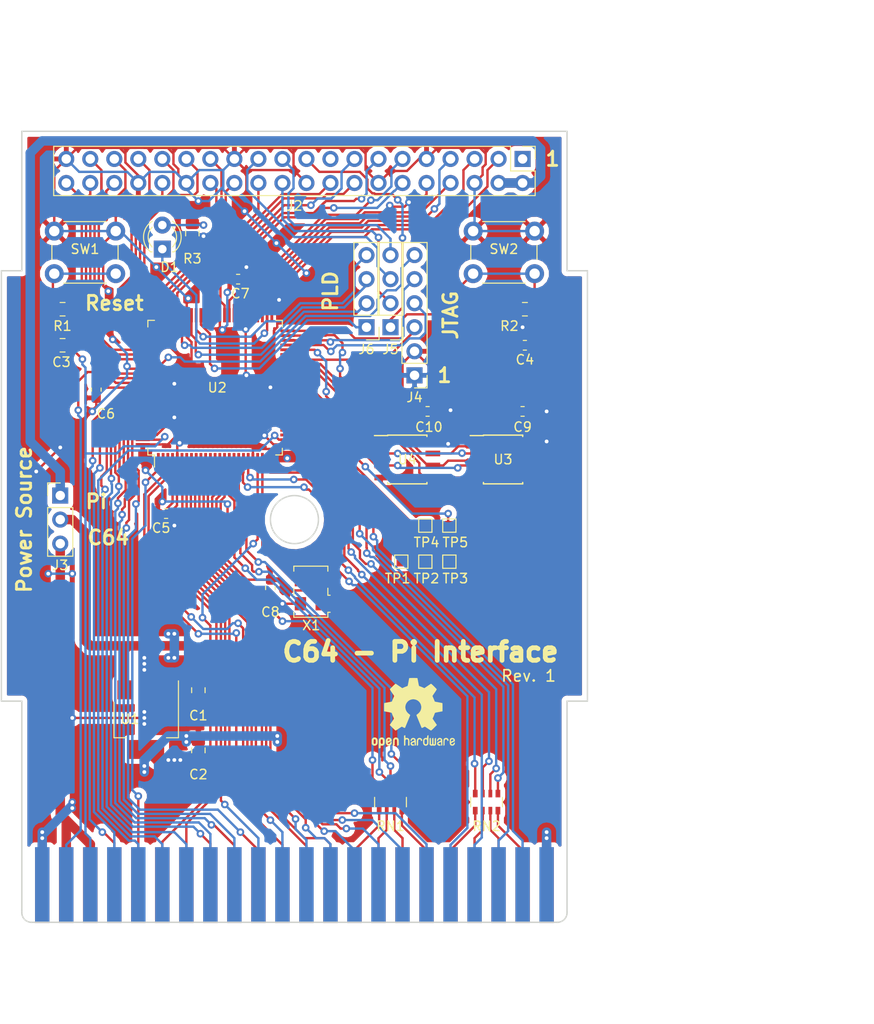
<source format=kicad_pcb>
(kicad_pcb (version 20171130) (host pcbnew 5.0.0+dfsg1-2)
  (layers (0 F.Cu signal) (31 B.Cu signal) (34 B.Paste user) (35 F.Paste user) (36 B.SilkS user) (37 F.SilkS user) (38 B.Mask user) (39 F.Mask user) (44 Edge.Cuts user))
  (net 0 "")
  (net 1 +5V)
  (net 2 GND)
  (net 3 VCC)
  (net 4 /~RESET)
  (net 5 "Net-(C3-Pad2)")
  (net 6 "Net-(D1-Pad2)")
  (net 7 /~IRQ)
  (net 8 /R~W)
  (net 9 /D_CLK)
  (net 10 /~IO1)
  (net 11 /~GAME)
  (net 12 /~EXROM)
  (net 13 /~IO2)
  (net 14 /~ROML)
  (net 15 /~DMA)
  (net 16 /CD7)
  (net 17 /BA)
  (net 18 +5C)
  (net 19 /CD6)
  (net 20 /CD5)
  (net 21 /CD4)
  (net 22 /CD3)
  (net 23 /CD2)
  (net 24 /CD1)
  (net 25 /CD0)
  (net 26 /A15)
  (net 27 /A14)
  (net 28 /A13)
  (net 29 /A12)
  (net 30 /A11)
  (net 31 /A10)
  (net 32 /~ROMH)
  (net 33 /~NMI)
  (net 34 /PHI2)
  (net 35 /A4)
  (net 36 /A3)
  (net 37 /A2)
  (net 38 /A1)
  (net 39 /A0)
  (net 40 /A7)
  (net 41 /A6)
  (net 42 /A5)
  (net 43 /A8)
  (net 44 /A9)
  (net 45 "Net-(J2-Pad1)")
  (net 46 +5P)
  (net 47 /G2)
  (net 48 /G3)
  (net 49 /G4)
  (net 50 /G14)
  (net 51 /G15)
  (net 52 /G17)
  (net 53 /G18)
  (net 54 /G27)
  (net 55 /G22)
  (net 56 /G23)
  (net 57 "Net-(J2-Pad17)")
  (net 58 /G24)
  (net 59 /JG10)
  (net 60 /JG9)
  (net 61 /JG25)
  (net 62 /JG11)
  (net 63 /G8)
  (net 64 /G7)
  (net 65 /G0)
  (net 66 /G1)
  (net 67 /G5)
  (net 68 /G6)
  (net 69 /G12)
  (net 70 /G13)
  (net 71 /G19)
  (net 72 /G16)
  (net 73 /G26)
  (net 74 /G20)
  (net 75 /G21)
  (net 76 /TDI)
  (net 77 /TMS)
  (net 78 /TCK)
  (net 79 /TDO)
  (net 80 /G10)
  (net 81 /G25)
  (net 82 /G11)
  (net 83 /G9)
  (net 84 /D6)
  (net 85 /D7)
  (net 86 /D5)
  (net 87 /D4)
  (net 88 /D0)
  (net 89 /D1)
  (net 90 /D3)
  (net 91 /D2)
  (net 92 /TP1)
  (net 93 /TP2)
  (net 94 /TP3)
  (net 95 /TP4)
  (net 96 /TP5)
  (net 97 /CLK)
  (net 98 /MISO)
  (net 99 /~WP)
  (net 100 /MOSI)
  (net 101 /SCK)
  (net 102 /~HOLD)
  (net 103 "Net-(X1-Pad1)")
  (net 104 /~SW2)
  (net 105 /~LED)
  (net 106 /~RAM_CS)
  (net 107 /~FLASH_CS)
  (module Connector_PinHeader_2.54mm:PinHeader_2x20_P2.54mm_Vertical (layer F.Cu) (at 133.35 71.755 270)
    (fp_text reference J2 (at 4.953 24.13) (layer F.SilkS))
    (fp_text value Raspberry_Pi_2_3)
    (pad 1 thru_hole rect (at 0 0 270) (size 1.7 1.7) (drill 1) (layers *.Cu *.Mask) (net 45 "Net-(J2-Pad1)"))
    (pad 2 thru_hole oval (at 2.54 0 270) (size 1.7 1.7) (drill 1) (layers *.Cu *.Mask) (net 46 +5P))
    (pad 3 thru_hole oval (at 0 2.54 270) (size 1.7 1.7) (drill 1) (layers *.Cu *.Mask) (net 47 /G2))
    (pad 4 thru_hole oval (at 2.54 2.54 270) (size 1.7 1.7) (drill 1) (layers *.Cu *.Mask) (net 46 +5P))
    (pad 5 thru_hole oval (at 0 5.08 270) (size 1.7 1.7) (drill 1) (layers *.Cu *.Mask) (net 48 /G3))
    (pad 6 thru_hole oval (at 2.54 5.08 270) (size 1.7 1.7) (drill 1) (layers *.Cu *.Mask) (net 2 GND))
    (pad 7 thru_hole oval (at 0 7.62 270) (size 1.7 1.7) (drill 1) (layers *.Cu *.Mask) (net 49 /G4))
    (pad 8 thru_hole oval (at 2.54 7.62 270) (size 1.7 1.7) (drill 1) (layers *.Cu *.Mask) (net 50 /G14))
    (pad 9 thru_hole oval (at 0 10.16 270) (size 1.7 1.7) (drill 1) (layers *.Cu *.Mask) (net 2 GND))
    (pad 10 thru_hole oval (at 2.54 10.16 270) (size 1.7 1.7) (drill 1) (layers *.Cu *.Mask) (net 51 /G15))
    (pad 11 thru_hole oval (at 0 12.7 270) (size 1.7 1.7) (drill 1) (layers *.Cu *.Mask) (net 52 /G17))
    (pad 12 thru_hole oval (at 2.54 12.7 270) (size 1.7 1.7) (drill 1) (layers *.Cu *.Mask) (net 53 /G18))
    (pad 13 thru_hole oval (at 0 15.24 270) (size 1.7 1.7) (drill 1) (layers *.Cu *.Mask) (net 54 /G27))
    (pad 14 thru_hole oval (at 2.54 15.24 270) (size 1.7 1.7) (drill 1) (layers *.Cu *.Mask) (net 2 GND))
    (pad 15 thru_hole oval (at 0 17.78 270) (size 1.7 1.7) (drill 1) (layers *.Cu *.Mask) (net 55 /G22))
    (pad 16 thru_hole oval (at 2.54 17.78 270) (size 1.7 1.7) (drill 1) (layers *.Cu *.Mask) (net 56 /G23))
    (pad 17 thru_hole oval (at 0 20.32 270) (size 1.7 1.7) (drill 1) (layers *.Cu *.Mask) (net 57 "Net-(J2-Pad17)"))
    (pad 18 thru_hole oval (at 2.54 20.32 270) (size 1.7 1.7) (drill 1) (layers *.Cu *.Mask) (net 58 /G24))
    (pad 19 thru_hole oval (at 0 22.86 270) (size 1.7 1.7) (drill 1) (layers *.Cu *.Mask) (net 59 /JG10))
    (pad 20 thru_hole oval (at 2.54 22.86 270) (size 1.7 1.7) (drill 1) (layers *.Cu *.Mask) (net 2 GND))
    (pad 21 thru_hole oval (at 0 25.4 270) (size 1.7 1.7) (drill 1) (layers *.Cu *.Mask) (net 60 /JG9))
    (pad 22 thru_hole oval (at 2.54 25.4 270) (size 1.7 1.7) (drill 1) (layers *.Cu *.Mask) (net 61 /JG25))
    (pad 23 thru_hole oval (at 0 27.94 270) (size 1.7 1.7) (drill 1) (layers *.Cu *.Mask) (net 62 /JG11))
    (pad 24 thru_hole oval (at 2.54 27.94 270) (size 1.7 1.7) (drill 1) (layers *.Cu *.Mask) (net 63 /G8))
    (pad 25 thru_hole oval (at 0 30.48 270) (size 1.7 1.7) (drill 1) (layers *.Cu *.Mask) (net 2 GND))
    (pad 26 thru_hole oval (at 2.54 30.48 270) (size 1.7 1.7) (drill 1) (layers *.Cu *.Mask) (net 64 /G7))
    (pad 27 thru_hole oval (at 0 33.02 270) (size 1.7 1.7) (drill 1) (layers *.Cu *.Mask) (net 65 /G0))
    (pad 28 thru_hole oval (at 2.54 33.02 270) (size 1.7 1.7) (drill 1) (layers *.Cu *.Mask) (net 66 /G1))
    (pad 29 thru_hole oval (at 0 35.56 270) (size 1.7 1.7) (drill 1) (layers *.Cu *.Mask) (net 67 /G5))
    (pad 30 thru_hole oval (at 2.54 35.56 270) (size 1.7 1.7) (drill 1) (layers *.Cu *.Mask) (net 2 GND))
    (pad 31 thru_hole oval (at 0 38.1 270) (size 1.7 1.7) (drill 1) (layers *.Cu *.Mask) (net 68 /G6))
    (pad 32 thru_hole oval (at 2.54 38.1 270) (size 1.7 1.7) (drill 1) (layers *.Cu *.Mask) (net 69 /G12))
    (pad 33 thru_hole oval (at 0 40.64 270) (size 1.7 1.7) (drill 1) (layers *.Cu *.Mask) (net 70 /G13))
    (pad 34 thru_hole oval (at 2.54 40.64 270) (size 1.7 1.7) (drill 1) (layers *.Cu *.Mask) (net 2 GND))
    (pad 35 thru_hole oval (at 0 43.18 270) (size 1.7 1.7) (drill 1) (layers *.Cu *.Mask) (net 71 /G19))
    (pad 36 thru_hole oval (at 2.54 43.18 270) (size 1.7 1.7) (drill 1) (layers *.Cu *.Mask) (net 72 /G16))
    (pad 37 thru_hole oval (at 0 45.72 270) (size 1.7 1.7) (drill 1) (layers *.Cu *.Mask) (net 73 /G26))
    (pad 38 thru_hole oval (at 2.54 45.72 270) (size 1.7 1.7) (drill 1) (layers *.Cu *.Mask) (net 74 /G20))
    (pad 39 thru_hole oval (at 0 48.26 270) (size 1.7 1.7) (drill 1) (layers *.Cu *.Mask) (net 2 GND))
    (pad 40 thru_hole oval (at 2.54 48.26 270) (size 1.7 1.7) (drill 1) (layers *.Cu *.Mask) (net 75 /G21))
  )
  (module Package_QFP:TQFP-100_14x14mm_P0.5mm (layer F.Cu) (at 100.83 95.915 90)
    (fp_text reference U2 (at 0 0.224 180) (layer F.SilkS))
    (fp_text value XC95144XL-TQ100)
    (pad 1 smd rect (at -7.65 -6 90) (size 1.5 0.3) (layers F.Cu F.Paste F.Mask) (net 8 /R~W))
    (pad 2 smd rect (at -7.65 -5.5 90) (size 1.5 0.3) (layers F.Cu F.Paste F.Mask) (net 17 /BA))
    (pad 3 smd rect (at -7.65 -5 90) (size 1.5 0.3) (layers F.Cu F.Paste F.Mask) (net 15 /~DMA))
    (pad 4 smd rect (at -7.65 -4.5 90) (size 1.5 0.3) (layers F.Cu F.Paste F.Mask) (net 10 /~IO1))
    (pad 5 smd rect (at -7.65 -4 90) (size 1.5 0.3) (layers F.Cu F.Paste F.Mask) (net 3 VCC))
    (pad 6 smd rect (at -7.65 -3.5 90) (size 1.5 0.3) (layers F.Cu F.Paste F.Mask) (net 30 /A11))
    (pad 7 smd rect (at -7.65 -3 90) (size 1.5 0.3) (layers F.Cu F.Paste F.Mask) (net 14 /~ROML))
    (pad 8 smd rect (at -7.65 -2.5 90) (size 1.5 0.3) (layers F.Cu F.Paste F.Mask) (net 31 /A10))
    (pad 9 smd rect (at -7.65 -2 90) (size 1.5 0.3) (layers F.Cu F.Paste F.Mask) (net 44 /A9))
    (pad 10 smd rect (at -7.65 -1.5 90) (size 1.5 0.3) (layers F.Cu F.Paste F.Mask) (net 43 /A8))
    (pad 11 smd rect (at -7.65 -1 90) (size 1.5 0.3) (layers F.Cu F.Paste F.Mask) (net 40 /A7))
    (pad 12 smd rect (at -7.65 -0.5 90) (size 1.5 0.3) (layers F.Cu F.Paste F.Mask) (net 41 /A6))
    (pad 13 smd rect (at -7.65 0 90) (size 1.5 0.3) (layers F.Cu F.Paste F.Mask) (net 42 /A5))
    (pad 14 smd rect (at -7.65 0.5 90) (size 1.5 0.3) (layers F.Cu F.Paste F.Mask) (net 35 /A4))
    (pad 15 smd rect (at -7.65 1 90) (size 1.5 0.3) (layers F.Cu F.Paste F.Mask) (net 85 /D7))
    (pad 16 smd rect (at -7.65 1.5 90) (size 1.5 0.3) (layers F.Cu F.Paste F.Mask) (net 84 /D6))
    (pad 17 smd rect (at -7.65 2 90) (size 1.5 0.3) (layers F.Cu F.Paste F.Mask) (net 86 /D5))
    (pad 18 smd rect (at -7.65 2.5 90) (size 1.5 0.3) (layers F.Cu F.Paste F.Mask) (net 87 /D4))
    (pad 19 smd rect (at -7.65 3 90) (size 1.5 0.3) (layers F.Cu F.Paste F.Mask) (net 36 /A3))
    (pad 20 smd rect (at -7.65 3.5 90) (size 1.5 0.3) (layers F.Cu F.Paste F.Mask) (net 90 /D3))
    (pad 21 smd rect (at -7.65 4 90) (size 1.5 0.3) (layers F.Cu F.Paste F.Mask) (net 2 GND))
    (pad 22 smd rect (at -7.65 4.5 90) (size 1.5 0.3) (layers F.Cu F.Paste F.Mask) (net 9 /D_CLK))
    (pad 23 smd rect (at -7.65 5 90) (size 1.5 0.3) (layers F.Cu F.Paste F.Mask) (net 97 /CLK))
    (pad 24 smd rect (at -7.65 5.5 90) (size 1.5 0.3) (layers F.Cu F.Paste F.Mask) (net 37 /A2))
    (pad 25 smd rect (at -7.65 6 90) (size 1.5 0.3) (layers F.Cu F.Paste F.Mask) (net 91 /D2))
    (pad 26 smd rect (at -6 7.65 90) (size 0.3 1.5) (layers F.Cu F.Paste F.Mask) (net 3 VCC))
    (pad 27 smd rect (at -5.5 7.65 90) (size 0.3 1.5) (layers F.Cu F.Paste F.Mask) (net 34 /PHI2))
    (pad 28 smd rect (at -5 7.65 90) (size 0.3 1.5) (layers F.Cu F.Paste F.Mask) (net 89 /D1))
    (pad 29 smd rect (at -4.5 7.65 90) (size 0.3 1.5) (layers F.Cu F.Paste F.Mask) (net 38 /A1))
    (pad 30 smd rect (at -4 7.65 90) (size 0.3 1.5) (layers F.Cu F.Paste F.Mask) (net 88 /D0))
    (pad 31 smd rect (at -3.5 7.65 90) (size 0.3 1.5) (layers F.Cu F.Paste F.Mask) (net 2 GND))
    (pad 32 smd rect (at -3 7.65 90) (size 0.3 1.5) (layers F.Cu F.Paste F.Mask) (net 39 /A0))
    (pad 33 smd rect (at -2.5 7.65 90) (size 0.3 1.5) (layers F.Cu F.Paste F.Mask) (net 92 /TP1))
    (pad 34 smd rect (at -2 7.65 90) (size 0.3 1.5) (layers F.Cu F.Paste F.Mask) (net 93 /TP2))
    (pad 35 smd rect (at -1.5 7.65 90) (size 0.3 1.5) (layers F.Cu F.Paste F.Mask) (net 94 /TP3))
    (pad 36 smd rect (at -1 7.65 90) (size 0.3 1.5) (layers F.Cu F.Paste F.Mask) (net 95 /TP4))
    (pad 37 smd rect (at -0.5 7.65 90) (size 0.3 1.5) (layers F.Cu F.Paste F.Mask) (net 96 /TP5))
    (pad 38 smd rect (at 0 7.65 90) (size 0.3 1.5) (layers F.Cu F.Paste F.Mask) (net 3 VCC))
    (pad 39 smd rect (at 0.5 7.65 90) (size 0.3 1.5) (layers F.Cu F.Paste F.Mask) (net 99 /~WP))
    (pad 40 smd rect (at 1 7.65 90) (size 0.3 1.5) (layers F.Cu F.Paste F.Mask) (net 98 /MISO))
    (pad 41 smd rect (at 1.5 7.65 90) (size 0.3 1.5) (layers F.Cu F.Paste F.Mask) (net 100 /MOSI))
    (pad 42 smd rect (at 2 7.65 90) (size 0.3 1.5) (layers F.Cu F.Paste F.Mask) (net 101 /SCK))
    (pad 43 smd rect (at 2.5 7.65 90) (size 0.3 1.5) (layers F.Cu F.Paste F.Mask) (net 102 /~HOLD))
    (pad 44 smd rect (at 3 7.65 90) (size 0.3 1.5) (layers F.Cu F.Paste F.Mask) (net 2 GND))
    (pad 45 smd rect (at 3.5 7.65 90) (size 0.3 1.5) (layers F.Cu F.Paste F.Mask) (net 76 /TDI))
    (pad 46 smd rect (at 4 7.65 90) (size 0.3 1.5) (layers F.Cu F.Paste F.Mask) (net 106 /~RAM_CS))
    (pad 47 smd rect (at 4.5 7.65 90) (size 0.3 1.5) (layers F.Cu F.Paste F.Mask) (net 77 /TMS))
    (pad 48 smd rect (at 5 7.65 90) (size 0.3 1.5) (layers F.Cu F.Paste F.Mask) (net 78 /TCK))
    (pad 49 smd rect (at 5.5 7.65 90) (size 0.3 1.5) (layers F.Cu F.Paste F.Mask) (net 107 /~FLASH_CS))
    (pad 50 smd rect (at 6 7.65 90) (size 0.3 1.5) (layers F.Cu F.Paste F.Mask) (net 104 /~SW2))
    (pad 51 smd rect (at 7.65 6 90) (size 1.5 0.3) (layers F.Cu F.Paste F.Mask) (net 3 VCC))
    (pad 52 smd rect (at 7.65 5.5 90) (size 1.5 0.3) (layers F.Cu F.Paste F.Mask) (net 105 /~LED))
    (pad 53 smd rect (at 7.65 5 90) (size 1.5 0.3) (layers F.Cu F.Paste F.Mask) (net 47 /G2))
    (pad 54 smd rect (at 7.65 4.5 90) (size 1.5 0.3) (layers F.Cu F.Paste F.Mask) (net 48 /G3))
    (pad 55 smd rect (at 7.65 4 90) (size 1.5 0.3) (layers F.Cu F.Paste F.Mask) (net 49 /G4))
    (pad 56 smd rect (at 7.65 3.5 90) (size 1.5 0.3) (layers F.Cu F.Paste F.Mask) (net 50 /G14))
    (pad 57 smd rect (at 7.65 3 90) (size 1.5 0.3) (layers F.Cu F.Paste F.Mask) (net 3 VCC))
    (pad 58 smd rect (at 7.65 2.5 90) (size 1.5 0.3) (layers F.Cu F.Paste F.Mask) (net 51 /G15))
    (pad 59 smd rect (at 7.65 2 90) (size 1.5 0.3) (layers F.Cu F.Paste F.Mask) (net 52 /G17))
    (pad 60 smd rect (at 7.65 1.5 90) (size 1.5 0.3) (layers F.Cu F.Paste F.Mask) (net 53 /G18))
    (pad 61 smd rect (at 7.65 1 90) (size 1.5 0.3) (layers F.Cu F.Paste F.Mask) (net 54 /G27))
    (pad 62 smd rect (at 7.65 0.5 90) (size 1.5 0.3) (layers F.Cu F.Paste F.Mask) (net 2 GND))
    (pad 63 smd rect (at 7.65 0 90) (size 1.5 0.3) (layers F.Cu F.Paste F.Mask) (net 55 /G22))
    (pad 64 smd rect (at 7.65 -0.5 90) (size 1.5 0.3) (layers F.Cu F.Paste F.Mask) (net 56 /G23))
    (pad 65 smd rect (at 7.65 -1 90) (size 1.5 0.3) (layers F.Cu F.Paste F.Mask) (net 58 /G24))
    (pad 66 smd rect (at 7.65 -1.5 90) (size 1.5 0.3) (layers F.Cu F.Paste F.Mask) (net 80 /G10))
    (pad 67 smd rect (at 7.65 -2 90) (size 1.5 0.3) (layers F.Cu F.Paste F.Mask) (net 83 /G9))
    (pad 68 smd rect (at 7.65 -2.5 90) (size 1.5 0.3) (layers F.Cu F.Paste F.Mask) (net 81 /G25))
    (pad 69 smd rect (at 7.65 -3 90) (size 1.5 0.3) (layers F.Cu F.Paste F.Mask) (net 2 GND))
    (pad 70 smd rect (at 7.65 -3.5 90) (size 1.5 0.3) (layers F.Cu F.Paste F.Mask) (net 82 /G11))
    (pad 71 smd rect (at 7.65 -4 90) (size 1.5 0.3) (layers F.Cu F.Paste F.Mask) (net 63 /G8))
    (pad 72 smd rect (at 7.65 -4.5 90) (size 1.5 0.3) (layers F.Cu F.Paste F.Mask) (net 64 /G7))
    (pad 73 smd rect (at 7.65 -5 90) (size 1.5 0.3) (layers F.Cu F.Paste F.Mask) (net 65 /G0))
    (pad 74 smd rect (at 7.65 -5.5 90) (size 1.5 0.3) (layers F.Cu F.Paste F.Mask) (net 66 /G1))
    (pad 75 smd rect (at 7.65 -6 90) (size 1.5 0.3) (layers F.Cu F.Paste F.Mask) (net 2 GND))
    (pad 76 smd rect (at 6 -7.65 90) (size 0.3 1.5) (layers F.Cu F.Paste F.Mask) (net 67 /G5))
    (pad 77 smd rect (at 5.5 -7.65 90) (size 0.3 1.5) (layers F.Cu F.Paste F.Mask) (net 68 /G6))
    (pad 78 smd rect (at 5 -7.65 90) (size 0.3 1.5) (layers F.Cu F.Paste F.Mask) (net 69 /G12))
    (pad 79 smd rect (at 4.5 -7.65 90) (size 0.3 1.5) (layers F.Cu F.Paste F.Mask) (net 70 /G13))
    (pad 80 smd rect (at 4 -7.65 90) (size 0.3 1.5) (layers F.Cu F.Paste F.Mask) (net 71 /G19))
    (pad 81 smd rect (at 3.5 -7.65 90) (size 0.3 1.5) (layers F.Cu F.Paste F.Mask) (net 72 /G16))
    (pad 82 smd rect (at 3 -7.65 90) (size 0.3 1.5) (layers F.Cu F.Paste F.Mask) (net 73 /G26))
    (pad 83 smd rect (at 2.5 -7.65 90) (size 0.3 1.5) (layers F.Cu F.Paste F.Mask) (net 79 /TDO))
    (pad 84 smd rect (at 2 -7.65 90) (size 0.3 1.5) (layers F.Cu F.Paste F.Mask) (net 2 GND))
    (pad 85 smd rect (at 1.5 -7.65 90) (size 0.3 1.5) (layers F.Cu F.Paste F.Mask) (net 74 /G20))
    (pad 86 smd rect (at 1 -7.65 90) (size 0.3 1.5) (layers F.Cu F.Paste F.Mask) (net 75 /G21))
    (pad 87 smd rect (at 0.5 -7.65 90) (size 0.3 1.5) (layers F.Cu F.Paste F.Mask) (net 32 /~ROMH))
    (pad 88 smd rect (at 0 -7.65 90) (size 0.3 1.5) (layers F.Cu F.Paste F.Mask) (net 3 VCC))
    (pad 89 smd rect (at -0.5 -7.65 90) (size 0.3 1.5) (layers F.Cu F.Paste F.Mask) (net 7 /~IRQ))
    (pad 90 smd rect (at -1 -7.65 90) (size 0.3 1.5) (layers F.Cu F.Paste F.Mask) (net 33 /~NMI))
    (pad 91 smd rect (at -1.5 -7.65 90) (size 0.3 1.5) (layers F.Cu F.Paste F.Mask) (net 26 /A15))
    (pad 92 smd rect (at -2 -7.65 90) (size 0.3 1.5) (layers F.Cu F.Paste F.Mask) (net 27 /A14))
    (pad 93 smd rect (at -2.5 -7.65 90) (size 0.3 1.5) (layers F.Cu F.Paste F.Mask) (net 11 /~GAME))
    (pad 94 smd rect (at -3 -7.65 90) (size 0.3 1.5) (layers F.Cu F.Paste F.Mask) (net 28 /A13))
    (pad 95 smd rect (at -3.5 -7.65 90) (size 0.3 1.5) (layers F.Cu F.Paste F.Mask) (net 12 /~EXROM))
    (pad 96 smd rect (at -4 -7.65 90) (size 0.3 1.5) (layers F.Cu F.Paste F.Mask) (net 29 /A12))
    (pad 97 smd rect (at -4.5 -7.65 90) (size 0.3 1.5) (layers F.Cu F.Paste F.Mask) (net 13 /~IO2))
    (pad 98 smd rect (at -5 -7.65 90) (size 0.3 1.5) (layers F.Cu F.Paste F.Mask) (net 3 VCC))
    (pad 99 smd rect (at -5.5 -7.65 90) (size 0.3 1.5) (layers F.Cu F.Paste F.Mask) (net 4 /~RESET))
    (pad 100 smd rect (at -6 -7.65 90) (size 0.3 1.5) (layers F.Cu F.Paste F.Mask) (net 2 GND))
  )
  (module Button_Switch_THT:SW_PUSH_6mm_H8mm (layer F.Cu) (at 83.82 79.375)
    (fp_text reference SW1 (at 3.25 1.905) (layer F.SilkS))
    (fp_text value Reset (at 6.35 7.62) (layer F.SilkS) (effects (font (size 1.5 1.5) (thickness 0.3))))
    (pad 2 thru_hole circle (at 0 4.5 90) (size 2 2) (drill 1.1) (layers *.Cu *.Mask) (net 5 "Net-(C3-Pad2)"))
    (pad 1 thru_hole circle (at 0 0 90) (size 2 2) (drill 1.1) (layers *.Cu *.Mask) (net 2 GND))
    (pad 2 thru_hole circle (at 6.5 4.5 90) (size 2 2) (drill 1.1) (layers *.Cu *.Mask) (net 5 "Net-(C3-Pad2)"))
    (pad 1 thru_hole circle (at 6.5 0 90) (size 2 2) (drill 1.1) (layers *.Cu *.Mask) (net 2 GND))
  )
  (module LED_THT:LED_D3.0mm (layer F.Cu) (at 95.25 81.28 90)
    (fp_text reference D1 (at -1.905 0.762 180) (layer F.SilkS))
    (fp_text value LED)
    (pad 1 thru_hole rect (at 0 0 90) (size 1.8 1.8) (drill 0.9) (layers *.Cu *.Mask) (net 105 /~LED))
    (pad 2 thru_hole circle (at 2.54 0 90) (size 1.8 1.8) (drill 0.9) (layers *.Cu *.Mask) (net 6 "Net-(D1-Pad2)"))
  )
  (module TestPoint:TestPoint_Pad_1.0x1.0mm (layer F.Cu) (at 125.603 114.3)
    (fp_text reference TP3 (at 0.635 1.778) (layer F.SilkS))
    (fp_text value TestPoint hide)
    (pad 1 smd rect (at 0 0) (size 1 1) (layers F.Cu F.Mask) (net 94 /TP3))
  )
  (module TestPoint:TestPoint_Pad_1.0x1.0mm (layer F.Cu) (at 123.063 114.3)
    (fp_text reference TP2 (at 0.127 1.778) (layer F.SilkS))
    (fp_text value TestPoint hide)
    (pad 1 smd rect (at 0 0) (size 1 1) (layers F.Cu F.Mask) (net 93 /TP2))
  )
  (module TestPoint:TestPoint_Pad_1.0x1.0mm (layer F.Cu) (at 120.523 114.3)
    (fp_text reference TP1 (at -0.381 1.778) (layer F.SilkS))
    (fp_text value TestPoint hide)
    (pad 1 smd rect (at 0 0) (size 1 1) (layers F.Cu F.Mask) (net 92 /TP1))
  )
  (module TestPoint:TestPoint_Pad_1.0x1.0mm (layer F.Cu) (at 125.603 110.49)
    (fp_text reference TP5 (at 0.635 1.778) (layer F.SilkS))
    (fp_text value TestPoint hide)
    (pad 1 smd rect (at 0 0) (size 1 1) (layers F.Cu F.Mask) (net 96 /TP5))
  )
  (module TestPoint:TestPoint_Pad_1.0x1.0mm (layer F.Cu) (at 123.063 110.49)
    (fp_text reference TP4 (at 0.127 1.778) (layer F.SilkS))
    (fp_text value TestPoint hide)
    (pad 1 smd rect (at 0 0) (size 1 1) (layers F.Cu F.Mask) (net 95 /TP4))
  )
  (module Capacitor_SMD:C_0805_2012Metric_Pad1.15x1.40mm_HandSolder (layer F.Cu) (at 99.06 127.88 270)
    (fp_text reference C1 (at 2.676 0) (layer F.SilkS))
    (fp_text value 10u)
    (pad 1 smd roundrect (at -1.025 0 270) (size 1.15 1.4) (layers F.Cu F.Paste F.Mask) (roundrect_rratio 0.217391) (net 1 +5V))
    (pad 2 smd roundrect (at 1.025 0 270) (size 1.15 1.4) (layers F.Cu F.Paste F.Mask) (roundrect_rratio 0.217391) (net 2 GND))
  )
  (module Capacitor_SMD:C_0805_2012Metric_Pad1.15x1.40mm_HandSolder (layer F.Cu) (at 99.06 134.23 90)
    (fp_text reference C2 (at -2.549 0 -180) (layer F.SilkS))
    (fp_text value 10u)
    (pad 1 smd roundrect (at -1.025 0 90) (size 1.15 1.4) (layers F.Cu F.Paste F.Mask) (roundrect_rratio 0.217391) (net 3 VCC))
    (pad 2 smd roundrect (at 1.025 0 90) (size 1.15 1.4) (layers F.Cu F.Paste F.Mask) (roundrect_rratio 0.217391) (net 2 GND))
  )
  (module Capacitor_SMD:C_0805_2012Metric_Pad1.15x1.40mm_HandSolder (layer F.Cu) (at 84.7 91.44 180)
    (fp_text reference C3 (at 0.118 -1.778 180) (layer F.SilkS))
    (fp_text value 10u)
    (pad 1 smd roundrect (at -1.025 0 180) (size 1.15 1.4) (layers F.Cu F.Paste F.Mask) (roundrect_rratio 0.217391) (net 4 /~RESET))
    (pad 2 smd roundrect (at 1.025 0 180) (size 1.15 1.4) (layers F.Cu F.Paste F.Mask) (roundrect_rratio 0.217391) (net 5 "Net-(C3-Pad2)"))
  )
  (module Capacitor_SMD:C_0603_1608Metric_Pad1.05x0.95mm_HandSolder (layer F.Cu) (at 133.59 91.44)
    (fp_text reference C4 (at 0 1.524) (layer F.SilkS))
    (fp_text value 100n)
    (pad 1 smd roundrect (at -0.875 0) (size 1.05 0.95) (layers F.Cu F.Paste F.Mask) (net 2 GND))
    (pad 2 smd roundrect (at 0.875 0) (size 1.05 0.95) (layers F.Cu F.Paste F.Mask) (net 104 /~SW2))
  )
  (module Capacitor_SMD:C_0603_1608Metric_Pad1.05x0.95mm_HandSolder (layer F.Cu) (at 95.645 109.22 180)
    (fp_text reference C5 (at 0.522 -1.524 180) (layer F.SilkS))
    (fp_text value 100n)
    (pad 2 smd roundrect (at 0.875 0 180) (size 1.05 0.95) (layers F.Cu F.Paste F.Mask) (net 2 GND))
    (pad 1 smd roundrect (at -0.875 0 180) (size 1.05 0.95) (layers F.Cu F.Paste F.Mask) (net 3 VCC))
  )
  (module Capacitor_SMD:C_0603_1608Metric_Pad1.05x0.95mm_HandSolder (layer F.Cu) (at 88.265 96.125 270)
    (fp_text reference C6 (at 2.554 -1.016) (layer F.SilkS))
    (fp_text value 100n)
    (pad 1 smd roundrect (at -0.875 0 270) (size 1.05 0.95) (layers F.Cu F.Paste F.Mask) (net 3 VCC))
    (pad 2 smd roundrect (at 0.875 0 270) (size 1.05 0.95) (layers F.Cu F.Paste F.Mask) (net 2 GND))
  )
  (module Capacitor_SMD:C_0603_1608Metric_Pad1.05x0.95mm_HandSolder (layer F.Cu) (at 103.265 84.455 180)
    (fp_text reference C7 (at -0.24 -1.524 180) (layer F.SilkS))
    (fp_text value 100n)
    (pad 1 smd roundrect (at -0.875 0 180) (size 1.05 0.95) (layers F.Cu F.Paste F.Mask) (net 3 VCC))
    (pad 2 smd roundrect (at 0.875 0 180) (size 1.05 0.95) (layers F.Cu F.Paste F.Mask) (net 2 GND))
  )
  (module Capacitor_SMD:C_0603_1608Metric_Pad1.05x0.95mm_HandSolder (layer F.Cu) (at 106.68 117.08 90)
    (fp_text reference C8 (at -2.54 0 180) (layer F.SilkS))
    (fp_text value 100n)
    (pad 1 smd roundrect (at -0.875 0 90) (size 1.05 0.95) (layers F.Cu F.Paste F.Mask) (net 3 VCC))
    (pad 2 smd roundrect (at 0.875 0 90) (size 1.05 0.95) (layers F.Cu F.Paste F.Mask) (net 2 GND))
  )
  (module Capacitor_SMD:C_0603_1608Metric_Pad1.05x0.95mm_HandSolder (layer F.Cu) (at 133.35 98.425 180)
    (fp_text reference C9 (at 0 -1.651) (layer F.SilkS))
    (fp_text value 100n)
    (pad 2 smd roundrect (at 0.875 0 180) (size 1.05 0.95) (layers F.Cu F.Paste F.Mask) (net 2 GND))
    (pad 1 smd roundrect (at -0.875 0 180) (size 1.05 0.95) (layers F.Cu F.Paste F.Mask) (net 3 VCC))
  )
  (module Capacitor_SMD:C_0603_1608Metric_Pad1.05x0.95mm_HandSolder (layer F.Cu) (at 123.303 98.425 180)
    (fp_text reference C10 (at -0.141 -1.651) (layer F.SilkS))
    (fp_text value 100n)
    (pad 1 smd roundrect (at -0.875 0 180) (size 1.05 0.95) (layers F.Cu F.Paste F.Mask) (net 3 VCC))
    (pad 2 smd roundrect (at 0.875 0 180) (size 1.05 0.95) (layers F.Cu F.Paste F.Mask) (net 2 GND))
  )
  (module C64:C64-Cart (layer F.Cu) (at 80.01 152.4)
    (fp_text reference J1 hide)
    (fp_text value C64-Exp-Port hide)
    (pad 1 smd rect (at 2.54 -3.938274 180) (size 1.524 8) (layers F.Cu F.Paste F.Mask) (net 2 GND))
    (pad 4 smd rect (at 10.16 -3.938274 180) (size 1.524 8) (layers F.Cu F.Paste F.Mask) (net 7 /~IRQ))
    (pad 5 smd rect (at 12.7 -3.938274 180) (size 1.524 8) (layers F.Cu F.Paste F.Mask) (net 8 /R~W))
    (pad 6 smd rect (at 15.24 -3.938274 180) (size 1.524 8) (layers F.Cu F.Paste F.Mask) (net 9 /D_CLK))
    (pad 7 smd rect (at 17.78 -3.938274 180) (size 1.524 8) (layers F.Cu F.Paste F.Mask) (net 10 /~IO1))
    (pad 8 smd rect (at 20.32 -3.938274 180) (size 1.524 8) (layers F.Cu F.Paste F.Mask) (net 11 /~GAME))
    (pad 9 smd rect (at 22.86 -3.938274 180) (size 1.524 8) (layers F.Cu F.Paste F.Mask) (net 12 /~EXROM))
    (pad 10 smd rect (at 25.4 -3.938274 180) (size 1.524 8) (layers F.Cu F.Paste F.Mask) (net 13 /~IO2))
    (pad 11 smd rect (at 27.94 -3.938274 180) (size 1.524 8) (layers F.Cu F.Paste F.Mask) (net 14 /~ROML))
    (pad 13 smd rect (at 33.02 -3.938274 180) (size 1.524 8) (layers F.Cu F.Paste F.Mask) (net 15 /~DMA))
    (pad 14 smd rect (at 35.56 -3.938274 180) (size 1.524 8) (layers F.Cu F.Paste F.Mask) (net 16 /CD7))
    (pad 12 smd rect (at 30.48 -3.938274 180) (size 1.524 8) (layers F.Cu F.Paste F.Mask) (net 17 /BA))
    (pad 2 smd rect (at 5.08 -3.938274 180) (size 1.524 8) (layers F.Cu F.Paste F.Mask) (net 18 +5C))
    (pad 3 smd rect (at 7.62 -3.938274 180) (size 1.524 8) (layers F.Cu F.Paste F.Mask) (net 18 +5C))
    (pad 15 smd rect (at 38.1 -3.938274 180) (size 1.524 8) (layers F.Cu F.Paste F.Mask) (net 19 /CD6))
    (pad 16 smd rect (at 40.64 -3.938274 180) (size 1.524 8) (layers F.Cu F.Paste F.Mask) (net 20 /CD5))
    (pad 17 smd rect (at 43.18 -3.938274 180) (size 1.524 8) (layers F.Cu F.Paste F.Mask) (net 21 /CD4))
    (pad 18 smd rect (at 45.72 -3.938274 180) (size 1.524 8) (layers F.Cu F.Paste F.Mask) (net 22 /CD3))
    (pad 19 smd rect (at 48.26 -3.938274 180) (size 1.524 8) (layers F.Cu F.Paste F.Mask) (net 23 /CD2))
    (pad 20 smd rect (at 50.8 -3.938274 180) (size 1.524 8) (layers F.Cu F.Paste F.Mask) (net 24 /CD1))
    (pad 21 smd rect (at 53.34 -3.938274 180) (size 1.524 8) (layers F.Cu F.Paste F.Mask) (net 25 /CD0))
    (pad 22 smd rect (at 55.88 -3.938274 180) (size 1.524 8) (layers F.Cu F.Paste F.Mask) (net 2 GND))
    (pad F smd rect (at 15.24 -3.938274) (size 1.524 8) (layers B.Cu B.Paste B.Mask) (net 26 /A15))
    (pad H smd rect (at 17.78 -3.938274) (size 1.524 8) (layers B.Cu B.Paste B.Mask) (net 27 /A14))
    (pad J smd rect (at 20.32 -3.938274) (size 1.524 8) (layers B.Cu B.Paste B.Mask) (net 28 /A13))
    (pad K smd rect (at 22.86 -3.938274) (size 1.524 8) (layers B.Cu B.Paste B.Mask) (net 29 /A12))
    (pad L smd rect (at 25.4 -3.938274) (size 1.524 8) (layers B.Cu B.Paste B.Mask) (net 30 /A11))
    (pad M smd rect (at 27.94 -3.938274) (size 1.524 8) (layers B.Cu B.Paste B.Mask) (net 31 /A10))
    (pad B smd rect (at 5.08 -3.938274) (size 1.524 8) (layers B.Cu B.Paste B.Mask) (net 32 /~ROMH))
    (pad C smd rect (at 7.62 -3.938274) (size 1.524 8) (layers B.Cu B.Paste B.Mask) (net 4 /~RESET))
    (pad D smd rect (at 10.16 -3.938274) (size 1.524 8) (layers B.Cu B.Paste B.Mask) (net 33 /~NMI))
    (pad E smd rect (at 12.7 -3.938274) (size 1.524 8) (layers B.Cu B.Paste B.Mask) (net 34 /PHI2))
    (pad A smd rect (at 2.54 -3.938274) (size 1.524 8) (layers B.Cu B.Paste B.Mask) (net 2 GND))
    (pad U smd rect (at 43.18 -3.938274) (size 1.524 8) (layers B.Cu B.Paste B.Mask) (net 35 /A4))
    (pad V smd rect (at 45.72 -3.938274) (size 1.524 8) (layers B.Cu B.Paste B.Mask) (net 36 /A3))
    (pad W smd rect (at 48.26 -3.938274) (size 1.524 8) (layers B.Cu B.Paste B.Mask) (net 37 /A2))
    (pad X smd rect (at 50.8 -3.938274) (size 1.524 8) (layers B.Cu B.Paste B.Mask) (net 38 /A1))
    (pad Y smd rect (at 53.34 -3.938274) (size 1.524 8) (layers B.Cu B.Paste B.Mask) (net 39 /A0))
    (pad Z smd rect (at 55.88 -3.938274) (size 1.524 8) (layers B.Cu B.Paste B.Mask) (net 2 GND))
    (pad R smd rect (at 35.56 -3.938274) (size 1.524 8) (layers B.Cu B.Paste B.Mask) (net 40 /A7))
    (pad S smd rect (at 38.1 -3.938274) (size 1.524 8) (layers B.Cu B.Paste B.Mask) (net 41 /A6))
    (pad T smd rect (at 40.64 -3.938274) (size 1.524 8) (layers B.Cu B.Paste B.Mask) (net 42 /A5))
    (pad P smd rect (at 33.02 -3.938274) (size 1.524 8) (layers B.Cu B.Paste B.Mask) (net 43 /A8))
    (pad N smd rect (at 30.48 -3.938274) (size 1.524 8) (layers B.Cu B.Paste B.Mask) (net 44 /A9))
  )
  (module Connector_PinHeader_2.54mm:PinHeader_1x03_P2.54mm_Vertical (layer F.Cu) (at 84.455 107.315)
    (fp_text reference J3 (at 0 7.366) (layer F.SilkS))
    (fp_text value "Power Source" (at -3.81 2.54 90) (layer F.SilkS) (effects (font (size 1.5 1.5) (thickness 0.3))))
    (pad 1 thru_hole rect (at 0 0) (size 1.7 1.7) (drill 1) (layers *.Cu *.Mask) (net 46 +5P))
    (pad 2 thru_hole oval (at 0 2.54) (size 1.7 1.7) (drill 1) (layers *.Cu *.Mask) (net 1 +5V))
    (pad 3 thru_hole oval (at 0 5.08) (size 1.7 1.7) (drill 1) (layers *.Cu *.Mask) (net 18 +5C))
  )
  (module Connector_PinHeader_2.54mm:PinHeader_1x06_P2.54mm_Vertical (layer F.Cu) (at 121.92 94.615 180)
    (fp_text reference J4 (at 0 -2.33 180) (layer F.SilkS))
    (fp_text value JTAG (at -3.81 6.35 90) (layer F.SilkS) (effects (font (size 1.5 1.5) (thickness 0.3))))
    (pad 1 thru_hole rect (at 0 0 180) (size 1.7 1.7) (drill 1) (layers *.Cu *.Mask) (net 3 VCC))
    (pad 2 thru_hole oval (at 0 2.54 180) (size 1.7 1.7) (drill 1) (layers *.Cu *.Mask) (net 2 GND))
    (pad 3 thru_hole oval (at 0 5.08 180) (size 1.7 1.7) (drill 1) (layers *.Cu *.Mask) (net 76 /TDI))
    (pad 4 thru_hole oval (at 0 7.62 180) (size 1.7 1.7) (drill 1) (layers *.Cu *.Mask) (net 77 /TMS))
    (pad 5 thru_hole oval (at 0 10.16 180) (size 1.7 1.7) (drill 1) (layers *.Cu *.Mask) (net 78 /TCK))
    (pad 6 thru_hole oval (at 0 12.7 180) (size 1.7 1.7) (drill 1) (layers *.Cu *.Mask) (net 79 /TDO))
  )
  (module Connector_PinHeader_2.54mm:PinHeader_1x04_P2.54mm_Vertical (layer F.Cu) (at 119.38 89.535 180)
    (fp_text reference J5 (at 0 -2.33 180) (layer F.SilkS))
    (fp_text value JTAG-PLD)
    (pad 4 thru_hole oval (at 0 7.62 180) (size 1.7 1.7) (drill 1) (layers *.Cu *.Mask) (net 60 /JG9))
    (pad 3 thru_hole oval (at 0 5.08 180) (size 1.7 1.7) (drill 1) (layers *.Cu *.Mask) (net 62 /JG11))
    (pad 2 thru_hole oval (at 0 2.54 180) (size 1.7 1.7) (drill 1) (layers *.Cu *.Mask) (net 61 /JG25))
    (pad 1 thru_hole rect (at 0 0 180) (size 1.7 1.7) (drill 1) (layers *.Cu *.Mask) (net 59 /JG10))
  )
  (module Connector_PinHeader_2.54mm:PinHeader_1x04_P2.54mm_Vertical (layer F.Cu) (at 116.84 89.535 180)
    (fp_text reference J6 (at 0 -2.33 180) (layer F.SilkS))
    (fp_text value PLD (at 3.81 3.81 270) (layer F.SilkS) (effects (font (size 1.5 1.5) (thickness 0.3))))
    (pad 1 thru_hole rect (at 0 0 180) (size 1.7 1.7) (drill 1) (layers *.Cu *.Mask) (net 80 /G10))
    (pad 2 thru_hole oval (at 0 2.54 180) (size 1.7 1.7) (drill 1) (layers *.Cu *.Mask) (net 81 /G25))
    (pad 3 thru_hole oval (at 0 5.08 180) (size 1.7 1.7) (drill 1) (layers *.Cu *.Mask) (net 82 /G11))
    (pad 4 thru_hole oval (at 0 7.62 180) (size 1.7 1.7) (drill 1) (layers *.Cu *.Mask) (net 83 /G9))
  )
  (module Resistor_SMD:R_0805_2012Metric_Pad1.15x1.40mm_HandSolder (layer F.Cu) (at 84.7 87.63 180)
    (fp_text reference R1 (at 0.009 -1.778 180) (layer F.SilkS))
    (fp_text value 10k)
    (pad 1 smd roundrect (at -1.025 0 180) (size 1.15 1.4) (layers F.Cu F.Paste F.Mask) (roundrect_rratio 0.217391) (net 4 /~RESET))
    (pad 2 smd roundrect (at 1.025 0 180) (size 1.15 1.4) (layers F.Cu F.Paste F.Mask) (roundrect_rratio 0.217391) (net 5 "Net-(C3-Pad2)"))
  )
  (module Resistor_SMD:R_0805_2012Metric_Pad1.15x1.40mm_HandSolder (layer F.Cu) (at 133.595 87.63)
    (fp_text reference R2 (at -1.642 1.778) (layer F.SilkS))
    (fp_text value 10k)
    (pad 1 smd roundrect (at -1.025 0) (size 1.15 1.4) (layers F.Cu F.Paste F.Mask) (roundrect_rratio 0.217391) (net 3 VCC))
    (pad 2 smd roundrect (at 1.025 0) (size 1.15 1.4) (layers F.Cu F.Paste F.Mask) (roundrect_rratio 0.217391) (net 104 /~SW2))
  )
  (module Resistor_SMD:R_0805_2012Metric_Pad1.15x1.40mm_HandSolder (layer F.Cu) (at 98.425 79.62 90)
    (fp_text reference R3 (at -2.667 0) (layer F.SilkS))
    (fp_text value 470R)
    (pad 2 smd roundrect (at 1.025 0 90) (size 1.15 1.4) (layers F.Cu F.Paste F.Mask) (roundrect_rratio 0.217391) (net 6 "Net-(D1-Pad2)"))
    (pad 1 smd roundrect (at -1.025 0 90) (size 1.15 1.4) (layers F.Cu F.Paste F.Mask) (roundrect_rratio 0.217391) (net 3 VCC))
  )
  (module Resistor_SMD:R_Array_Convex_4x0603 (layer F.Cu) (at 119.38 139.7 90)
    (fp_text reference RN1 (at -2.54 0 180) (layer F.SilkS))
    (fp_text value 100R)
    (pad 1 smd rect (at -0.9 -1.2 90) (size 0.8 0.5) (layers F.Cu F.Paste F.Mask) (net 16 /CD7))
    (pad 3 smd rect (at -0.9 0.4 90) (size 0.8 0.4) (layers F.Cu F.Paste F.Mask) (net 20 /CD5))
    (pad 2 smd rect (at -0.9 -0.4 90) (size 0.8 0.4) (layers F.Cu F.Paste F.Mask) (net 19 /CD6))
    (pad 4 smd rect (at -0.9 1.2 90) (size 0.8 0.5) (layers F.Cu F.Paste F.Mask) (net 21 /CD4))
    (pad 7 smd rect (at 0.9 -0.4 90) (size 0.8 0.4) (layers F.Cu F.Paste F.Mask) (net 84 /D6))
    (pad 8 smd rect (at 0.9 -1.2 90) (size 0.8 0.5) (layers F.Cu F.Paste F.Mask) (net 85 /D7))
    (pad 6 smd rect (at 0.9 0.4 90) (size 0.8 0.4) (layers F.Cu F.Paste F.Mask) (net 86 /D5))
    (pad 5 smd rect (at 0.9 1.2 90) (size 0.8 0.5) (layers F.Cu F.Paste F.Mask) (net 87 /D4))
  )
  (module Resistor_SMD:R_Array_Convex_4x0603 (layer F.Cu) (at 129.54 139.7 90)
    (fp_text reference RN2 (at -2.551 0 180) (layer F.SilkS))
    (fp_text value 100R)
    (pad 5 smd rect (at 0.9 1.2 90) (size 0.8 0.5) (layers F.Cu F.Paste F.Mask) (net 88 /D0))
    (pad 6 smd rect (at 0.9 0.4 90) (size 0.8 0.4) (layers F.Cu F.Paste F.Mask) (net 89 /D1))
    (pad 8 smd rect (at 0.9 -1.2 90) (size 0.8 0.5) (layers F.Cu F.Paste F.Mask) (net 90 /D3))
    (pad 7 smd rect (at 0.9 -0.4 90) (size 0.8 0.4) (layers F.Cu F.Paste F.Mask) (net 91 /D2))
    (pad 4 smd rect (at -0.9 1.2 90) (size 0.8 0.5) (layers F.Cu F.Paste F.Mask) (net 25 /CD0))
    (pad 2 smd rect (at -0.9 -0.4 90) (size 0.8 0.4) (layers F.Cu F.Paste F.Mask) (net 23 /CD2))
    (pad 3 smd rect (at -0.9 0.4 90) (size 0.8 0.4) (layers F.Cu F.Paste F.Mask) (net 24 /CD1))
    (pad 1 smd rect (at -0.9 -1.2 90) (size 0.8 0.5) (layers F.Cu F.Paste F.Mask) (net 22 /CD3))
  )
  (module Button_Switch_THT:SW_PUSH_6mm_H8mm (layer F.Cu) (at 134.62 83.875 180)
    (fp_text reference SW2 (at 3.25 2.595 180) (layer F.SilkS))
    (fp_text value Switch)
    (pad 2 thru_hole circle (at 0 4.5 270) (size 2 2) (drill 1.1) (layers *.Cu *.Mask) (net 2 GND))
    (pad 1 thru_hole circle (at 0 0 270) (size 2 2) (drill 1.1) (layers *.Cu *.Mask) (net 104 /~SW2))
    (pad 2 thru_hole circle (at 6.5 4.5 270) (size 2 2) (drill 1.1) (layers *.Cu *.Mask) (net 2 GND))
    (pad 1 thru_hole circle (at 6.5 0 270) (size 2 2) (drill 1.1) (layers *.Cu *.Mask) (net 104 /~SW2))
  )
  (module Package_TO_SOT_SMD:SOT-223-3_TabPin2 (layer F.Cu) (at 93.542643 130.991188 270)
    (fp_text reference U1 (at -0.054188 1.721643) (layer F.SilkS))
    (fp_text value AMS1117-3.3)
    (pad 2 smd rect (at 3.15 0 270) (size 2 3.8) (layers F.Cu F.Paste F.Mask) (net 3 VCC))
    (pad 2 smd rect (at -3.15 0 270) (size 2 1.5) (layers F.Cu F.Paste F.Mask) (net 3 VCC))
    (pad 3 smd rect (at -3.15 2.3 270) (size 2 1.5) (layers F.Cu F.Paste F.Mask) (net 1 +5V))
    (pad 1 smd rect (at -3.15 -2.3 270) (size 2 1.5) (layers F.Cu F.Paste F.Mask) (net 2 GND))
  )
  (module Package_SO:SOIC-8_3.9x4.9mm_P1.27mm (layer F.Cu) (at 131.285 103.505)
    (fp_text reference U3 (at 0 0 180) (layer F.SilkS))
    (fp_text value W25Q128FV)
    (pad 8 smd rect (at 2.7 -1.905) (size 1.55 0.6) (layers F.Cu F.Paste F.Mask) (net 3 VCC))
    (pad 7 smd rect (at 2.7 -0.635) (size 1.55 0.6) (layers F.Cu F.Paste F.Mask) (net 102 /~HOLD))
    (pad 6 smd rect (at 2.7 0.635) (size 1.55 0.6) (layers F.Cu F.Paste F.Mask) (net 101 /SCK))
    (pad 5 smd rect (at 2.7 1.905) (size 1.55 0.6) (layers F.Cu F.Paste F.Mask) (net 100 /MOSI))
    (pad 4 smd rect (at -2.7 1.905) (size 1.55 0.6) (layers F.Cu F.Paste F.Mask) (net 2 GND))
    (pad 3 smd rect (at -2.7 0.635) (size 1.55 0.6) (layers F.Cu F.Paste F.Mask) (net 99 /~WP))
    (pad 2 smd rect (at -2.7 -0.635) (size 1.55 0.6) (layers F.Cu F.Paste F.Mask) (net 98 /MISO))
    (pad 1 smd rect (at -2.7 -1.905) (size 1.55 0.6) (layers F.Cu F.Paste F.Mask) (net 107 /~FLASH_CS))
  )
  (module Package_SO:SOIC-8_3.9x4.9mm_P1.27mm (layer F.Cu) (at 121.158 103.505)
    (fp_text reference U4 (at 0 0 180) (layer F.SilkS))
    (fp_text value 23LC1024)
    (pad 1 smd rect (at -2.7 -1.905) (size 1.55 0.6) (layers F.Cu F.Paste F.Mask) (net 106 /~RAM_CS))
    (pad 2 smd rect (at -2.7 -0.635) (size 1.55 0.6) (layers F.Cu F.Paste F.Mask) (net 98 /MISO))
    (pad 3 smd rect (at -2.7 0.635) (size 1.55 0.6) (layers F.Cu F.Paste F.Mask) (net 99 /~WP))
    (pad 4 smd rect (at -2.7 1.905) (size 1.55 0.6) (layers F.Cu F.Paste F.Mask) (net 2 GND))
    (pad 5 smd rect (at 2.7 1.905) (size 1.55 0.6) (layers F.Cu F.Paste F.Mask) (net 100 /MOSI))
    (pad 6 smd rect (at 2.7 0.635) (size 1.55 0.6) (layers F.Cu F.Paste F.Mask) (net 101 /SCK))
    (pad 7 smd rect (at 2.7 -0.635) (size 1.55 0.6) (layers F.Cu F.Paste F.Mask) (net 102 /~HOLD))
    (pad 8 smd rect (at 2.7 -1.905) (size 1.55 0.6) (layers F.Cu F.Paste F.Mask) (net 3 VCC))
  )
  (module Oscillator:Oscillator_SMD_EuroQuartz_XO53-4Pin_5.0x3.2mm (layer F.Cu) (at 110.955 117.475 90)
    (fp_text reference X1 (at -3.556 0.043 180) (layer F.SilkS))
    (fp_text value 25MHz)
    (pad 1 smd rect (at -1.27 1.1 90) (size 1.4 1.2) (layers F.Cu F.Paste F.Mask) (net 103 "Net-(X1-Pad1)"))
    (pad 2 smd rect (at 1.27 1.1 90) (size 1.4 1.2) (layers F.Cu F.Paste F.Mask) (net 2 GND))
    (pad 3 smd rect (at 1.27 -1.1 90) (size 1.4 1.2) (layers F.Cu F.Paste F.Mask) (net 97 /CLK))
    (pad 4 smd rect (at -1.27 -1.1 90) (size 1.4 1.2) (layers F.Cu F.Paste F.Mask) (net 3 VCC))
  )
  (module Symbol:OSHW-Logo2_9.8x8mm_SilkScreen (layer F.Cu) (at 121.793 130.302)
    (fp_text reference REF** hide)
    (fp_text value OSHW-Logo2_9.8x8mm_SilkScreen hide)
  )
  (gr_circle (center 109.22 109.855) (end 106.68 109.855) (layer Edge.Cuts) (width 0.15))
  (gr_line (start 138.049 83.566) (end 140.208 83.566) (layer Edge.Cuts) (width 0.15))
  (gr_line (start 138.049 68.834) (end 80.391 68.834) (layer Edge.Cuts) (width 0.15))
  (gr_line (start 80.391 129.032) (end 80.391 151.13) (layer Edge.Cuts) (width 0.15))
  (gr_line (start 78.232 83.566) (end 80.391 83.566) (layer Edge.Cuts) (width 0.15))
  (gr_line (start 78.232 129.032) (end 78.232 83.566) (layer Edge.Cuts) (width 0.15))
  (gr_line (start 80.391 129.032) (end 78.232 129.032) (layer Edge.Cuts) (width 0.15))
  (gr_line (start 140.208 129.032) (end 140.208 83.566) (layer Edge.Cuts) (width 0.15))
  (gr_line (start 138.049 129.032) (end 140.208 129.032) (layer Edge.Cuts) (width 0.15))
  (gr_line (start 138.049 83.566) (end 138.049 68.834) (layer Edge.Cuts) (width 0.15))
  (gr_arc (start 81.407 151.384) (end 80.391 151.384) (angle -90) (layer Edge.Cuts) (width 0.15))
  (gr_line (start 80.391 151.384) (end 80.391 151.13) (layer Edge.Cuts) (width 0.15))
  (gr_line (start 80.391 83.566) (end 80.391 68.834) (layer Edge.Cuts) (width 0.15))
  (gr_arc (start 137.033 151.384) (end 137.033 152.4) (angle -90) (layer Edge.Cuts) (width 0.15))
  (gr_line (start 138.049 151.257) (end 138.049 151.384) (layer Edge.Cuts) (width 0.15))
  (gr_line (start 138.049 151.257) (end 138.049 129.032) (layer Edge.Cuts) (width 0.15))
  (gr_text "Rev. 1" (at 133.985 126.365) (layer F.SilkS) (effects (font (size 1.2 1.2) (thickness 0.17))))
  (gr_text "C64 - Pi Interface" (at 122.555 123.825) (layer F.SilkS) (effects (font (size 2 2) (thickness 0.5))))
  (gr_text C64 (at 89.535 111.76) (layer F.SilkS) (effects (font (size 1.5 1.5) (thickness 0.3))))
  (gr_text Pi (at 88.265 107.95) (layer F.SilkS) (effects (font (size 1.5 1.5) (thickness 0.3))))
  (gr_text 1 (at 125.095 94.615) (layer F.SilkS) (effects (font (size 1.5 1.5) (thickness 0.3))))
  (gr_text 1 (at 136.525 71.755) (layer F.SilkS) (effects (font (size 1.5 1.5) (thickness 0.3))))
  (gr_line (start 137.033 152.4) (end 81.407 152.4) (layer Edge.Cuts) (width 0.15))
  (segment (start 91.242643 123.627643) (end 91.242643 127.841188) (width 1) (layer F.Cu) (net 1))
  (segment (start 99.06 126.855) (end 99.06 123.825) (width 1) (layer F.Cu) (net 1))
  (segment (start 99.06 123.825) (end 98.425 123.19) (width 1) (layer F.Cu) (net 1))
  (segment (start 91.680286 123.19) (end 91.242643 123.627643) (width 1) (layer F.Cu) (net 1))
  (segment (start 98.425 123.19) (end 91.680286 123.19) (width 1) (layer F.Cu) (net 1))
  (segment (start 86.995 111.125) (end 85.725 109.855) (width 1) (layer F.Cu) (net 1))
  (segment (start 86.995 122.555) (end 86.995 111.125) (width 1) (layer F.Cu) (net 1))
  (segment (start 85.725 109.855) (end 84.455 109.855) (width 1) (layer F.Cu) (net 1))
  (segment (start 91.680286 123.19) (end 87.63 123.19) (width 1) (layer F.Cu) (net 1))
  (segment (start 87.63 123.19) (end 86.995 122.555) (width 1) (layer F.Cu) (net 1))
  (segment (start 128.27 79.225) (end 128.12 79.375) (width 0.25) (layer B.Cu) (net 2))
  (segment (start 128.27 74.295) (end 128.27 79.225) (width 0.25) (layer B.Cu) (net 2))
  (segment (start 128.12 79.375) (end 134.62 79.375) (width 0.25) (layer B.Cu) (net 2))
  (segment (start 104.045001 70.579999) (end 103.719999 70.905001) (width 0.25) (layer F.Cu) (net 2))
  (segment (start 109.125001 71.190999) (end 108.514001 70.579999) (width 0.25) (layer F.Cu) (net 2))
  (segment (start 109.125001 72.930001) (end 109.125001 71.190999) (width 0.25) (layer F.Cu) (net 2))
  (segment (start 103.719999 70.905001) (end 102.87 71.755) (width 0.25) (layer F.Cu) (net 2))
  (segment (start 116.745001 71.190999) (end 116.134001 70.579999) (width 0.25) (layer F.Cu) (net 2))
  (segment (start 118.11 74.295) (end 116.745001 72.930001) (width 0.25) (layer F.Cu) (net 2))
  (segment (start 116.134001 70.579999) (end 107.95 70.579999) (width 0.25) (layer F.Cu) (net 2))
  (segment (start 116.745001 72.930001) (end 116.745001 71.190999) (width 0.25) (layer F.Cu) (net 2))
  (segment (start 108.514001 70.579999) (end 107.95 70.579999) (width 0.25) (layer F.Cu) (net 2))
  (segment (start 107.95 70.579999) (end 104.045001 70.579999) (width 0.25) (layer F.Cu) (net 2))
  (segment (start 83.82 79.375) (end 90.32 79.375) (width 0.25) (layer B.Cu) (net 2))
  (segment (start 93.559999 73.445001) (end 92.71 74.295) (width 0.25) (layer B.Cu) (net 2))
  (segment (start 93.885001 73.119999) (end 93.559999 73.445001) (width 0.25) (layer B.Cu) (net 2))
  (segment (start 96.614999 73.119999) (end 93.885001 73.119999) (width 0.25) (layer B.Cu) (net 2))
  (segment (start 97.79 74.295) (end 96.614999 73.119999) (width 0.25) (layer B.Cu) (net 2))
  (segment (start 83.82 73.025) (end 83.82 79.375) (width 0.25) (layer F.Cu) (net 2))
  (segment (start 85.09 71.755) (end 83.82 73.025) (width 0.25) (layer F.Cu) (net 2))
  (segment (start 102.87 71.755) (end 101.694999 70.579999) (width 0.25) (layer F.Cu) (net 2))
  (segment (start 90.32 80.127991) (end 90.32 79.375) (width 0.25) (layer B.Cu) (net 2))
  (via (at 102.12002 85.852) (size 0.8) (drill 0.4) (layers F.Cu B.Cu) (net 2))
  (segment (start 102.39 84.455) (end 102.39 85.58202) (width 0.25) (layer F.Cu) (net 2))
  (segment (start 102.39 85.58202) (end 102.12002 85.852) (width 0.25) (layer F.Cu) (net 2))
  (segment (start 90.735 79.375) (end 90.32 79.375) (width 0.25) (layer B.Cu) (net 2))
  (segment (start 97.824902 88.259902) (end 97.83 88.265) (width 0.25) (layer F.Cu) (net 2))
  (segment (start 97.83 90.586999) (end 98.334999 91.091998) (width 0.25) (layer F.Cu) (net 2))
  (segment (start 97.83 88.265) (end 97.83 90.586999) (width 0.25) (layer F.Cu) (net 2))
  (segment (start 102.12002 85.852) (end 102.12002 89.289969) (width 0.25) (layer B.Cu) (net 2))
  (via (at 101.6 89.809989) (size 0.8) (drill 0.4) (layers F.Cu B.Cu) (net 2))
  (segment (start 102.12002 89.289969) (end 101.6 89.809989) (width 0.25) (layer B.Cu) (net 2))
  (segment (start 101.33 89.539989) (end 101.33 88.265) (width 0.25) (layer F.Cu) (net 2))
  (segment (start 101.6 89.809989) (end 101.33 89.539989) (width 0.25) (layer F.Cu) (net 2))
  (segment (start 108.48 92.915) (end 107.48 92.915) (width 0.25) (layer F.Cu) (net 2))
  (segment (start 98.080001 95.335001) (end 97.995 95.25) (width 0.25) (layer F.Cu) (net 2))
  (segment (start 101.6 89.809989) (end 101.6 95.335001) (width 0.25) (layer F.Cu) (net 2))
  (segment (start 101.6 95.335001) (end 98.080001 95.335001) (width 0.25) (layer F.Cu) (net 2))
  (segment (start 128.27 98.425) (end 121.92 92.075) (width 0.25) (layer F.Cu) (net 2))
  (segment (start 98.014 99.415) (end 97.995 99.434) (width 0.25) (layer F.Cu) (net 2))
  (segment (start 108.48 99.415) (end 98.014 99.415) (width 0.25) (layer F.Cu) (net 2))
  (segment (start 132.475 98.425) (end 128.27 98.425) (width 0.25) (layer F.Cu) (net 2))
  (segment (start 128.27 74.295) (end 128.27 74.93) (width 0.25) (layer F.Cu) (net 2))
  (segment (start 85.939999 70.905001) (end 85.09 71.755) (width 0.25) (layer F.Cu) (net 2))
  (segment (start 86.265001 70.579999) (end 85.939999 70.905001) (width 0.25) (layer F.Cu) (net 2))
  (via (at 99.06 76.2) (size 0.8) (drill 0.4) (layers F.Cu B.Cu) (net 2))
  (segment (start 97.79 74.295) (end 97.79 74.93) (width 0.25) (layer B.Cu) (net 2))
  (segment (start 97.79 74.93) (end 99.06 76.2) (width 0.25) (layer B.Cu) (net 2))
  (segment (start 100.164002 76.2) (end 99.06 76.2) (width 0.25) (layer B.Cu) (net 2))
  (segment (start 101.694999 74.669003) (end 100.164002 76.2) (width 0.25) (layer B.Cu) (net 2))
  (segment (start 97.995 93.55) (end 97.995 95.25) (width 0.25) (layer F.Cu) (net 2))
  (segment (start 101.694999 72.930001) (end 101.694999 73.025) (width 0.25) (layer B.Cu) (net 2))
  (segment (start 101.694999 73.025) (end 101.694999 74.669003) (width 0.25) (layer B.Cu) (net 2))
  (via (at 110.489976 83.82) (size 0.8) (drill 0.4) (layers F.Cu B.Cu) (net 2))
  (segment (start 107.315 80.645024) (end 110.489976 83.82) (width 0.25) (layer B.Cu) (net 2))
  (segment (start 110.489976 85.020747) (end 110.489976 83.82) (width 0.25) (layer F.Cu) (net 2))
  (segment (start 107.404999 88.105724) (end 110.489976 85.020747) (width 0.25) (layer F.Cu) (net 2))
  (via (at 107.315 80.645024) (size 0.8) (drill 0.4) (layers F.Cu B.Cu) (net 2))
  (segment (start 107.05 89.889999) (end 107.404999 89.535) (width 0.25) (layer F.Cu) (net 2))
  (segment (start 107.05 93.345) (end 107.05 89.889999) (width 0.25) (layer F.Cu) (net 2))
  (segment (start 107.404999 89.535) (end 107.404999 88.105724) (width 0.25) (layer F.Cu) (net 2))
  (segment (start 107.05 93.345) (end 105.061 95.334) (width 0.25) (layer F.Cu) (net 2))
  (segment (start 107.48 92.915) (end 107.05 93.345) (width 0.25) (layer F.Cu) (net 2))
  (segment (start 86.454999 73.119999) (end 91.534999 73.119999) (width 0.25) (layer B.Cu) (net 2))
  (segment (start 91.534999 73.119999) (end 92.71 74.295) (width 0.25) (layer B.Cu) (net 2))
  (segment (start 85.09 71.755) (end 86.454999 73.119999) (width 0.25) (layer B.Cu) (net 2))
  (segment (start 99.154999 72.930001) (end 98.639999 73.445001) (width 0.25) (layer B.Cu) (net 2))
  (segment (start 98.639999 73.445001) (end 97.79 74.295) (width 0.25) (layer B.Cu) (net 2))
  (segment (start 101.694999 72.930001) (end 99.154999 72.930001) (width 0.25) (layer B.Cu) (net 2))
  (segment (start 102.87 71.755) (end 101.694999 72.930001) (width 0.25) (layer B.Cu) (net 2))
  (segment (start 121.119002 73.025) (end 119.38 73.025) (width 0.25) (layer F.Cu) (net 2))
  (segment (start 119.38 73.025) (end 118.959999 73.445001) (width 0.25) (layer F.Cu) (net 2))
  (segment (start 123.19 71.755) (end 122.389002 71.755) (width 0.25) (layer F.Cu) (net 2))
  (segment (start 118.959999 73.445001) (end 118.11 74.295) (width 0.25) (layer F.Cu) (net 2))
  (segment (start 122.389002 71.755) (end 121.119002 73.025) (width 0.25) (layer F.Cu) (net 2))
  (segment (start 103.719999 72.604999) (end 102.87 71.755) (width 0.25) (layer F.Cu) (net 2))
  (segment (start 104.045001 72.930001) (end 103.719999 72.604999) (width 0.25) (layer F.Cu) (net 2))
  (segment (start 109.125001 72.930001) (end 104.045001 72.930001) (width 0.25) (layer F.Cu) (net 2))
  (segment (start 110.49 74.295) (end 109.125001 72.930001) (width 0.25) (layer F.Cu) (net 2))
  (segment (start 95.814001 70.579999) (end 93.345 70.579999) (width 0.25) (layer F.Cu) (net 2))
  (segment (start 96.425001 71.190999) (end 95.814001 70.579999) (width 0.25) (layer F.Cu) (net 2))
  (segment (start 96.940001 72.808591) (end 96.425001 72.293591) (width 0.25) (layer F.Cu) (net 2))
  (segment (start 96.940001 73.445001) (end 96.940001 72.808591) (width 0.25) (layer F.Cu) (net 2))
  (segment (start 96.425001 72.293591) (end 96.425001 71.190999) (width 0.25) (layer F.Cu) (net 2))
  (segment (start 97.79 74.295) (end 96.940001 73.445001) (width 0.25) (layer F.Cu) (net 2))
  (segment (start 93.345 70.579999) (end 86.265001 70.579999) (width 0.25) (layer F.Cu) (net 2))
  (segment (start 101.694999 70.579999) (end 93.345 70.579999) (width 0.25) (layer F.Cu) (net 2))
  (via (at 97.98851 86.48368) (size 0.8) (drill 0.4) (layers F.Cu B.Cu) (net 2))
  (segment (start 97.83 86.64219) (end 97.98851 86.48368) (width 0.25) (layer F.Cu) (net 2))
  (segment (start 97.83 88.265) (end 97.83 86.64219) (width 0.25) (layer F.Cu) (net 2))
  (segment (start 102.87 71.755) (end 104.139976 73.024976) (width 0.25) (layer F.Cu) (net 2))
  (segment (start 101.694999 75.025023) (end 103.944828 77.274852) (width 0.25) (layer B.Cu) (net 2))
  (segment (start 107.315 80.645024) (end 103.944828 77.274852) (width 0.25) (layer B.Cu) (net 2))
  (via (at 103.944828 77.274852) (size 0.8) (drill 0.4) (layers F.Cu B.Cu) (net 2))
  (segment (start 104.139976 73.024976) (end 104.139976 76.514019) (width 0.25) (layer F.Cu) (net 2))
  (segment (start 104.139976 76.514019) (end 103.944828 76.709167) (width 0.25) (layer F.Cu) (net 2))
  (segment (start 103.944828 76.709167) (end 103.944828 77.274852) (width 0.25) (layer F.Cu) (net 2))
  (segment (start 101.694999 73.025) (end 101.694999 75.025023) (width 0.25) (layer B.Cu) (net 2))
  (via (at 94.615 83.18499) (size 0.8) (drill 0.4) (layers F.Cu B.Cu) (net 2))
  (segment (start 94.83 83.39999) (end 94.615 83.18499) (width 0.25) (layer F.Cu) (net 2))
  (segment (start 94.83 88.265) (end 94.83 83.39999) (width 0.25) (layer F.Cu) (net 2))
  (segment (start 94.615 83.185) (end 94.615 83.18499) (width 0.25) (layer B.Cu) (net 2))
  (segment (start 97.98851 86.48368) (end 97.91368 86.48368) (width 0.25) (layer B.Cu) (net 2))
  (segment (start 97.91368 86.48368) (end 94.615 83.185) (width 0.25) (layer B.Cu) (net 2))
  (segment (start 94.61499 83.18499) (end 94.615 83.18499) (width 0.25) (layer B.Cu) (net 2))
  (segment (start 90.32 79.375) (end 90.805 79.375) (width 0.25) (layer B.Cu) (net 2))
  (segment (start 90.805 79.375) (end 94.61499 83.18499) (width 0.25) (layer B.Cu) (net 2))
  (segment (start 92.71 74.295) (end 92.71 75.497081) (width 0.25) (layer F.Cu) (net 2))
  (segment (start 90.32 77.887081) (end 90.32 79.375) (width 0.25) (layer F.Cu) (net 2))
  (segment (start 92.71 75.497081) (end 90.32 77.887081) (width 0.25) (layer F.Cu) (net 2))
  (segment (start 92.71 74.295) (end 92.71 73.494002) (width 0.25) (layer F.Cu) (net 2))
  (segment (start 92.71 73.494002) (end 91.345001 72.129003) (width 0.25) (layer F.Cu) (net 2))
  (segment (start 90.734001 70.579999) (end 86.265001 70.579999) (width 0.25) (layer F.Cu) (net 2))
  (segment (start 91.345001 71.190999) (end 90.734001 70.579999) (width 0.25) (layer F.Cu) (net 2))
  (segment (start 91.345001 72.129003) (end 91.345001 71.190999) (width 0.25) (layer F.Cu) (net 2))
  (via (at 89.535 85.725) (size 0.8) (drill 0.4) (layers F.Cu B.Cu) (net 2))
  (segment (start 88.994999 85.184999) (end 89.535 85.725) (width 0.25) (layer F.Cu) (net 2))
  (segment (start 90.32 79.375) (end 88.994999 80.700001) (width 0.25) (layer F.Cu) (net 2))
  (segment (start 88.994999 80.700001) (end 88.994999 85.184999) (width 0.25) (layer F.Cu) (net 2))
  (segment (start 124.365001 70.579999) (end 123.19 71.755) (width 0.25) (layer F.Cu) (net 2))
  (segment (start 129.119999 73.445001) (end 129.119999 72.644003) (width 0.25) (layer F.Cu) (net 2))
  (segment (start 128.27 74.295) (end 129.119999 73.445001) (width 0.25) (layer F.Cu) (net 2))
  (segment (start 129.119999 72.644003) (end 129.445001 72.319001) (width 0.25) (layer F.Cu) (net 2))
  (segment (start 129.445001 71.190999) (end 128.834001 70.579999) (width 0.25) (layer F.Cu) (net 2))
  (segment (start 129.445001 72.319001) (end 129.445001 71.190999) (width 0.25) (layer F.Cu) (net 2))
  (segment (start 128.834001 70.579999) (end 124.365001 70.579999) (width 0.25) (layer F.Cu) (net 2))
  (segment (start 104.489002 95.334) (end 104.488001 95.335001) (width 0.25) (layer F.Cu) (net 2))
  (segment (start 104.488001 95.335001) (end 101.6 95.335001) (width 0.25) (layer F.Cu) (net 2))
  (via (at 82.55 142.875) (size 0.8) (drill 0.4) (layers F.Cu B.Cu) (net 2))
  (segment (start 82.55 148.461726) (end 82.55 142.875) (width 1) (layer B.Cu) (net 2))
  (via (at 82.55 143.51) (size 0.8) (drill 0.4) (layers F.Cu B.Cu) (net 2))
  (segment (start 82.55 148.461726) (end 82.55 143.51) (width 1) (layer F.Cu) (net 2))
  (segment (start 82.55 142.875) (end 82.55 143.51) (width 1) (layer F.Cu) (net 2))
  (via (at 135.89 143.51) (size 0.8) (drill 0.4) (layers F.Cu B.Cu) (net 2))
  (segment (start 135.89 148.461726) (end 135.89 143.51) (width 1) (layer B.Cu) (net 2))
  (segment (start 135.89 148.461726) (end 135.89 143.51) (width 1) (layer F.Cu) (net 2))
  (segment (start 135.89 143.51) (end 135.89 142.875) (width 1) (layer B.Cu) (net 2))
  (segment (start 135.89 143.51) (end 135.89 142.875) (width 1) (layer F.Cu) (net 2))
  (via (at 135.89 142.875) (size 0.8) (drill 0.4) (layers F.Cu B.Cu) (net 2))
  (segment (start 135.89 142.875) (end 135.89 120.65) (width 1) (layer F.Cu) (net 2))
  (segment (start 95.842643 128.091188) (end 95.885 128.133545) (width 0.25) (layer F.Cu) (net 2))
  (segment (start 95.842643 127.841188) (end 95.842643 128.091188) (width 0.25) (layer F.Cu) (net 2))
  (segment (start 95.885 128.133545) (end 95.885 128.905) (width 0.25) (layer F.Cu) (net 2))
  (segment (start 95.885 128.905) (end 99.06 128.905) (width 0.25) (layer F.Cu) (net 2))
  (segment (start 99.06 133.205) (end 99.06 128.905) (width 0.25) (layer F.Cu) (net 2))
  (segment (start 104.83 95.389) (end 104.775 95.334) (width 0.25) (layer F.Cu) (net 2))
  (segment (start 105.061 95.334) (end 104.775 95.334) (width 0.25) (layer F.Cu) (net 2))
  (segment (start 104.775 95.334) (end 104.489002 95.334) (width 0.25) (layer F.Cu) (net 2))
  (segment (start 95.25 101.915) (end 93.18 101.915) (width 0.25) (layer F.Cu) (net 2))
  (segment (start 97.995 99.434) (end 97.995 99.49) (width 0.25) (layer F.Cu) (net 2))
  (segment (start 97.995 99.754879) (end 97.995 99.06) (width 0.25) (layer F.Cu) (net 2))
  (segment (start 97.995 95.25) (end 97.995 99.06) (width 0.25) (layer F.Cu) (net 2))
  (segment (start 97.995 99.06) (end 97.995 99.434) (width 0.25) (layer F.Cu) (net 2))
  (segment (start 95.25 101.915) (end 95.834879 101.915) (width 0.25) (layer F.Cu) (net 2))
  (segment (start 96.52 101.229879) (end 97.995 99.754879) (width 0.25) (layer F.Cu) (net 2))
  (segment (start 96.205 101.544879) (end 96.52 101.229879) (width 0.25) (layer F.Cu) (net 2))
  (segment (start 95.834879 101.915) (end 96.52 101.229879) (width 0.25) (layer F.Cu) (net 2))
  (segment (start 95.57 101.915) (end 95.25 101.915) (width 0.25) (layer F.Cu) (net 2))
  (segment (start 89.535 85.725) (end 89.535 90.347958) (width 0.25) (layer F.Cu) (net 2))
  (via (at 90.006988 90.819946) (size 0.8) (drill 0.4) (layers F.Cu B.Cu) (net 2))
  (segment (start 89.535 90.347958) (end 90.006988 90.819946) (width 0.25) (layer F.Cu) (net 2))
  (segment (start 88.265 97) (end 88.265 98.00701) (width 0.25) (layer F.Cu) (net 2))
  (segment (start 88.265 98.00701) (end 87.84701 98.425) (width 0.25) (layer F.Cu) (net 2))
  (via (at 87.84701 98.425) (size 0.8) (drill 0.4) (layers F.Cu B.Cu) (net 2))
  (segment (start 132.715 98.185) (end 132.475 98.425) (width 0.25) (layer F.Cu) (net 2))
  (segment (start 132.715 91.44) (end 132.715 98.185) (width 0.25) (layer F.Cu) (net 2))
  (segment (start 121.070001 92.924999) (end 121.92 92.075) (width 0.25) (layer F.Cu) (net 2))
  (segment (start 120.65 97.155) (end 120.65 93.345) (width 0.25) (layer F.Cu) (net 2))
  (segment (start 120.65 93.345) (end 121.070001 92.924999) (width 0.25) (layer F.Cu) (net 2))
  (segment (start 121.92 98.425) (end 120.65 97.155) (width 0.25) (layer F.Cu) (net 2))
  (segment (start 129.06 105.41) (end 128.585 105.41) (width 0.25) (layer F.Cu) (net 2))
  (segment (start 112.055 116.305) (end 111.020928 117.339072) (width 0.25) (layer F.Cu) (net 2))
  (segment (start 112.055 116.205) (end 112.055 116.305) (width 0.25) (layer F.Cu) (net 2))
  (segment (start 118.458 105.96) (end 118.458 105.41) (width 0.25) (layer F.Cu) (net 2))
  (segment (start 118.924 106.426) (end 118.458 105.96) (width 0.25) (layer F.Cu) (net 2))
  (segment (start 129.921 106.426) (end 130.302 106.426) (width 0.25) (layer F.Cu) (net 2))
  (segment (start 128.524 106.426) (end 128.585 106.365) (width 0.25) (layer F.Cu) (net 2))
  (segment (start 128.524 106.426) (end 130.302 106.426) (width 0.25) (layer F.Cu) (net 2))
  (segment (start 128.585 106.365) (end 128.585 105.41) (width 0.25) (layer F.Cu) (net 2))
  (segment (start 118.924 106.426) (end 128.524 106.426) (width 0.25) (layer F.Cu) (net 2))
  (via (at 108.458 103.378) (size 0.8) (drill 0.4) (layers F.Cu B.Cu) (net 2))
  (segment (start 104.83 102.362) (end 104.83 95.389) (width 0.25) (layer F.Cu) (net 2))
  (segment (start 107.470001 102.390001) (end 108.458 103.378) (width 0.25) (layer F.Cu) (net 2))
  (segment (start 104.858001 102.390001) (end 104.83 102.362) (width 0.25) (layer F.Cu) (net 2))
  (segment (start 107.470001 102.390001) (end 104.858001 102.390001) (width 0.25) (layer F.Cu) (net 2))
  (segment (start 104.83 103.565) (end 104.83 102.362) (width 0.25) (layer F.Cu) (net 2))
  (via (at 95.25 107.95) (size 0.8) (drill 0.4) (layers F.Cu B.Cu) (net 2))
  (segment (start 94.77 109.22) (end 94.77 108.43) (width 0.25) (layer F.Cu) (net 2))
  (segment (start 94.77 108.43) (end 95.25 107.95) (width 0.25) (layer F.Cu) (net 2))
  (segment (start 135.89 107.315) (end 135.89 120.65) (width 0.25) (layer F.Cu) (net 2))
  (segment (start 130.302 106.426) (end 135.001 106.426) (width 0.25) (layer F.Cu) (net 2))
  (segment (start 135.001 106.426) (end 135.89 107.315) (width 0.25) (layer F.Cu) (net 2))
  (segment (start 107.814072 117.339072) (end 106.68 116.205) (width 0.25) (layer F.Cu) (net 2))
  (segment (start 111.020928 117.339072) (end 107.814072 117.339072) (width 0.25) (layer F.Cu) (net 2))
  (segment (start 95.25 107.95) (end 101.883419 107.95) (width 0.25) (layer B.Cu) (net 2))
  (segment (start 101.883419 107.95) (end 102.145118 108.211699) (width 0.25) (layer B.Cu) (net 2))
  (via (at 102.145118 108.211699) (size 0.8) (drill 0.4) (layers F.Cu B.Cu) (net 2))
  (via (at 83.185 115.57) (size 0.8) (drill 0.4) (layers F.Cu B.Cu) (net 2))
  (segment (start 82.55 142.875) (end 82.55 116.205) (width 0.25) (layer F.Cu) (net 2))
  (segment (start 82.55 116.205) (end 83.185 115.57) (width 0.25) (layer F.Cu) (net 2))
  (via (at 85.725 115.57) (size 0.8) (drill 0.4) (layers F.Cu B.Cu) (net 2))
  (segment (start 83.185 115.57) (end 85.725 115.57) (width 0.25) (layer B.Cu) (net 2))
  (via (at 85.725 139.7) (size 0.8) (drill 0.4) (layers F.Cu B.Cu) (net 2))
  (segment (start 98.915 133.35) (end 99.06 133.205) (width 0.25) (layer F.Cu) (net 2))
  (segment (start 95.25 106.426) (end 93.472 104.648) (width 0.25) (layer B.Cu) (net 2))
  (segment (start 95.25 107.95) (end 95.25 106.426) (width 0.25) (layer B.Cu) (net 2))
  (segment (start 93.18 104.356) (end 93.472 104.648) (width 0.25) (layer F.Cu) (net 2))
  (segment (start 93.18 101.915) (end 93.18 104.356) (width 0.25) (layer F.Cu) (net 2))
  (via (at 93.472 104.648) (size 0.8) (drill 0.4) (layers F.Cu B.Cu) (net 2))
  (segment (start 106.68 116.205) (end 104.201712 116.205) (width 0.25) (layer F.Cu) (net 2))
  (segment (start 102.145118 114.148406) (end 102.145118 108.211699) (width 0.25) (layer F.Cu) (net 2))
  (segment (start 104.201712 116.205) (end 102.145118 114.148406) (width 0.25) (layer F.Cu) (net 2))
  (segment (start 94.83 88.265) (end 94.83 90.385) (width 0.25) (layer F.Cu) (net 2))
  (segment (start 94.83 90.385) (end 97.995 93.55) (width 0.25) (layer F.Cu) (net 2))
  (segment (start 82.55 142.875) (end 85.725 139.7) (width 0.5) (layer B.Cu) (net 2))
  (segment (start 82.55 143.51) (end 85.725 140.335) (width 0.5) (layer B.Cu) (net 2))
  (via (at 85.725 140.335) (size 0.8) (drill 0.4) (layers F.Cu B.Cu) (net 2))
  (via (at 107.405 133.35) (size 0.8) (drill 0.4) (layers F.Cu B.Cu) (net 2))
  (via (at 97.79 133.349942) (size 0.8) (drill 0.4) (layers F.Cu B.Cu) (net 2))
  (via (at 93.345 136.525) (size 0.8) (drill 0.4) (layers F.Cu B.Cu) (net 2))
  (segment (start 93.345 136.525) (end 93.345 135.89) (width 1) (layer B.Cu) (net 2))
  (via (at 93.345 135.89) (size 0.8) (drill 0.4) (layers F.Cu B.Cu) (net 2))
  (segment (start 107.405 132.715) (end 97.79 132.715) (width 1) (layer B.Cu) (net 2))
  (segment (start 93.326001 135.908999) (end 93.326001 135.273999) (width 1) (layer B.Cu) (net 2))
  (segment (start 93.326001 135.908999) (end 93.345 135.89) (width 0.5) (layer B.Cu) (net 2))
  (segment (start 93.326001 135.273999) (end 95.885 132.715) (width 1) (layer B.Cu) (net 2))
  (segment (start 97.79 132.715) (end 95.885 132.715) (width 1) (layer B.Cu) (net 2))
  (via (at 107.405 132.715) (size 0.8) (drill 0.4) (layers F.Cu B.Cu) (net 2))
  (segment (start 97.79 133.349942) (end 97.79 132.715) (width 1) (layer B.Cu) (net 2))
  (via (at 97.79 132.715) (size 0.8) (drill 0.4) (layers F.Cu B.Cu) (net 2))
  (segment (start 99.06 133.205) (end 98.28 133.205) (width 0.5) (layer F.Cu) (net 2))
  (segment (start 98.28 133.205) (end 97.79 132.715) (width 0.5) (layer F.Cu) (net 2))
  (segment (start 97.934942 133.205) (end 97.79 133.349942) (width 0.5) (layer F.Cu) (net 2))
  (segment (start 99.06 133.205) (end 97.934942 133.205) (width 0.5) (layer F.Cu) (net 2))
  (segment (start 107.405 133.35) (end 107.405 132.715) (width 1) (layer B.Cu) (net 2))
  (segment (start 92.71 136.525) (end 93.345 135.89) (width 0.25) (layer F.Cu) (net 2))
  (segment (start 85.725 139.7) (end 88.9 136.525) (width 0.25) (layer F.Cu) (net 2))
  (segment (start 88.9 136.525) (end 92.71 136.525) (width 0.25) (layer F.Cu) (net 2))
  (segment (start 95.842643 125.137357) (end 96.52 124.46) (width 0.25) (layer F.Cu) (net 2))
  (via (at 96.52 124.46) (size 0.8) (drill 0.4) (layers F.Cu B.Cu) (net 2))
  (segment (start 95.842643 127.841188) (end 95.842643 125.137357) (width 0.25) (layer F.Cu) (net 2))
  (via (at 95.885 124.46) (size 0.8) (drill 0.4) (layers F.Cu B.Cu) (net 2))
  (segment (start 96.52 124.46) (end 95.885 124.46) (width 1) (layer B.Cu) (net 2))
  (segment (start 96.52 124.46) (end 96.52 121.92) (width 1) (layer B.Cu) (net 2))
  (via (at 96.52 121.92) (size 0.8) (drill 0.4) (layers F.Cu B.Cu) (net 2))
  (segment (start 96.52 121.92) (end 95.885 121.92) (width 1) (layer B.Cu) (net 2))
  (via (at 95.885 121.92) (size 0.8) (drill 0.4) (layers F.Cu B.Cu) (net 2))
  (segment (start 91.514231 93.661089) (end 91.514231 92.327189) (width 0.25) (layer B.Cu) (net 2))
  (segment (start 91.514231 92.327189) (end 90.006988 90.819946) (width 0.25) (layer B.Cu) (net 2))
  (via (at 91.514231 93.661089) (size 0.8) (drill 0.4) (layers F.Cu B.Cu) (net 2))
  (segment (start 91.514231 94.757779) (end 87.84701 98.425) (width 0.25) (layer B.Cu) (net 2))
  (segment (start 91.514231 93.661089) (end 91.514231 94.757779) (width 0.25) (layer B.Cu) (net 2))
  (segment (start 98.334999 93.210001) (end 97.995 93.55) (width 0.25) (layer F.Cu) (net 2))
  (segment (start 98.334999 91.091998) (end 98.334999 93.210001) (width 0.25) (layer F.Cu) (net 2))
  (segment (start 97.63 93.915) (end 97.995 93.55) (width 0.25) (layer F.Cu) (net 2))
  (segment (start 93.18 93.915) (end 97.63 93.915) (width 0.25) (layer F.Cu) (net 2))
  (segment (start 92.775 93.915) (end 93.18 93.915) (width 0.25) (layer F.Cu) (net 2))
  (segment (start 92.750001 93.939999) (end 92.775 93.915) (width 0.25) (layer F.Cu) (net 2))
  (segment (start 92.669999 93.939999) (end 92.750001 93.939999) (width 0.25) (layer F.Cu) (net 2))
  (segment (start 92.620001 93.890001) (end 92.669999 93.939999) (width 0.25) (layer F.Cu) (net 2))
  (segment (start 91.768142 93.915) (end 93.18 93.915) (width 0.25) (layer F.Cu) (net 2))
  (segment (start 91.514231 93.661089) (end 91.768142 93.915) (width 0.25) (layer F.Cu) (net 2))
  (segment (start 104.14 84.455) (end 104.14 84.159796) (width 0.25) (layer F.Cu) (net 3))
  (segment (start 121.793 94.488) (end 121.92 94.615) (width 0.25) (layer B.Cu) (net 3))
  (via (at 104.063385 89.733374) (size 0.8) (drill 0.4) (layers F.Cu B.Cu) (net 3))
  (segment (start 103.83 89.499989) (end 103.83 88.265) (width 0.25) (layer F.Cu) (net 3))
  (segment (start 104.063385 89.733374) (end 103.83 89.499989) (width 0.25) (layer F.Cu) (net 3))
  (segment (start 96.109 95.915) (end 96.52 95.504) (width 0.25) (layer F.Cu) (net 3))
  (segment (start 93.18 95.915) (end 96.109 95.915) (width 0.25) (layer F.Cu) (net 3))
  (segment (start 96.52 95.504) (end 96.139 95.885) (width 0.25) (layer F.Cu) (net 3))
  (via (at 106.68 95.885) (size 0.8) (drill 0.4) (layers F.Cu B.Cu) (net 3))
  (segment (start 106.71 95.915) (end 106.68 95.885) (width 0.25) (layer F.Cu) (net 3))
  (segment (start 108.48 95.915) (end 106.71 95.915) (width 0.25) (layer F.Cu) (net 3))
  (via (at 133.35 89.535) (size 0.8) (drill 0.4) (layers F.Cu B.Cu) (net 3))
  (segment (start 132.57 87.63) (end 132.57 88.755) (width 0.25) (layer F.Cu) (net 3))
  (segment (start 132.57 88.755) (end 133.35 89.535) (width 0.25) (layer F.Cu) (net 3))
  (via (at 107.596183 86.641183) (size 0.8) (drill 0.4) (layers F.Cu B.Cu) (net 3))
  (segment (start 106.83 88.265) (end 106.83 87.407366) (width 0.25) (layer F.Cu) (net 3))
  (segment (start 106.83 87.407366) (end 107.596183 86.641183) (width 0.25) (layer F.Cu) (net 3))
  (via (at 121.330598 76.331177) (size 0.8) (drill 0.4) (layers F.Cu B.Cu) (net 3))
  (segment (start 104.083329 83.377977) (end 104.083329 83.310986) (width 0.25) (layer B.Cu) (net 3))
  (segment (start 104.083329 83.310986) (end 104.209315 83.185) (width 0.25) (layer B.Cu) (net 3))
  (via (at 104.139984 83.185) (size 0.8) (drill 0.4) (layers F.Cu B.Cu) (net 3))
  (segment (start 104.14 83.185016) (end 104.139984 83.185) (width 0.25) (layer F.Cu) (net 3))
  (segment (start 107.596183 86.641183) (end 104.14 83.185) (width 0.25) (layer B.Cu) (net 3))
  (segment (start 104.209315 83.185) (end 104.139984 83.185) (width 0.25) (layer B.Cu) (net 3))
  (segment (start 104.063385 83.261599) (end 104.139984 83.185) (width 0.25) (layer B.Cu) (net 3))
  (segment (start 104.063385 89.733374) (end 104.063385 83.261599) (width 0.25) (layer B.Cu) (net 3))
  (segment (start 104.14 84.455) (end 104.14 83.185016) (width 0.25) (layer F.Cu) (net 3))
  (segment (start 104.14 83.185) (end 104.139984 83.185) (width 0.25) (layer B.Cu) (net 3))
  (segment (start 104.209315 83.185) (end 100.934757 79.910442) (width 0.25) (layer B.Cu) (net 3))
  (segment (start 99.159558 79.910442) (end 99.60499 79.910442) (width 0.25) (layer F.Cu) (net 3))
  (via (at 99.60499 79.910442) (size 0.8) (drill 0.4) (layers F.Cu B.Cu) (net 3))
  (segment (start 100.934757 79.910442) (end 99.60499 79.910442) (width 0.25) (layer B.Cu) (net 3))
  (segment (start 98.425 80.645) (end 99.159558 79.910442) (width 0.25) (layer F.Cu) (net 3))
  (segment (start 121.330598 76.331177) (end 120.863774 76.798001) (width 0.25) (layer F.Cu) (net 3))
  (segment (start 119.435704 76.798001) (end 119.30266 76.664957) (width 0.25) (layer F.Cu) (net 3))
  (via (at 119.30266 76.664957) (size 0.8) (drill 0.4) (layers F.Cu B.Cu) (net 3))
  (segment (start 120.863774 76.798001) (end 119.435704 76.798001) (width 0.25) (layer F.Cu) (net 3))
  (segment (start 104.14 94.61) (end 105.786 94.61) (width 0.25) (layer B.Cu) (net 3))
  (segment (start 105.786 94.61) (end 106.68 95.504) (width 0.25) (layer B.Cu) (net 3))
  (segment (start 106.68 95.504) (end 106.68 95.885) (width 0.25) (layer B.Cu) (net 3))
  (via (at 104.14 94.61) (size 0.8) (drill 0.4) (layers F.Cu B.Cu) (net 3))
  (segment (start 104.063385 89.733374) (end 104.063385 94.533385) (width 0.25) (layer F.Cu) (net 3))
  (segment (start 104.063385 94.533385) (end 104.14 94.61) (width 0.25) (layer F.Cu) (net 3))
  (segment (start 94.656455 135.255) (end 93.542643 134.141188) (width 1) (layer F.Cu) (net 3))
  (via (at 107.95 118.745) (size 0.8) (drill 0.4) (layers F.Cu B.Cu) (net 3))
  (via (at 93.344998 131.445) (size 0.8) (drill 0.4) (layers F.Cu B.Cu) (net 3))
  (segment (start 93.345 131.445002) (end 93.344998 131.445) (width 1) (layer F.Cu) (net 3))
  (segment (start 93.542643 134.141188) (end 93.345 133.943545) (width 1) (layer F.Cu) (net 3))
  (segment (start 93.345 133.943545) (end 93.345 131.445002) (width 1) (layer F.Cu) (net 3))
  (via (at 93.34502 130.81) (size 0.8) (drill 0.4) (layers F.Cu B.Cu) (net 3))
  (segment (start 93.344998 131.445) (end 93.344998 130.810022) (width 1) (layer F.Cu) (net 3))
  (segment (start 93.34502 127.565663) (end 93.34502 130.81) (width 1) (layer F.Cu) (net 3))
  (via (at 93.345 130.174978) (size 0.8) (drill 0.4) (layers F.Cu B.Cu) (net 3))
  (via (at 93.345 125.73) (size 0.8) (drill 0.4) (layers F.Cu B.Cu) (net 3))
  (segment (start 93.345 125.73) (end 93.345 125.095) (width 1) (layer F.Cu) (net 3))
  (via (at 93.345 125.095) (size 0.8) (drill 0.4) (layers F.Cu B.Cu) (net 3))
  (segment (start 93.345 125.095) (end 93.345 124.46) (width 1) (layer F.Cu) (net 3))
  (via (at 93.345 124.46) (size 0.8) (drill 0.4) (layers F.Cu B.Cu) (net 3))
  (segment (start 93.345 127.643545) (end 93.542643 127.841188) (width 0.25) (layer F.Cu) (net 3))
  (segment (start 93.345 125.73) (end 93.345 127.643545) (width 1) (layer F.Cu) (net 3))
  (via (at 97.155 135.255) (size 0.8) (drill 0.4) (layers F.Cu B.Cu) (net 3))
  (segment (start 99.06 135.255) (end 97.155 135.255) (width 1) (layer F.Cu) (net 3))
  (via (at 96.52 135.255) (size 0.8) (drill 0.4) (layers F.Cu B.Cu) (net 3))
  (segment (start 97.155 135.255) (end 96.52 135.255) (width 1) (layer F.Cu) (net 3))
  (via (at 95.885 135.255) (size 0.8) (drill 0.4) (layers F.Cu B.Cu) (net 3))
  (segment (start 96.52 135.255) (end 95.885 135.255) (width 1) (layer F.Cu) (net 3))
  (segment (start 95.885 135.255) (end 94.656455 135.255) (width 1) (layer F.Cu) (net 3))
  (segment (start 106.995 101.915) (end 106.045 100.965) (width 0.25) (layer F.Cu) (net 3))
  (segment (start 106.68 100.33) (end 106.045 100.965) (width 0.25) (layer B.Cu) (net 3))
  (via (at 106.045 100.965) (size 0.8) (drill 0.4) (layers F.Cu B.Cu) (net 3))
  (segment (start 106.68 95.885) (end 106.68 100.33) (width 0.25) (layer B.Cu) (net 3))
  (segment (start 108.48 101.915) (end 106.995 101.915) (width 0.25) (layer F.Cu) (net 3))
  (segment (start 97.072228 101.710228) (end 97.072228 101.750653) (width 0.25) (layer F.Cu) (net 3))
  (segment (start 97.857881 100.965) (end 97.072228 101.750653) (width 0.25) (layer B.Cu) (net 3))
  (segment (start 97.028 101.706425) (end 97.072228 101.750653) (width 0.25) (layer B.Cu) (net 3))
  (via (at 97.072228 101.750653) (size 0.8) (drill 0.4) (layers F.Cu B.Cu) (net 3))
  (segment (start 96.995 101.633) (end 97.072228 101.710228) (width 0.25) (layer F.Cu) (net 3))
  (segment (start 106.045 100.965) (end 97.857881 100.965) (width 0.25) (layer B.Cu) (net 3))
  (segment (start 96.83 101.992881) (end 97.072228 101.750653) (width 0.25) (layer F.Cu) (net 3))
  (segment (start 96.83 103.565) (end 96.83 101.992881) (width 0.25) (layer F.Cu) (net 3))
  (segment (start 93.18 100.915) (end 94.665 100.915) (width 0.25) (layer F.Cu) (net 3))
  (segment (start 94.665 100.915) (end 96.52 99.06) (width 0.25) (layer F.Cu) (net 3))
  (via (at 96.52 99.06) (size 0.8) (drill 0.4) (layers F.Cu B.Cu) (net 3))
  (segment (start 96.52 99.06) (end 97.155 99.695) (width 0.25) (layer B.Cu) (net 3))
  (segment (start 97.155 101.667881) (end 97.072228 101.750653) (width 0.25) (layer B.Cu) (net 3))
  (segment (start 97.155 99.695) (end 97.155 101.667881) (width 0.25) (layer B.Cu) (net 3))
  (segment (start 88.93 95.915) (end 93.18 95.915) (width 0.25) (layer F.Cu) (net 3))
  (segment (start 88.265 95.25) (end 88.93 95.915) (width 0.25) (layer F.Cu) (net 3))
  (via (at 135.89 98.424998) (size 0.8) (drill 0.4) (layers F.Cu B.Cu) (net 3))
  (segment (start 135.89 92.075) (end 135.89 98.424998) (width 0.25) (layer B.Cu) (net 3))
  (segment (start 133.35 89.535) (end 135.89 92.075) (width 0.25) (layer B.Cu) (net 3))
  (segment (start 135.89 98.424998) (end 135.89 101.6) (width 0.25) (layer B.Cu) (net 3))
  (via (at 135.89 101.6) (size 0.8) (drill 0.4) (layers F.Cu B.Cu) (net 3))
  (segment (start 135.89 101.6) (end 133.985 101.6) (width 0.25) (layer F.Cu) (net 3))
  (segment (start 134.225002 98.424998) (end 134.225 98.425) (width 0.25) (layer F.Cu) (net 3))
  (segment (start 135.89 98.424998) (end 134.225002 98.424998) (width 0.25) (layer F.Cu) (net 3))
  (segment (start 107.95 97.155) (end 106.68 95.885) (width 0.25) (layer B.Cu) (net 3))
  (segment (start 121.92 95.715) (end 120.48 97.155) (width 0.25) (layer B.Cu) (net 3))
  (segment (start 120.48 97.155) (end 107.95 97.155) (width 0.25) (layer B.Cu) (net 3))
  (segment (start 107.95 118.745) (end 109.855 118.745) (width 0.25) (layer F.Cu) (net 3))
  (segment (start 121.330598 76.331177) (end 125.73 80.730579) (width 0.25) (layer B.Cu) (net 3))
  (segment (start 125.73 80.730579) (end 125.73 98.298) (width 0.25) (layer B.Cu) (net 3))
  (via (at 125.73 98.298) (size 0.8) (drill 0.4) (layers F.Cu B.Cu) (net 3))
  (segment (start 124.305 98.298) (end 124.178 98.425) (width 0.25) (layer F.Cu) (net 3))
  (segment (start 125.73 98.298) (end 124.305 98.298) (width 0.25) (layer F.Cu) (net 3))
  (segment (start 124.503 98.298) (end 125.73 98.298) (width 0.25) (layer B.Cu) (net 3))
  (segment (start 121.92 95.715) (end 124.503 98.298) (width 0.25) (layer B.Cu) (net 3))
  (segment (start 121.92 94.615) (end 121.92 95.715) (width 0.25) (layer B.Cu) (net 3))
  (segment (start 135.763002 98.298) (end 135.89 98.424998) (width 0.25) (layer B.Cu) (net 3))
  (segment (start 125.73 98.298) (end 135.763002 98.298) (width 0.25) (layer B.Cu) (net 3))
  (via (at 125.476 101.854) (size 0.8) (drill 0.4) (layers F.Cu B.Cu) (net 3))
  (segment (start 123.858 101.6) (end 125.222 101.6) (width 0.25) (layer F.Cu) (net 3))
  (segment (start 125.222 101.6) (end 125.476 101.854) (width 0.25) (layer F.Cu) (net 3))
  (segment (start 125.476 98.552) (end 125.73 98.298) (width 0.25) (layer B.Cu) (net 3))
  (segment (start 125.476 101.854) (end 125.476 98.552) (width 0.25) (layer B.Cu) (net 3))
  (segment (start 107.16 117.955) (end 107.95 118.745) (width 0.25) (layer F.Cu) (net 3))
  (segment (start 106.68 117.955) (end 107.16 117.955) (width 0.25) (layer F.Cu) (net 3))
  (segment (start 96.83 103.565) (end 96.83 104.565) (width 0.25) (layer F.Cu) (net 3))
  (segment (start 96.798924 108.366076) (end 96.52 108.645) (width 0.25) (layer F.Cu) (net 3))
  (segment (start 96.83 104.565) (end 96.798924 104.596076) (width 0.25) (layer F.Cu) (net 3))
  (segment (start 96.798924 104.596076) (end 96.798924 108.366076) (width 0.25) (layer F.Cu) (net 3))
  (segment (start 96.52 108.645) (end 96.52 109.22) (width 0.25) (layer F.Cu) (net 3))
  (via (at 85.725 130.81) (size 0.8) (drill 0.4) (layers F.Cu B.Cu) (net 3))
  (segment (start 93.34502 130.81) (end 85.725 130.81) (width 0.25) (layer F.Cu) (net 3))
  (segment (start 96.52 110.48068) (end 96.52466 110.48534) (width 0.25) (layer F.Cu) (net 3))
  (segment (start 96.52 109.22) (end 96.52 110.48068) (width 0.25) (layer F.Cu) (net 3))
  (via (at 96.52466 110.48534) (size 0.8) (drill 0.4) (layers F.Cu B.Cu) (net 3))
  (segment (start 96.52 95.504016) (end 96.519984 95.504) (width 0.25) (layer B.Cu) (net 3))
  (via (at 96.519984 95.504) (size 0.8) (drill 0.4) (layers F.Cu B.Cu) (net 3))
  (segment (start 103.246 95.504) (end 96.519984 95.504) (width 0.25) (layer B.Cu) (net 3))
  (segment (start 104.14 94.61) (end 103.246 95.504) (width 0.25) (layer B.Cu) (net 3))
  (segment (start 96.52 99.06) (end 96.52 95.504016) (width 0.25) (layer B.Cu) (net 3))
  (segment (start 96.52 95.504) (end 96.519984 95.504) (width 0.25) (layer F.Cu) (net 3))
  (segment (start 100.965 125.73) (end 107.95 118.745) (width 0.25) (layer B.Cu) (net 3))
  (segment (start 93.345 124.46) (end 94.615 125.73) (width 0.25) (layer B.Cu) (net 3))
  (segment (start 94.615 125.73) (end 100.965 125.73) (width 0.25) (layer B.Cu) (net 3))
  (segment (start 85.725 130.81) (end 83.82 130.81) (width 0.25) (layer B.Cu) (net 3))
  (via (at 81.915 104.775) (size 0.8) (drill 0.4) (layers F.Cu B.Cu) (net 3))
  (segment (start 83.82 130.81) (end 81.915 128.905) (width 0.25) (layer B.Cu) (net 3))
  (segment (start 81.915 128.905) (end 81.915 104.775) (width 0.25) (layer B.Cu) (net 3))
  (via (at 84.455 102.23502) (size 0.8) (drill 0.4) (layers F.Cu B.Cu) (net 3))
  (segment (start 81.915 104.775) (end 84.45498 102.23502) (width 0.25) (layer F.Cu) (net 3))
  (segment (start 84.45498 102.23502) (end 84.455 102.23502) (width 0.25) (layer F.Cu) (net 3))
  (segment (start 85.725 87.63) (end 85.725 91.44) (width 0.25) (layer F.Cu) (net 4))
  (via (at 86.797025 92.907975) (size 0.8) (drill 0.4) (layers F.Cu B.Cu) (net 4))
  (segment (start 85.725 91.44) (end 85.725 91.83595) (width 0.25) (layer F.Cu) (net 4))
  (segment (start 85.725 91.83595) (end 86.797025 92.907975) (width 0.25) (layer F.Cu) (net 4))
  (via (at 95.507966 101.097339) (size 0.8) (drill 0.4) (layers F.Cu B.Cu) (net 4))
  (segment (start 93.18 101.415) (end 95.190305 101.415) (width 0.25) (layer F.Cu) (net 4))
  (segment (start 95.190305 101.415) (end 95.507966 101.097339) (width 0.25) (layer F.Cu) (net 4))
  (segment (start 86.797025 93.47366) (end 87.122 93.798635) (width 0.25) (layer B.Cu) (net 4))
  (segment (start 86.797025 92.907975) (end 86.797025 93.47366) (width 0.25) (layer B.Cu) (net 4))
  (segment (start 87.077912 108.712) (end 87.122 104.323275) (width 0.25) (layer B.Cu) (net 4))
  (segment (start 87.122 93.798635) (end 87.122 102.87) (width 0.25) (layer B.Cu) (net 4))
  (segment (start 87.122 102.87) (end 87.122 104.323275) (width 0.25) (layer B.Cu) (net 4))
  (segment (start 90.424 102.87) (end 87.122 102.87) (width 0.25) (layer B.Cu) (net 4))
  (segment (start 95.507966 101.097339) (end 94.497304 102.108001) (width 0.25) (layer B.Cu) (net 4))
  (segment (start 91.185999 102.108001) (end 90.424 102.87) (width 0.25) (layer B.Cu) (net 4))
  (segment (start 94.497304 102.108001) (end 91.185999 102.108001) (width 0.25) (layer B.Cu) (net 4))
  (segment (start 87.63 143.51) (end 87.63 148.461726) (width 0.25) (layer B.Cu) (net 4))
  (segment (start 87.122 104.323275) (end 87.122 143.002) (width 0.25) (layer B.Cu) (net 4))
  (segment (start 87.122 143.002) (end 87.63 143.51) (width 0.25) (layer B.Cu) (net 4))
  (segment (start 83.675 91.44) (end 83.675 87.63) (width 0.25) (layer F.Cu) (net 5))
  (segment (start 83.675 84.02) (end 83.82 83.875) (width 0.25) (layer F.Cu) (net 5))
  (segment (start 83.675 87.63) (end 83.675 84.02) (width 0.25) (layer F.Cu) (net 5))
  (segment (start 83.82 83.875) (end 90.32 83.875) (width 0.25) (layer B.Cu) (net 5))
  (segment (start 98.18 78.74) (end 98.425 78.985) (width 0.25) (layer F.Cu) (net 6))
  (via (at 99.60499 78.74) (size 0.8) (drill 0.4) (layers F.Cu B.Cu) (net 6))
  (segment (start 99.45999 78.595) (end 99.60499 78.74) (width 0.25) (layer F.Cu) (net 6))
  (segment (start 98.425 78.595) (end 99.45999 78.595) (width 0.25) (layer F.Cu) (net 6))
  (segment (start 95.25 78.74) (end 99.60499 78.74) (width 0.25) (layer B.Cu) (net 6))
  (via (at 88.899976 142.875) (size 0.8) (drill 0.4) (layers F.Cu B.Cu) (net 7))
  (via (at 87.884 103.632) (size 0.8) (drill 0.4) (layers F.Cu B.Cu) (net 7))
  (segment (start 87.884 99.461014) (end 87.884 103.632) (width 0.25) (layer F.Cu) (net 7))
  (segment (start 90.930014 96.415) (end 87.884 99.461014) (width 0.25) (layer F.Cu) (net 7))
  (segment (start 93.18 96.415) (end 90.930014 96.415) (width 0.25) (layer F.Cu) (net 7))
  (segment (start 89.027 142.875) (end 88.899976 142.875) (width 0.25) (layer F.Cu) (net 7))
  (segment (start 90.17 148.461726) (end 90.17 144.018) (width 0.25) (layer F.Cu) (net 7))
  (segment (start 90.17 144.018) (end 89.027 142.875) (width 0.25) (layer F.Cu) (net 7))
  (segment (start 87.572011 104.509674) (end 87.884 104.197685) (width 0.25) (layer B.Cu) (net 7))
  (segment (start 87.572011 141.547035) (end 87.572011 104.509674) (width 0.25) (layer B.Cu) (net 7))
  (segment (start 87.884 104.197685) (end 87.884 103.632) (width 0.25) (layer B.Cu) (net 7))
  (segment (start 88.899976 142.875) (end 87.572011 141.547035) (width 0.25) (layer B.Cu) (net 7))
  (via (at 93.472 105.918) (size 0.8) (drill 0.4) (layers F.Cu B.Cu) (net 8))
  (segment (start 94.83 103.565) (end 94.83 104.565) (width 0.25) (layer F.Cu) (net 8))
  (segment (start 94.83 104.565) (end 93.477 105.918) (width 0.25) (layer F.Cu) (net 8))
  (segment (start 93.477 105.918) (end 93.472 105.918) (width 0.25) (layer F.Cu) (net 8))
  (segment (start 92.71 148.461726) (end 92.71 139.065) (width 0.25) (layer F.Cu) (net 8))
  (via (at 92.71 139.065) (size 0.8) (drill 0.4) (layers F.Cu B.Cu) (net 8))
  (segment (start 92.075 138.43) (end 92.71 139.065) (width 0.25) (layer B.Cu) (net 8))
  (segment (start 93.472 110.49) (end 92.075 111.887) (width 0.25) (layer B.Cu) (net 8))
  (segment (start 93.472 105.918) (end 93.472 110.49) (width 0.25) (layer B.Cu) (net 8))
  (segment (start 92.075 111.887) (end 92.075 138.43) (width 0.25) (layer B.Cu) (net 8))
  (segment (start 105.33 103.565) (end 105.33 111.930002) (width 0.25) (layer F.Cu) (net 9))
  (segment (start 105.33 111.930002) (end 104.86501 112.394992) (width 0.25) (layer F.Cu) (net 9))
  (via (at 104.86501 112.394992) (size 0.8) (drill 0.4) (layers F.Cu B.Cu) (net 9))
  (segment (start 99.497018 117.762984) (end 99.497018 120.212982) (width 0.25) (layer B.Cu) (net 9))
  (segment (start 104.86501 112.394992) (end 99.497018 117.762984) (width 0.25) (layer B.Cu) (net 9))
  (via (at 99.497018 120.212982) (size 0.8) (drill 0.4) (layers F.Cu B.Cu) (net 9))
  (segment (start 95.25 148.461726) (end 95.25 143.88959) (width 0.25) (layer F.Cu) (net 9))
  (segment (start 100.33 121.045964) (end 99.497018 120.212982) (width 0.25) (layer F.Cu) (net 9))
  (segment (start 100.33 138.80959) (end 100.33 121.045964) (width 0.25) (layer F.Cu) (net 9))
  (segment (start 95.25 143.88959) (end 100.33 138.80959) (width 0.25) (layer F.Cu) (net 9))
  (segment (start 96.33 108.08949) (end 96.33 103.565) (width 0.25) (layer F.Cu) (net 10))
  (segment (start 95.66999 108.7495) (end 96.33 108.08949) (width 0.25) (layer F.Cu) (net 10))
  (segment (start 95.66999 114.71999) (end 95.66999 108.7495) (width 0.25) (layer F.Cu) (net 10))
  (segment (start 100.965 138.811) (end 100.965 120.015) (width 0.25) (layer F.Cu) (net 10))
  (segment (start 97.79 141.986) (end 100.965 138.811) (width 0.25) (layer F.Cu) (net 10))
  (segment (start 97.79 148.461726) (end 97.79 141.986) (width 0.25) (layer F.Cu) (net 10))
  (segment (start 100.965 120.015) (end 95.66999 114.71999) (width 0.25) (layer F.Cu) (net 10))
  (via (at 99.276179 143.039821) (size 0.8) (drill 0.4) (layers F.Cu B.Cu) (net 11))
  (segment (start 100.33 144.093642) (end 99.276179 143.039821) (width 0.25) (layer F.Cu) (net 11))
  (segment (start 100.33 148.461726) (end 100.33 144.093642) (width 0.25) (layer F.Cu) (net 11))
  (via (at 90.647055 106.343908) (size 0.8) (drill 0.4) (layers F.Cu B.Cu) (net 11))
  (segment (start 90.647055 105.252058) (end 90.647055 106.343908) (width 0.25) (layer F.Cu) (net 11))
  (segment (start 90.271032 104.876035) (end 90.647055 105.252058) (width 0.25) (layer F.Cu) (net 11))
  (segment (start 90.271032 99.619626) (end 90.271032 104.876035) (width 0.25) (layer F.Cu) (net 11))
  (segment (start 91.475657 98.415) (end 90.271032 99.619626) (width 0.25) (layer F.Cu) (net 11))
  (segment (start 93.18 98.415) (end 91.475657 98.415) (width 0.25) (layer F.Cu) (net 11))
  (segment (start 90.647055 106.969507) (end 90.647055 106.343908) (width 0.25) (layer B.Cu) (net 11))
  (segment (start 89.822066 107.794496) (end 90.647055 106.969507) (width 0.25) (layer B.Cu) (net 11))
  (segment (start 89.822066 139.99271) (end 89.822066 107.794496) (width 0.25) (layer B.Cu) (net 11))
  (segment (start 92.127345 142.297989) (end 89.822066 139.99271) (width 0.25) (layer B.Cu) (net 11))
  (segment (start 98.534347 142.297989) (end 92.127345 142.297989) (width 0.25) (layer B.Cu) (net 11))
  (segment (start 99.276179 143.039821) (end 98.534347 142.297989) (width 0.25) (layer B.Cu) (net 11))
  (via (at 100.438093 142.103413) (size 0.8) (drill 0.4) (layers F.Cu B.Cu) (net 12))
  (segment (start 102.87 148.461726) (end 102.87 144.272) (width 0.25) (layer F.Cu) (net 12))
  (segment (start 100.701413 142.103413) (end 100.438093 142.103413) (width 0.25) (layer F.Cu) (net 12))
  (segment (start 102.87 144.272) (end 100.701413 142.103413) (width 0.25) (layer F.Cu) (net 12))
  (via (at 90.997087 109.325551) (size 0.8) (drill 0.4) (layers F.Cu B.Cu) (net 12))
  (segment (start 90.997087 108.759866) (end 90.997087 109.325551) (width 0.25) (layer F.Cu) (net 12))
  (segment (start 91.822068 107.128518) (end 91.280988 107.669598) (width 0.25) (layer F.Cu) (net 12))
  (segment (start 91.280988 107.669598) (end 91.280988 108.475965) (width 0.25) (layer F.Cu) (net 12))
  (segment (start 91.280988 108.475965) (end 90.997087 108.759866) (width 0.25) (layer F.Cu) (net 12))
  (segment (start 91.822068 105.154249) (end 91.822068 107.128518) (width 0.25) (layer F.Cu) (net 12))
  (segment (start 91.171054 99.992426) (end 91.171054 104.503235) (width 0.25) (layer F.Cu) (net 12))
  (segment (start 91.74848 99.415) (end 91.171054 99.992426) (width 0.25) (layer F.Cu) (net 12))
  (segment (start 93.18 99.415) (end 91.74848 99.415) (width 0.25) (layer F.Cu) (net 12))
  (segment (start 91.171054 104.503235) (end 91.822068 105.154249) (width 0.25) (layer F.Cu) (net 12))
  (segment (start 90.997087 109.325551) (end 90.997087 109.891236) (width 0.25) (layer B.Cu) (net 12))
  (segment (start 92.500145 141.397967) (end 99.732647 141.397967) (width 0.25) (layer B.Cu) (net 12))
  (segment (start 90.722088 139.61991) (end 92.500145 141.397967) (width 0.25) (layer B.Cu) (net 12))
  (segment (start 90.997087 109.891236) (end 90.722088 110.166235) (width 0.25) (layer B.Cu) (net 12))
  (segment (start 90.722088 110.166235) (end 90.722088 139.61991) (width 0.25) (layer B.Cu) (net 12))
  (segment (start 99.732647 141.397967) (end 100.438093 142.103413) (width 0.25) (layer B.Cu) (net 12))
  (via (at 92.45601 108.204) (size 0.8) (drill 0.4) (layers F.Cu B.Cu) (net 13))
  (segment (start 92.071076 104.009076) (end 92.746998 104.684998) (width 0.25) (layer F.Cu) (net 13))
  (segment (start 92.746998 104.684998) (end 92.746998 107.913012) (width 0.25) (layer F.Cu) (net 13))
  (segment (start 92.746998 107.913012) (end 92.45601 108.204) (width 0.25) (layer F.Cu) (net 13))
  (segment (start 93.18 100.415) (end 92.18 100.415) (width 0.25) (layer F.Cu) (net 13))
  (segment (start 92.18 100.415) (end 92.071076 100.523924) (width 0.25) (layer F.Cu) (net 13))
  (segment (start 92.071076 100.523924) (end 92.071076 104.009076) (width 0.25) (layer F.Cu) (net 13))
  (via (at 103.505016 142.875) (size 0.8) (drill 0.4) (layers F.Cu B.Cu) (net 13))
  (segment (start 103.505016 142.875016) (end 103.505016 142.875) (width 0.25) (layer F.Cu) (net 13))
  (segment (start 105.41 148.461726) (end 105.41 144.78) (width 0.25) (layer F.Cu) (net 13))
  (segment (start 105.41 144.78) (end 103.505016 142.875016) (width 0.25) (layer F.Cu) (net 13))
  (segment (start 101.127961 140.497945) (end 103.505016 142.875) (width 0.25) (layer B.Cu) (net 13))
  (segment (start 92.872945 140.497945) (end 101.127961 140.497945) (width 0.25) (layer B.Cu) (net 13))
  (segment (start 91.624989 111.7006) (end 91.624989 139.249989) (width 0.25) (layer B.Cu) (net 13))
  (segment (start 92.45601 110.869579) (end 91.624989 111.7006) (width 0.25) (layer B.Cu) (net 13))
  (segment (start 91.624989 139.249989) (end 92.872945 140.497945) (width 0.25) (layer B.Cu) (net 13))
  (segment (start 92.45601 108.204) (end 92.45601 110.869579) (width 0.25) (layer B.Cu) (net 13))
  (segment (start 97.83 104.565) (end 97.820021 104.574979) (width 0.25) (layer F.Cu) (net 14))
  (segment (start 97.820021 115.5972) (end 101.894909 119.672088) (width 0.25) (layer F.Cu) (net 14))
  (segment (start 97.83 103.565) (end 97.83 104.565) (width 0.25) (layer F.Cu) (net 14))
  (segment (start 107.95 144.211726) (end 107.95 148.461726) (width 0.25) (layer F.Cu) (net 14))
  (segment (start 101.894909 138.156635) (end 107.95 144.211726) (width 0.25) (layer F.Cu) (net 14))
  (segment (start 101.894909 119.672088) (end 101.894909 138.156635) (width 0.25) (layer F.Cu) (net 14))
  (segment (start 97.820021 104.574979) (end 97.820021 115.5972) (width 0.25) (layer F.Cu) (net 14))
  (segment (start 93.79501 107.5014) (end 93.795009 108.771401) (width 0.25) (layer F.Cu) (net 15))
  (via (at 103.260603 120.804387) (size 0.8) (drill 0.4) (layers F.Cu B.Cu) (net 15))
  (segment (start 93.79501 107.37299) (end 93.79501 107.5014) (width 0.25) (layer F.Cu) (net 15))
  (segment (start 95.83 105.338) (end 93.79501 107.37299) (width 0.25) (layer F.Cu) (net 15))
  (segment (start 95.83 103.565) (end 95.83 105.338) (width 0.25) (layer F.Cu) (net 15))
  (via (at 98.30266 120.137346) (size 0.8) (drill 0.4) (layers F.Cu B.Cu) (net 15))
  (segment (start 93.79501 107.5014) (end 93.79501 115.629696) (width 0.25) (layer F.Cu) (net 15))
  (segment (start 93.79501 115.629696) (end 98.30266 120.137346) (width 0.25) (layer F.Cu) (net 15))
  (segment (start 99.577314 121.412) (end 98.30266 120.137346) (width 0.25) (layer B.Cu) (net 15))
  (segment (start 103.260603 120.804387) (end 102.694918 120.804387) (width 0.25) (layer B.Cu) (net 15))
  (segment (start 102.087305 121.412) (end 99.577314 121.412) (width 0.25) (layer B.Cu) (net 15))
  (segment (start 102.694918 120.804387) (end 102.087305 121.412) (width 0.25) (layer B.Cu) (net 15))
  (segment (start 110.292445 143.51) (end 103.794932 137.012487) (width 0.25) (layer F.Cu) (net 15))
  (segment (start 103.794932 121.338716) (end 103.260603 120.804387) (width 0.25) (layer F.Cu) (net 15))
  (segment (start 103.794932 137.012487) (end 103.794932 121.338716) (width 0.25) (layer F.Cu) (net 15))
  (segment (start 113.03 148.461726) (end 113.03 144.145) (width 0.25) (layer F.Cu) (net 15))
  (segment (start 112.395 143.51) (end 110.292445 143.51) (width 0.25) (layer F.Cu) (net 15))
  (segment (start 113.03 144.145) (end 112.395 143.51) (width 0.25) (layer F.Cu) (net 15))
  (segment (start 118.18 142.17) (end 118.18 140.6) (width 0.25) (layer F.Cu) (net 16))
  (segment (start 115.57 148.461726) (end 115.57 144.78) (width 0.25) (layer F.Cu) (net 16))
  (segment (start 115.57 144.78) (end 118.18 142.17) (width 0.25) (layer F.Cu) (net 16))
  (via (at 99.06 121.920006) (size 0.8) (drill 0.4) (layers F.Cu B.Cu) (net 17))
  (segment (start 99.06 121.920006) (end 102.979916 121.920006) (width 0.25) (layer B.Cu) (net 17))
  (segment (start 102.979916 121.920006) (end 103.069922 121.83) (width 0.25) (layer B.Cu) (net 17))
  (via (at 103.069922 121.83) (size 0.8) (drill 0.4) (layers F.Cu B.Cu) (net 17))
  (segment (start 103.069922 136.923888) (end 103.069922 121.83) (width 0.25) (layer F.Cu) (net 17))
  (segment (start 110.49 148.461726) (end 110.49 144.343966) (width 0.25) (layer F.Cu) (net 17))
  (segment (start 110.49 144.343966) (end 103.069922 136.923888) (width 0.25) (layer F.Cu) (net 17))
  (segment (start 99.06 121.92) (end 99.06 121.920006) (width 0.25) (layer F.Cu) (net 17))
  (segment (start 93.344999 116.204999) (end 99.06 121.92) (width 0.25) (layer F.Cu) (net 17))
  (segment (start 95.33 103.565) (end 95.33 105.20159) (width 0.25) (layer F.Cu) (net 17))
  (segment (start 93.344999 107.18659) (end 93.344999 116.204999) (width 0.25) (layer F.Cu) (net 17))
  (segment (start 95.33 105.20159) (end 93.344999 107.18659) (width 0.25) (layer F.Cu) (net 17))
  (segment (start 85.09 141.605) (end 85.09 148.461726) (width 1) (layer F.Cu) (net 18))
  (segment (start 87.63 144.145) (end 87.63 148.461726) (width 1) (layer F.Cu) (net 18))
  (segment (start 85.09 141.605) (end 87.63 144.145) (width 1) (layer F.Cu) (net 18))
  (segment (start 84.455 140.97) (end 85.09 141.605) (width 1) (layer F.Cu) (net 18))
  (segment (start 84.455 140.97) (end 84.455 112.395) (width 1) (layer F.Cu) (net 18))
  (segment (start 118.98 142.64) (end 118.98 140.6) (width 0.25) (layer F.Cu) (net 19))
  (segment (start 118.11 148.461726) (end 118.11 143.51) (width 0.25) (layer F.Cu) (net 19))
  (segment (start 118.11 143.51) (end 118.98 142.64) (width 0.25) (layer F.Cu) (net 19))
  (segment (start 120.65 148.461726) (end 120.65 143.51) (width 0.25) (layer F.Cu) (net 20))
  (segment (start 119.78 142.64) (end 119.78 140.6) (width 0.25) (layer F.Cu) (net 20))
  (segment (start 120.65 143.51) (end 119.78 142.64) (width 0.25) (layer F.Cu) (net 20))
  (segment (start 120.58 142.17) (end 120.58 140.6) (width 0.25) (layer F.Cu) (net 21))
  (segment (start 123.19 148.461726) (end 123.19 144.78) (width 0.25) (layer F.Cu) (net 21))
  (segment (start 123.19 144.78) (end 120.58 142.17) (width 0.25) (layer F.Cu) (net 21))
  (segment (start 125.73 148.461726) (end 125.73 144.78) (width 0.25) (layer F.Cu) (net 22))
  (segment (start 128.34 142.17) (end 128.34 140.6) (width 0.25) (layer F.Cu) (net 22))
  (segment (start 125.73 144.78) (end 128.34 142.17) (width 0.25) (layer F.Cu) (net 22))
  (segment (start 129.14 142.64) (end 129.14 140.6) (width 0.25) (layer F.Cu) (net 23))
  (segment (start 128.27 148.461726) (end 128.27 143.51) (width 0.25) (layer F.Cu) (net 23))
  (segment (start 128.27 143.51) (end 129.14 142.64) (width 0.25) (layer F.Cu) (net 23))
  (segment (start 129.94 142.64) (end 129.94 140.6) (width 0.25) (layer F.Cu) (net 24))
  (segment (start 130.81 148.461726) (end 130.81 143.51) (width 0.25) (layer F.Cu) (net 24))
  (segment (start 130.81 143.51) (end 129.94 142.64) (width 0.25) (layer F.Cu) (net 24))
  (segment (start 130.74 142.17) (end 130.74 140.6) (width 0.25) (layer F.Cu) (net 25))
  (segment (start 133.35 148.461726) (end 133.35 144.78) (width 0.25) (layer F.Cu) (net 25))
  (segment (start 133.35 144.78) (end 130.74 142.17) (width 0.25) (layer F.Cu) (net 25))
  (via (at 89.197043 106.661502) (size 0.8) (drill 0.4) (layers F.Cu B.Cu) (net 26))
  (segment (start 88.797044 105.31596) (end 88.797044 106.261503) (width 0.25) (layer F.Cu) (net 26))
  (segment (start 89.37101 104.741994) (end 88.797044 105.31596) (width 0.25) (layer F.Cu) (net 26))
  (segment (start 88.797044 106.261503) (end 89.197043 106.661502) (width 0.25) (layer F.Cu) (net 26))
  (segment (start 91.202835 97.415) (end 89.37101 99.246825) (width 0.25) (layer F.Cu) (net 26))
  (segment (start 93.18 97.415) (end 91.202835 97.415) (width 0.25) (layer F.Cu) (net 26))
  (segment (start 89.37101 99.246825) (end 89.37101 104.741994) (width 0.25) (layer F.Cu) (net 26))
  (segment (start 95.25 145.223726) (end 94.615 144.588726) (width 0.25) (layer B.Cu) (net 26))
  (segment (start 95.25 148.461726) (end 95.25 145.223726) (width 0.25) (layer B.Cu) (net 26))
  (segment (start 88.922044 106.936501) (end 89.197043 106.661502) (width 0.25) (layer B.Cu) (net 26))
  (segment (start 88.922044 140.36551) (end 88.922044 106.936501) (width 0.25) (layer B.Cu) (net 26))
  (segment (start 91.881545 143.325011) (end 88.922044 140.36551) (width 0.25) (layer B.Cu) (net 26))
  (segment (start 94.430011 143.325011) (end 91.881545 143.325011) (width 0.25) (layer B.Cu) (net 26))
  (segment (start 95.25 145.223726) (end 95.25 144.145) (width 0.25) (layer B.Cu) (net 26))
  (segment (start 95.25 144.145) (end 94.430011 143.325011) (width 0.25) (layer B.Cu) (net 26))
  (segment (start 91.339247 97.915) (end 89.821013 99.433234) (width 0.25) (layer F.Cu) (net 27))
  (segment (start 89.821013 105.471475) (end 89.865997 105.516459) (width 0.25) (layer F.Cu) (net 27))
  (segment (start 89.821013 99.433234) (end 89.821013 105.471475) (width 0.25) (layer F.Cu) (net 27))
  (segment (start 93.18 97.915) (end 91.339247 97.915) (width 0.25) (layer F.Cu) (net 27))
  (via (at 89.865997 105.516459) (size 0.8) (drill 0.4) (layers F.Cu B.Cu) (net 27))
  (segment (start 89.865997 106.082144) (end 89.865997 105.516459) (width 0.25) (layer B.Cu) (net 27))
  (segment (start 97.79 144.145) (end 96.52 142.875) (width 0.25) (layer B.Cu) (net 27))
  (segment (start 92.067945 142.875) (end 89.372055 140.17911) (width 0.25) (layer B.Cu) (net 27))
  (segment (start 89.922045 106.138192) (end 89.865997 106.082144) (width 0.25) (layer B.Cu) (net 27))
  (segment (start 96.52 142.875) (end 92.067945 142.875) (width 0.25) (layer B.Cu) (net 27))
  (segment (start 89.922045 107.009504) (end 89.922045 106.138192) (width 0.25) (layer B.Cu) (net 27))
  (segment (start 89.372055 140.17911) (end 89.372055 107.559494) (width 0.25) (layer B.Cu) (net 27))
  (segment (start 97.79 148.461726) (end 97.79 144.145) (width 0.25) (layer B.Cu) (net 27))
  (segment (start 89.372055 107.559494) (end 89.922045 107.009504) (width 0.25) (layer B.Cu) (net 27))
  (via (at 90.55483 108.132438) (size 0.8) (drill 0.4) (layers F.Cu B.Cu) (net 28))
  (segment (start 90.55483 107.566753) (end 90.55483 108.132438) (width 0.25) (layer F.Cu) (net 28))
  (segment (start 90.721043 99.806026) (end 90.721043 104.689635) (width 0.25) (layer F.Cu) (net 28))
  (segment (start 93.18 98.915) (end 91.612069 98.915) (width 0.25) (layer F.Cu) (net 28))
  (segment (start 91.372057 106.749526) (end 90.55483 107.566753) (width 0.25) (layer F.Cu) (net 28))
  (segment (start 91.372057 105.340649) (end 91.372057 106.749526) (width 0.25) (layer F.Cu) (net 28))
  (segment (start 90.721043 104.689635) (end 91.372057 105.340649) (width 0.25) (layer F.Cu) (net 28))
  (segment (start 91.612069 98.915) (end 90.721043 99.806026) (width 0.25) (layer F.Cu) (net 28))
  (segment (start 90.55483 108.132438) (end 90.55483 108.698123) (width 0.25) (layer B.Cu) (net 28))
  (segment (start 90.272077 108.980876) (end 90.272077 139.80631) (width 0.25) (layer B.Cu) (net 28))
  (segment (start 90.272077 139.80631) (end 92.313745 141.847978) (width 0.25) (layer B.Cu) (net 28))
  (segment (start 92.313745 141.847978) (end 99.109656 141.847978) (width 0.25) (layer B.Cu) (net 28))
  (segment (start 100.33 143.068322) (end 100.33 148.461726) (width 0.25) (layer B.Cu) (net 28))
  (segment (start 99.109656 141.847978) (end 100.33 143.068322) (width 0.25) (layer B.Cu) (net 28))
  (segment (start 90.55483 108.698123) (end 90.272077 108.980876) (width 0.25) (layer B.Cu) (net 28))
  (via (at 91.447098 110.744) (size 0.8) (drill 0.4) (layers F.Cu B.Cu) (net 29))
  (segment (start 92.272079 104.967848) (end 92.272079 107.314917) (width 0.25) (layer F.Cu) (net 29))
  (segment (start 91.884891 99.915) (end 91.621065 100.178826) (width 0.25) (layer F.Cu) (net 29))
  (segment (start 93.18 99.915) (end 91.884891 99.915) (width 0.25) (layer F.Cu) (net 29))
  (segment (start 91.621065 100.178826) (end 91.621065 104.316834) (width 0.25) (layer F.Cu) (net 29))
  (segment (start 91.730999 109.894414) (end 91.447098 110.178315) (width 0.25) (layer F.Cu) (net 29))
  (segment (start 91.730999 107.855997) (end 91.730999 109.894414) (width 0.25) (layer F.Cu) (net 29))
  (segment (start 91.447098 110.178315) (end 91.447098 110.744) (width 0.25) (layer F.Cu) (net 29))
  (segment (start 92.272079 107.314917) (end 91.730999 107.855997) (width 0.25) (layer F.Cu) (net 29))
  (segment (start 91.621065 104.316834) (end 92.272079 104.967848) (width 0.25) (layer F.Cu) (net 29))
  (segment (start 91.172099 139.43351) (end 92.686545 140.947956) (width 0.25) (layer B.Cu) (net 29))
  (segment (start 100.307956 140.947956) (end 102.87 143.51) (width 0.25) (layer B.Cu) (net 29))
  (segment (start 92.686545 140.947956) (end 100.307956 140.947956) (width 0.25) (layer B.Cu) (net 29))
  (segment (start 91.447098 110.744) (end 91.172099 111.018999) (width 0.25) (layer B.Cu) (net 29))
  (segment (start 102.87 143.51) (end 102.87 148.461726) (width 0.25) (layer B.Cu) (net 29))
  (segment (start 91.172099 111.018999) (end 91.172099 139.43351) (width 0.25) (layer B.Cu) (net 29))
  (via (at 101.854 139.954) (size 0.8) (drill 0.4) (layers F.Cu B.Cu) (net 30))
  (segment (start 97.37001 104.60501) (end 97.33 104.565) (width 0.25) (layer F.Cu) (net 30))
  (segment (start 97.33 104.565) (end 97.33 103.565) (width 0.25) (layer F.Cu) (net 30))
  (segment (start 97.37001 115.7836) (end 97.37001 104.60501) (width 0.25) (layer F.Cu) (net 30))
  (segment (start 101.444898 139.544898) (end 101.444898 119.858488) (width 0.25) (layer F.Cu) (net 30))
  (segment (start 101.854 139.954) (end 101.444898 139.544898) (width 0.25) (layer F.Cu) (net 30))
  (segment (start 101.444898 119.858488) (end 97.37001 115.7836) (width 0.25) (layer F.Cu) (net 30))
  (segment (start 105.41 143.51) (end 101.854 139.954) (width 0.25) (layer B.Cu) (net 30))
  (segment (start 105.41 148.461726) (end 105.41 143.51) (width 0.25) (layer B.Cu) (net 30))
  (segment (start 107.95 148.461726) (end 107.95 142.875) (width 0.25) (layer B.Cu) (net 31))
  (via (at 106.68 141.605) (size 0.8) (drill 0.4) (layers F.Cu B.Cu) (net 31))
  (segment (start 107.95 142.875) (end 106.68 141.605) (width 0.25) (layer B.Cu) (net 31))
  (segment (start 102.34492 137.26992) (end 102.34492 119.485688) (width 0.25) (layer F.Cu) (net 31))
  (segment (start 98.33 106.498808) (end 98.33 103.565) (width 0.25) (layer F.Cu) (net 31))
  (segment (start 98.270032 115.4108) (end 98.270032 106.558776) (width 0.25) (layer F.Cu) (net 31))
  (segment (start 98.270032 106.558776) (end 98.33 106.498808) (width 0.25) (layer F.Cu) (net 31))
  (segment (start 106.68 141.605) (end 102.34492 137.26992) (width 0.25) (layer F.Cu) (net 31))
  (segment (start 102.34492 119.485688) (end 98.270032 115.4108) (width 0.25) (layer F.Cu) (net 31))
  (via (at 86.36 98.298) (size 0.8) (drill 0.4) (layers F.Cu B.Cu) (net 32))
  (segment (start 85.09 148.461726) (end 85.09 144.211726) (width 0.25) (layer B.Cu) (net 32))
  (segment (start 86.36 98.863685) (end 86.36 98.298) (width 0.25) (layer B.Cu) (net 32))
  (segment (start 86.614 99.117685) (end 86.36 98.863685) (width 0.25) (layer B.Cu) (net 32))
  (segment (start 85.09 144.211726) (end 86.614 142.687726) (width 0.25) (layer B.Cu) (net 32))
  (segment (start 86.614 142.687726) (end 86.614 99.117685) (width 0.25) (layer B.Cu) (net 32))
  (segment (start 86.36 95.25) (end 86.36 98.298) (width 0.25) (layer F.Cu) (net 32))
  (segment (start 93.18 95.415) (end 90.335 95.415) (width 0.25) (layer F.Cu) (net 32))
  (segment (start 90.335 95.415) (end 89.185031 94.265031) (width 0.25) (layer F.Cu) (net 32))
  (segment (start 89.185031 94.265031) (end 87.344969 94.265031) (width 0.25) (layer F.Cu) (net 32))
  (segment (start 87.344969 94.265031) (end 86.36 95.25) (width 0.25) (layer F.Cu) (net 32))
  (via (at 88.64601 104.394) (size 0.8) (drill 0.4) (layers F.Cu B.Cu) (net 33))
  (segment (start 88.64601 99.335414) (end 88.64601 104.394) (width 0.25) (layer F.Cu) (net 33))
  (segment (start 93.18 96.915) (end 91.066424 96.915) (width 0.25) (layer F.Cu) (net 33))
  (segment (start 91.066424 96.915) (end 88.64601 99.335414) (width 0.25) (layer F.Cu) (net 33))
  (segment (start 88.022022 105.017988) (end 88.64601 104.394) (width 0.25) (layer B.Cu) (net 33))
  (segment (start 90.17 142.886287) (end 88.022022 140.738309) (width 0.25) (layer B.Cu) (net 33))
  (segment (start 88.022022 140.738309) (end 88.022022 105.017988) (width 0.25) (layer B.Cu) (net 33))
  (segment (start 90.17 148.461726) (end 90.17 142.886287) (width 0.25) (layer B.Cu) (net 33))
  (via (at 107.129998 100.965) (size 0.8) (drill 0.4) (layers F.Cu B.Cu) (net 34))
  (segment (start 108.48 101.415) (end 107.579998 101.415) (width 0.25) (layer F.Cu) (net 34))
  (segment (start 107.579998 101.415) (end 107.129998 100.965) (width 0.25) (layer F.Cu) (net 34))
  (segment (start 92.71 144.145) (end 92.340021 143.775021) (width 0.25) (layer B.Cu) (net 34))
  (segment (start 92.340021 143.775021) (end 91.695144 143.775021) (width 0.25) (layer B.Cu) (net 34))
  (segment (start 92.71 148.461726) (end 92.71 144.145) (width 0.25) (layer B.Cu) (net 34))
  (segment (start 91.695144 143.775021) (end 88.472033 140.55191) (width 0.25) (layer B.Cu) (net 34))
  (segment (start 105.536987 102.558011) (end 107.129998 100.965) (width 0.25) (layer B.Cu) (net 34))
  (segment (start 91.634322 102.558011) (end 105.536987 102.558011) (width 0.25) (layer B.Cu) (net 34))
  (segment (start 88.472033 140.55191) (end 88.472033 105.7203) (width 0.25) (layer B.Cu) (net 34))
  (segment (start 88.472033 105.7203) (end 91.634322 102.558011) (width 0.25) (layer B.Cu) (net 34))
  (via (at 115.57 140.869819) (size 0.8) (drill 0.4) (layers F.Cu B.Cu) (net 35))
  (segment (start 101.33 107.317274) (end 101.33 103.565) (width 0.25) (layer F.Cu) (net 35))
  (segment (start 100.970096 107.677178) (end 101.33 107.317274) (width 0.25) (layer F.Cu) (net 35))
  (segment (start 100.970096 114.246204) (end 100.970096 107.677178) (width 0.25) (layer F.Cu) (net 35))
  (segment (start 112.294819 140.869819) (end 106.68 135.255) (width 0.25) (layer F.Cu) (net 35))
  (segment (start 115.57 140.869819) (end 112.294819 140.869819) (width 0.25) (layer F.Cu) (net 35))
  (segment (start 106.68 135.255) (end 106.68 119.956108) (width 0.25) (layer F.Cu) (net 35))
  (segment (start 106.68 119.956108) (end 100.970096 114.246204) (width 0.25) (layer F.Cu) (net 35))
  (segment (start 119.914819 140.869819) (end 115.57 140.869819) (width 0.25) (layer B.Cu) (net 35))
  (segment (start 123.19 148.461726) (end 123.19 144.145) (width 0.25) (layer B.Cu) (net 35))
  (segment (start 123.19 144.145) (end 119.914819 140.869819) (width 0.25) (layer B.Cu) (net 35))
  (via (at 110.23134 106.430658) (size 0.8) (drill 0.4) (layers F.Cu B.Cu) (net 36))
  (via (at 114.995351 116.376821) (size 0.8) (drill 0.4) (layers F.Cu B.Cu) (net 36))
  (segment (start 115.76082 116.77682) (end 115.39535 116.77682) (width 0.25) (layer B.Cu) (net 36))
  (segment (start 127.508 128.524) (end 115.76082 116.77682) (width 0.25) (layer B.Cu) (net 36))
  (segment (start 125.73 148.461726) (end 125.73 144.211726) (width 0.25) (layer B.Cu) (net 36))
  (segment (start 115.39535 116.77682) (end 114.995351 116.376821) (width 0.25) (layer B.Cu) (net 36))
  (segment (start 125.73 144.211726) (end 127.508 142.433726) (width 0.25) (layer B.Cu) (net 36))
  (segment (start 127.508 142.433726) (end 127.508 128.524) (width 0.25) (layer B.Cu) (net 36))
  (segment (start 113.538 114.91947) (end 114.995351 116.376821) (width 0.25) (layer F.Cu) (net 36))
  (segment (start 113.538 109.474) (end 113.538 114.91947) (width 0.25) (layer F.Cu) (net 36))
  (segment (start 110.23134 106.430658) (end 110.480682 106.68) (width 0.25) (layer F.Cu) (net 36))
  (segment (start 110.744 106.68) (end 113.538 109.474) (width 0.25) (layer F.Cu) (net 36))
  (segment (start 110.480682 106.68) (end 110.744 106.68) (width 0.25) (layer F.Cu) (net 36))
  (segment (start 103.780011 105.939011) (end 104.267 106.426) (width 0.25) (layer F.Cu) (net 36))
  (segment (start 103.780011 104.950975) (end 103.780011 105.939011) (width 0.25) (layer F.Cu) (net 36))
  (segment (start 103.83 104.900986) (end 103.780011 104.950975) (width 0.25) (layer F.Cu) (net 36))
  (segment (start 110.23134 106.430658) (end 104.271658 106.430658) (width 0.25) (layer B.Cu) (net 36))
  (segment (start 103.83 103.565) (end 103.83 104.900986) (width 0.25) (layer F.Cu) (net 36))
  (via (at 104.267 106.426) (size 0.8) (drill 0.4) (layers F.Cu B.Cu) (net 36))
  (segment (start 104.271658 106.430658) (end 104.267 106.426) (width 0.25) (layer B.Cu) (net 36))
  (segment (start 129.032 128.348463) (end 116.345978 115.662441) (width 0.25) (layer B.Cu) (net 37))
  (segment (start 128.27 148.461726) (end 128.27 144.211726) (width 0.25) (layer B.Cu) (net 37))
  (segment (start 115.945979 115.174659) (end 115.945979 115.262442) (width 0.25) (layer F.Cu) (net 37))
  (segment (start 106.657293 104.892293) (end 110.354705 104.892293) (width 0.25) (layer F.Cu) (net 37))
  (via (at 116.345978 115.662441) (size 0.8) (drill 0.4) (layers F.Cu B.Cu) (net 37))
  (segment (start 110.354705 104.892293) (end 114.496011 109.0336) (width 0.25) (layer F.Cu) (net 37))
  (segment (start 115.945979 115.262442) (end 116.345978 115.662441) (width 0.25) (layer F.Cu) (net 37))
  (segment (start 114.496011 109.0336) (end 114.496011 113.724691) (width 0.25) (layer F.Cu) (net 37))
  (segment (start 114.496011 113.724691) (end 115.945979 115.174659) (width 0.25) (layer F.Cu) (net 37))
  (segment (start 106.33 103.565) (end 106.33 104.565) (width 0.25) (layer F.Cu) (net 37))
  (segment (start 129.032 143.449726) (end 129.032 128.348463) (width 0.25) (layer B.Cu) (net 37))
  (segment (start 106.33 104.565) (end 106.657293 104.892293) (width 0.25) (layer F.Cu) (net 37))
  (segment (start 128.27 144.211726) (end 129.032 143.449726) (width 0.25) (layer B.Cu) (net 37))
  (via (at 116.121043 111.350565) (size 0.8) (drill 0.4) (layers F.Cu B.Cu) (net 38))
  (segment (start 116.121043 108.629453) (end 116.121043 111.350565) (width 0.25) (layer F.Cu) (net 38))
  (segment (start 109.67331 100.415) (end 112.660013 103.401703) (width 0.25) (layer F.Cu) (net 38))
  (segment (start 108.48 100.415) (end 109.67331 100.415) (width 0.25) (layer F.Cu) (net 38))
  (segment (start 112.660013 103.401703) (end 112.660014 105.168424) (width 0.25) (layer F.Cu) (net 38))
  (segment (start 112.660014 105.168424) (end 116.121043 108.629453) (width 0.25) (layer F.Cu) (net 38))
  (segment (start 117.521042 112.750564) (end 116.121043 111.350565) (width 0.25) (layer B.Cu) (net 38))
  (segment (start 130.81 143.764) (end 131.822 142.752) (width 0.25) (layer B.Cu) (net 38))
  (segment (start 131.822 142.752) (end 131.822 127.37841) (width 0.25) (layer B.Cu) (net 38))
  (segment (start 130.81 148.461726) (end 130.81 143.764) (width 0.25) (layer B.Cu) (net 38))
  (segment (start 131.822 127.37841) (end 117.521042 113.077453) (width 0.25) (layer B.Cu) (net 38))
  (segment (start 117.521042 113.077453) (end 117.521042 112.750564) (width 0.25) (layer B.Cu) (net 38))
  (via (at 117.571054 111.665943) (size 0.8) (drill 0.4) (layers F.Cu B.Cu) (net 39))
  (segment (start 113.560036 104.795626) (end 117.571054 108.806644) (width 0.25) (layer F.Cu) (net 39))
  (segment (start 117.571054 108.806644) (end 117.571054 111.665943) (width 0.25) (layer F.Cu) (net 39))
  (segment (start 113.560036 103.028906) (end 113.560036 104.795626) (width 0.25) (layer F.Cu) (net 39))
  (segment (start 108.48 98.915) (end 109.44613 98.915) (width 0.25) (layer F.Cu) (net 39))
  (segment (start 109.44613 98.915) (end 113.560036 103.028906) (width 0.25) (layer F.Cu) (net 39))
  (segment (start 117.971053 112.065942) (end 117.571054 111.665943) (width 0.25) (layer B.Cu) (net 39))
  (segment (start 132.334 142.748) (end 132.334 127.254) (width 0.25) (layer B.Cu) (net 39))
  (segment (start 133.35 148.461726) (end 133.35 143.764) (width 0.25) (layer B.Cu) (net 39))
  (segment (start 132.334 127.254) (end 117.971053 112.891053) (width 0.25) (layer B.Cu) (net 39))
  (segment (start 117.971053 112.891053) (end 117.971053 112.065942) (width 0.25) (layer B.Cu) (net 39))
  (segment (start 133.35 143.764) (end 132.334 142.748) (width 0.25) (layer B.Cu) (net 39))
  (via (at 112.3663 142.76985) (size 0.8) (drill 0.4) (layers F.Cu B.Cu) (net 40))
  (segment (start 105.144964 120.330304) (end 105.144964 135.629197) (width 0.25) (layer F.Cu) (net 40))
  (segment (start 99.620063 114.805404) (end 105.144964 120.330304) (width 0.25) (layer F.Cu) (net 40))
  (segment (start 105.144964 135.629197) (end 112.285617 142.76985) (width 0.25) (layer F.Cu) (net 40))
  (segment (start 112.285617 142.76985) (end 112.3663 142.76985) (width 0.25) (layer F.Cu) (net 40))
  (segment (start 99.83 106.90804) (end 99.620063 107.117978) (width 0.25) (layer F.Cu) (net 40))
  (segment (start 99.83 103.565) (end 99.83 106.90804) (width 0.25) (layer F.Cu) (net 40))
  (segment (start 99.620063 107.117978) (end 99.620063 114.805404) (width 0.25) (layer F.Cu) (net 40))
  (segment (start 113.55985 142.76985) (end 112.3663 142.76985) (width 0.25) (layer B.Cu) (net 40))
  (segment (start 115.57 148.461726) (end 115.57 144.78) (width 0.25) (layer B.Cu) (net 40))
  (segment (start 115.57 144.78) (end 113.55985 142.76985) (width 0.25) (layer B.Cu) (net 40))
  (segment (start 105.779978 120.328908) (end 105.779978 135.6278) (width 0.25) (layer F.Cu) (net 41))
  (segment (start 112.197018 142.04484) (end 113.654275 142.04484) (width 0.25) (layer F.Cu) (net 41))
  (segment (start 100.33 103.565) (end 100.33 107.044451) (width 0.25) (layer F.Cu) (net 41))
  (segment (start 113.654275 142.04484) (end 114.104321 142.494886) (width 0.25) (layer F.Cu) (net 41))
  (segment (start 100.070074 107.304378) (end 100.070074 114.619004) (width 0.25) (layer F.Cu) (net 41))
  (segment (start 105.779978 135.6278) (end 112.197018 142.04484) (width 0.25) (layer F.Cu) (net 41))
  (segment (start 114.104321 142.494886) (end 114.713069 142.494886) (width 0.25) (layer F.Cu) (net 41))
  (segment (start 100.33 107.044451) (end 100.070074 107.304378) (width 0.25) (layer F.Cu) (net 41))
  (segment (start 100.070074 114.619004) (end 105.779978 120.328908) (width 0.25) (layer F.Cu) (net 41))
  (via (at 114.713069 142.494886) (size 0.8) (drill 0.4) (layers F.Cu B.Cu) (net 41))
  (segment (start 116.459886 142.494886) (end 114.713069 142.494886) (width 0.25) (layer B.Cu) (net 41))
  (segment (start 118.11 144.145) (end 116.459886 142.494886) (width 0.25) (layer B.Cu) (net 41))
  (segment (start 118.11 148.461726) (end 118.11 144.145) (width 0.25) (layer B.Cu) (net 41))
  (via (at 114.277268 141.594829) (size 0.8) (drill 0.4) (layers F.Cu B.Cu) (net 42))
  (segment (start 112.383418 141.594829) (end 114.277268 141.594829) (width 0.25) (layer F.Cu) (net 42))
  (segment (start 106.229989 135.4414) (end 112.383418 141.594829) (width 0.25) (layer F.Cu) (net 42))
  (segment (start 100.520085 114.432604) (end 106.229989 120.142508) (width 0.25) (layer F.Cu) (net 42))
  (segment (start 100.83 107.180862) (end 100.520085 107.490778) (width 0.25) (layer F.Cu) (net 42))
  (segment (start 106.229989 120.142508) (end 106.229989 135.4414) (width 0.25) (layer F.Cu) (net 42))
  (segment (start 100.520085 107.490778) (end 100.520085 114.432604) (width 0.25) (layer F.Cu) (net 42))
  (segment (start 100.83 103.565) (end 100.83 107.180862) (width 0.25) (layer F.Cu) (net 42))
  (segment (start 117.464829 141.594829) (end 114.277268 141.594829) (width 0.25) (layer B.Cu) (net 42))
  (segment (start 120.65 148.461726) (end 120.65 144.78) (width 0.25) (layer B.Cu) (net 42))
  (segment (start 120.65 144.78) (end 117.464829 141.594829) (width 0.25) (layer B.Cu) (net 42))
  (via (at 110.413365 142.406636) (size 0.8) (drill 0.4) (layers F.Cu B.Cu) (net 43))
  (segment (start 111.516729 143.51) (end 110.413365 142.406636) (width 0.25) (layer B.Cu) (net 43))
  (segment (start 112.395 143.51) (end 111.516729 143.51) (width 0.25) (layer B.Cu) (net 43))
  (segment (start 113.03 148.461726) (end 113.03 144.145) (width 0.25) (layer B.Cu) (net 43))
  (segment (start 113.03 144.145) (end 112.395 143.51) (width 0.25) (layer B.Cu) (net 43))
  (segment (start 110.413365 141.534008) (end 110.413365 142.406636) (width 0.25) (layer F.Cu) (net 43))
  (segment (start 104.694953 135.815596) (end 110.413365 141.534008) (width 0.25) (layer F.Cu) (net 43))
  (segment (start 99.33 106.771629) (end 99.170052 106.931578) (width 0.25) (layer F.Cu) (net 43))
  (segment (start 99.170052 106.931578) (end 99.170052 114.991804) (width 0.25) (layer F.Cu) (net 43))
  (segment (start 99.33 103.565) (end 99.33 106.771629) (width 0.25) (layer F.Cu) (net 43))
  (segment (start 99.170052 114.991804) (end 104.694953 120.516704) (width 0.25) (layer F.Cu) (net 43))
  (segment (start 104.694953 120.516704) (end 104.694953 135.815596) (width 0.25) (layer F.Cu) (net 43))
  (segment (start 110.49 148.461726) (end 110.49 143.704735) (width 0.25) (layer B.Cu) (net 44))
  (segment (start 109.339514 142.554249) (end 109.339514 141.485477) (width 0.25) (layer B.Cu) (net 44))
  (segment (start 110.49 143.704735) (end 109.339514 142.554249) (width 0.25) (layer B.Cu) (net 44))
  (via (at 109.339514 141.485477) (size 0.8) (drill 0.4) (layers F.Cu B.Cu) (net 44))
  (segment (start 98.720043 106.745176) (end 98.83 106.635219) (width 0.25) (layer F.Cu) (net 44))
  (segment (start 104.244935 136.390898) (end 104.244934 120.703092) (width 0.25) (layer F.Cu) (net 44))
  (segment (start 109.339514 141.485477) (end 104.244935 136.390898) (width 0.25) (layer F.Cu) (net 44))
  (segment (start 98.720043 115.178201) (end 98.720043 106.745176) (width 0.25) (layer F.Cu) (net 44))
  (segment (start 104.244934 120.703092) (end 98.720043 115.178201) (width 0.25) (layer F.Cu) (net 44))
  (segment (start 98.83 106.635219) (end 98.83 103.565) (width 0.25) (layer F.Cu) (net 44))
  (segment (start 133.35 74.295) (end 130.81 74.295) (width 1) (layer F.Cu) (net 46))
  (segment (start 130.81 74.295) (end 133.35 74.295) (width 1) (layer B.Cu) (net 46))
  (segment (start 84.455 104.775) (end 84.455 107.315) (width 1) (layer B.Cu) (net 46))
  (segment (start 81.28 101.6) (end 84.455 104.775) (width 1) (layer B.Cu) (net 46))
  (segment (start 81.28 71.12) (end 81.28 101.6) (width 1) (layer B.Cu) (net 46))
  (segment (start 134.552081 74.295) (end 135.255 73.592081) (width 1) (layer B.Cu) (net 46))
  (segment (start 133.35 74.295) (end 134.552081 74.295) (width 1) (layer B.Cu) (net 46))
  (segment (start 134.405002 69.85) (end 82.55 69.85) (width 1) (layer B.Cu) (net 46))
  (segment (start 135.255 73.592081) (end 135.255 70.699998) (width 1) (layer B.Cu) (net 46))
  (segment (start 135.255 70.699998) (end 134.405002 69.85) (width 1) (layer B.Cu) (net 46))
  (segment (start 82.55 69.85) (end 81.28 71.12) (width 1) (layer B.Cu) (net 46))
  (segment (start 105.854999 88.240001) (end 105.83 88.265) (width 0.25) (layer F.Cu) (net 47))
  (segment (start 105.854999 87.357061) (end 105.854999 88.240001) (width 0.25) (layer F.Cu) (net 47))
  (segment (start 113.20206 80.01) (end 105.854999 87.357061) (width 0.25) (layer F.Cu) (net 47))
  (segment (start 129.634999 72.930001) (end 129.634999 74.669003) (width 0.25) (layer F.Cu) (net 47))
  (segment (start 116.591251 80.01) (end 113.20206 80.01) (width 0.25) (layer F.Cu) (net 47))
  (segment (start 130.81 71.755) (end 129.634999 72.930001) (width 0.25) (layer F.Cu) (net 47))
  (segment (start 117.41124 79.190011) (end 116.591251 80.01) (width 0.25) (layer F.Cu) (net 47))
  (segment (start 129.634999 74.669003) (end 125.113992 79.19001) (width 0.25) (layer F.Cu) (net 47))
  (segment (start 125.113992 79.19001) (end 117.41124 79.190011) (width 0.25) (layer F.Cu) (net 47))
  (segment (start 113.120618 79.455032) (end 105.33 87.24565) (width 0.25) (layer F.Cu) (net 48))
  (segment (start 127.094999 72.930001) (end 127.094999 75.028309) (width 0.25) (layer F.Cu) (net 48))
  (segment (start 128.27 71.755) (end 127.094999 72.930001) (width 0.25) (layer F.Cu) (net 48))
  (segment (start 123.383308 78.74) (end 117.224839 78.74) (width 0.25) (layer F.Cu) (net 48))
  (segment (start 117.224839 78.74) (end 116.509807 79.455032) (width 0.25) (layer F.Cu) (net 48))
  (segment (start 116.509807 79.455032) (end 113.120618 79.455032) (width 0.25) (layer F.Cu) (net 48))
  (segment (start 105.33 87.24565) (end 105.33 88.265) (width 0.25) (layer F.Cu) (net 48))
  (segment (start 127.094999 75.028309) (end 123.383308 78.74) (width 0.25) (layer F.Cu) (net 48))
  (segment (start 124.880001 72.604999) (end 125.73 71.755) (width 0.25) (layer B.Cu) (net 49))
  (segment (start 124.554999 72.930001) (end 124.880001 72.604999) (width 0.25) (layer B.Cu) (net 49))
  (via (at 124.020153 77.030153) (size 0.8) (drill 0.4) (layers F.Cu B.Cu) (net 49))
  (segment (start 124.554999 76.495307) (end 124.554999 74.93) (width 0.25) (layer B.Cu) (net 49))
  (segment (start 124.020153 77.030153) (end 124.554999 76.495307) (width 0.25) (layer B.Cu) (net 49))
  (segment (start 124.554999 72.930001) (end 124.554999 74.93) (width 0.25) (layer B.Cu) (net 49))
  (segment (start 124.554999 74.93) (end 124.554999 75.675317) (width 0.25) (layer B.Cu) (net 49))
  (segment (start 124.020153 77.030153) (end 122.760317 78.289989) (width 0.25) (layer F.Cu) (net 49))
  (segment (start 117.038438 78.289989) (end 116.323407 79.005021) (width 0.25) (layer F.Cu) (net 49))
  (segment (start 122.760317 78.289989) (end 117.038438 78.289989) (width 0.25) (layer F.Cu) (net 49))
  (segment (start 104.83 87.071232) (end 104.83 88.265) (width 0.25) (layer F.Cu) (net 49))
  (segment (start 116.323407 79.005021) (end 112.896211 79.005021) (width 0.25) (layer F.Cu) (net 49))
  (segment (start 112.896211 79.005021) (end 104.83 87.071232) (width 0.25) (layer F.Cu) (net 49))
  (segment (start 112.709811 78.55501) (end 104.33 86.934822) (width 0.25) (layer F.Cu) (net 50))
  (segment (start 125.73 74.295) (end 122.185022 77.839978) (width 0.25) (layer F.Cu) (net 50))
  (segment (start 104.33 86.934822) (end 104.33 88.265) (width 0.25) (layer F.Cu) (net 50))
  (segment (start 116.137007 78.55501) (end 112.709811 78.55501) (width 0.25) (layer F.Cu) (net 50))
  (segment (start 116.852039 77.839978) (end 116.137007 78.55501) (width 0.25) (layer F.Cu) (net 50))
  (segment (start 122.185022 77.839978) (end 116.852039 77.839978) (width 0.25) (layer F.Cu) (net 50))
  (segment (start 123.0036 74.4814) (end 123.19 74.295) (width 0.25) (layer F.Cu) (net 51))
  (segment (start 112.523411 78.104999) (end 115.950607 78.104999) (width 0.25) (layer F.Cu) (net 51))
  (segment (start 115.950607 78.104999) (end 116.665638 77.389967) (width 0.25) (layer F.Cu) (net 51))
  (segment (start 103.33 87.29841) (end 112.523411 78.104999) (width 0.25) (layer F.Cu) (net 51))
  (segment (start 116.665638 77.389967) (end 121.297114 77.389967) (width 0.25) (layer F.Cu) (net 51))
  (segment (start 121.297114 77.389967) (end 123.19 75.497081) (width 0.25) (layer F.Cu) (net 51))
  (segment (start 103.33 88.265) (end 103.33 87.29841) (width 0.25) (layer F.Cu) (net 51))
  (segment (start 123.19 75.497081) (end 123.19 74.295) (width 0.25) (layer F.Cu) (net 51))
  (via (at 117.309206 76.10999) (size 0.8) (drill 0.4) (layers F.Cu B.Cu) (net 52))
  (segment (start 119.474999 72.930001) (end 119.474999 74.649586) (width 0.25) (layer B.Cu) (net 52))
  (segment (start 118.014595 76.10999) (end 117.309206 76.10999) (width 0.25) (layer B.Cu) (net 52))
  (segment (start 119.474999 74.649586) (end 118.014595 76.10999) (width 0.25) (layer B.Cu) (net 52))
  (segment (start 120.65 71.755) (end 119.474999 72.930001) (width 0.25) (layer B.Cu) (net 52))
  (segment (start 102.83 87.162) (end 112.33701 77.654989) (width 0.25) (layer F.Cu) (net 52))
  (segment (start 112.33701 77.654989) (end 115.764207 77.654989) (width 0.25) (layer F.Cu) (net 52))
  (segment (start 102.83 88.265) (end 102.83 87.162) (width 0.25) (layer F.Cu) (net 52))
  (segment (start 115.764207 77.654989) (end 117.309206 76.10999) (width 0.25) (layer F.Cu) (net 52))
  (via (at 113.383905 76.92501) (size 0.8) (drill 0.4) (layers F.Cu B.Cu) (net 53))
  (segment (start 112.430577 76.92501) (end 113.383905 76.92501) (width 0.25) (layer F.Cu) (net 53))
  (segment (start 103.24001 82.81922) (end 108.139219 77.920011) (width 0.25) (layer F.Cu) (net 53))
  (segment (start 111.435576 77.920011) (end 112.430577 76.92501) (width 0.25) (layer F.Cu) (net 53))
  (segment (start 102.33 86.715022) (end 103.24001 85.805012) (width 0.25) (layer F.Cu) (net 53))
  (segment (start 108.139219 77.920011) (end 111.435576 77.920011) (width 0.25) (layer F.Cu) (net 53))
  (segment (start 103.24001 85.805012) (end 103.24001 82.81922) (width 0.25) (layer F.Cu) (net 53))
  (segment (start 102.33 88.265) (end 102.33 86.715022) (width 0.25) (layer F.Cu) (net 53))
  (segment (start 119.800001 75.144999) (end 119.749616 75.144999) (width 0.25) (layer B.Cu) (net 53))
  (segment (start 117.969605 76.92501) (end 113.383905 76.92501) (width 0.25) (layer B.Cu) (net 53))
  (segment (start 119.749616 75.144999) (end 117.969605 76.92501) (width 0.25) (layer B.Cu) (net 53))
  (segment (start 120.65 74.295) (end 119.800001 75.144999) (width 0.25) (layer B.Cu) (net 53))
  (segment (start 116.849531 75.435445) (end 116.319724 75.965252) (width 0.25) (layer B.Cu) (net 54))
  (segment (start 116.849531 73.015469) (end 116.849531 75.435445) (width 0.25) (layer B.Cu) (net 54))
  (segment (start 118.11 71.755) (end 116.849531 73.015469) (width 0.25) (layer B.Cu) (net 54))
  (via (at 116.319724 75.965252) (size 0.8) (drill 0.4) (layers F.Cu B.Cu) (net 54))
  (segment (start 115.754039 75.965252) (end 116.319724 75.965252) (width 0.25) (layer F.Cu) (net 54))
  (segment (start 115.519291 76.2) (end 115.754039 75.965252) (width 0.25) (layer F.Cu) (net 54))
  (segment (start 112.334887 76.38429) (end 112.372894 76.38429) (width 0.25) (layer F.Cu) (net 54))
  (segment (start 107.952821 77.47) (end 111.249176 77.47) (width 0.25) (layer F.Cu) (net 54))
  (segment (start 101.39502 86.79002) (end 101.39502 84.0278) (width 0.25) (layer F.Cu) (net 54))
  (segment (start 101.83 87.225) (end 101.39502 86.79002) (width 0.25) (layer F.Cu) (net 54))
  (segment (start 101.83 88.265) (end 101.83 87.225) (width 0.25) (layer F.Cu) (net 54))
  (segment (start 101.39502 84.0278) (end 107.952821 77.47) (width 0.25) (layer F.Cu) (net 54))
  (segment (start 111.249176 77.47) (end 112.334887 76.38429) (width 0.25) (layer F.Cu) (net 54))
  (segment (start 112.372894 76.38429) (end 112.557184 76.2) (width 0.25) (layer F.Cu) (net 54))
  (segment (start 112.557184 76.2) (end 115.519291 76.2) (width 0.25) (layer F.Cu) (net 54))
  (segment (start 100.94501 83.8414) (end 101.092 83.69441) (width 0.25) (layer F.Cu) (net 55))
  (segment (start 100.995 83.79141) (end 101.092 83.69441) (width 0.25) (layer F.Cu) (net 55))
  (segment (start 100.94501 83.8414) (end 101.47441 83.312) (width 0.25) (layer F.Cu) (net 55))
  (segment (start 101.092 83.69441) (end 101.47441 83.312) (width 0.25) (layer F.Cu) (net 55))
  (segment (start 100.83 83.95641) (end 100.83 88.265) (width 0.25) (layer F.Cu) (net 55))
  (segment (start 100.94501 83.8414) (end 100.83 83.95641) (width 0.25) (layer F.Cu) (net 55))
  (segment (start 101.47441 83.312) (end 108.141388 76.645022) (width 0.25) (layer F.Cu) (net 55))
  (segment (start 108.141388 76.645022) (end 110.964116 76.645022) (width 0.25) (layer F.Cu) (net 55))
  (via (at 110.964116 76.645022) (size 0.8) (drill 0.4) (layers F.Cu B.Cu) (net 55))
  (segment (start 111.669183 75.939955) (end 110.964116 76.645022) (width 0.25) (layer B.Cu) (net 55))
  (segment (start 114.205001 73.119999) (end 114.205001 74.866965) (width 0.25) (layer B.Cu) (net 55))
  (segment (start 115.57 71.755) (end 114.205001 73.119999) (width 0.25) (layer B.Cu) (net 55))
  (segment (start 113.132011 75.939955) (end 111.669183 75.939955) (width 0.25) (layer B.Cu) (net 55))
  (segment (start 114.205001 74.866965) (end 113.132011 75.939955) (width 0.25) (layer B.Cu) (net 55))
  (segment (start 100.33 83.699318) (end 100.33 88.265) (width 0.25) (layer F.Cu) (net 56))
  (segment (start 112.650773 75.470001) (end 112.200762 75.920012) (width 0.25) (layer F.Cu) (net 56))
  (segment (start 108.109306 75.920012) (end 100.33 83.699318) (width 0.25) (layer F.Cu) (net 56))
  (segment (start 112.200762 75.920012) (end 108.109306 75.920012) (width 0.25) (layer F.Cu) (net 56))
  (segment (start 114.394999 75.470001) (end 112.650773 75.470001) (width 0.25) (layer F.Cu) (net 56))
  (segment (start 115.57 74.295) (end 114.394999 75.470001) (width 0.25) (layer F.Cu) (net 56))
  (segment (start 99.83 88.265) (end 99.83 83.562908) (width 0.25) (layer F.Cu) (net 58))
  (segment (start 99.83 83.562908) (end 107.922906 75.470001) (width 0.25) (layer F.Cu) (net 58))
  (segment (start 111.854999 75.470001) (end 112.180001 75.144999) (width 0.25) (layer F.Cu) (net 58))
  (segment (start 112.180001 75.144999) (end 113.03 74.295) (width 0.25) (layer F.Cu) (net 58))
  (segment (start 107.922906 75.470001) (end 111.854999 75.470001) (width 0.25) (layer F.Cu) (net 58))
  (via (at 120.142 76.073) (size 0.8) (drill 0.4) (layers F.Cu B.Cu) (net 59))
  (segment (start 110.49 71.755) (end 111.854999 73.119999) (width 0.25) (layer F.Cu) (net 59))
  (segment (start 116.934999 74.859001) (end 117.460986 75.384988) (width 0.25) (layer F.Cu) (net 59))
  (segment (start 119.539001 75.470001) (end 120.142 76.073) (width 0.25) (layer F.Cu) (net 59))
  (segment (start 117.460986 75.384988) (end 117.657208 75.384988) (width 0.25) (layer F.Cu) (net 59))
  (segment (start 116.934999 73.920997) (end 116.934999 74.859001) (width 0.25) (layer F.Cu) (net 59))
  (segment (start 116.134001 73.119999) (end 116.934999 73.920997) (width 0.25) (layer F.Cu) (net 59))
  (segment (start 117.657208 75.384988) (end 117.742221 75.470001) (width 0.25) (layer F.Cu) (net 59))
  (segment (start 111.854999 73.119999) (end 116.134001 73.119999) (width 0.25) (layer F.Cu) (net 59))
  (segment (start 117.742221 75.470001) (end 119.539001 75.470001) (width 0.25) (layer F.Cu) (net 59))
  (segment (start 119.38 89.535) (end 119.38 88.734002) (width 0.25) (layer F.Cu) (net 59))
  (segment (start 120.65 80.772) (end 120.65 80.645) (width 0.25) (layer F.Cu) (net 59))
  (segment (start 119.38 88.734002) (end 120.65 87.464002) (width 0.25) (layer F.Cu) (net 59))
  (segment (start 120.65 87.464002) (end 120.65 80.645) (width 0.25) (layer F.Cu) (net 59))
  (segment (start 120.142 76.073) (end 120.65 76.581) (width 0.25) (layer B.Cu) (net 59))
  (segment (start 120.65 76.581) (end 120.65 80.10001) (width 0.25) (layer B.Cu) (net 59))
  (via (at 120.65 80.10001) (size 0.8) (drill 0.4) (layers F.Cu B.Cu) (net 59))
  (segment (start 120.65 80.645) (end 120.65 80.10001) (width 0.25) (layer F.Cu) (net 59))
  (segment (start 119.38 80.193533) (end 119.38 81.915) (width 0.25) (layer B.Cu) (net 60))
  (segment (start 117.926467 78.74) (end 119.38 80.193533) (width 0.25) (layer B.Cu) (net 60))
  (segment (start 107.95 71.755) (end 109.125001 72.930001) (width 0.25) (layer B.Cu) (net 60))
  (segment (start 109.22141 78.74) (end 117.926467 78.74) (width 0.25) (layer B.Cu) (net 60))
  (segment (start 109.125001 72.930001) (end 109.125001 74.859001) (width 0.25) (layer B.Cu) (net 60))
  (segment (start 109.125001 74.859001) (end 108.585 75.399002) (width 0.25) (layer B.Cu) (net 60))
  (segment (start 108.585 75.399002) (end 108.585 78.10359) (width 0.25) (layer B.Cu) (net 60))
  (segment (start 108.585 78.10359) (end 109.22141 78.74) (width 0.25) (layer B.Cu) (net 60))
  (segment (start 119.38 86.995) (end 118.11 85.725) (width 0.25) (layer F.Cu) (net 61))
  (segment (start 118.11 85.725) (end 118.11 80.039818) (width 0.25) (layer F.Cu) (net 61))
  (via (at 118.11 80.039818) (size 0.8) (drill 0.4) (layers F.Cu B.Cu) (net 61))
  (segment (start 109.22 79.375) (end 117.445182 79.375) (width 0.25) (layer B.Cu) (net 61))
  (segment (start 117.445182 79.375) (end 118.11 80.039818) (width 0.25) (layer B.Cu) (net 61))
  (segment (start 107.95 78.105) (end 109.22 79.375) (width 0.25) (layer B.Cu) (net 61))
  (segment (start 107.95 74.295) (end 107.95 78.105) (width 0.25) (layer B.Cu) (net 61))
  (segment (start 104.560001 72.604999) (end 105.41 71.755) (width 0.25) (layer B.Cu) (net 62))
  (segment (start 104.234999 72.930001) (end 104.560001 72.604999) (width 0.25) (layer B.Cu) (net 62))
  (segment (start 104.234999 75.024999) (end 104.234999 72.930001) (width 0.25) (layer B.Cu) (net 62))
  (segment (start 104.775 75.565) (end 104.234999 75.024999) (width 0.25) (layer B.Cu) (net 62))
  (segment (start 119.38 84.455) (end 118.015001 83.090001) (width 0.25) (layer B.Cu) (net 62))
  (segment (start 118.015001 83.090001) (end 118.015001 81.185001) (width 0.25) (layer B.Cu) (net 62))
  (segment (start 118.015001 81.185001) (end 116.84 80.01) (width 0.25) (layer B.Cu) (net 62))
  (segment (start 116.84 80.01) (end 109.218589 80.01) (width 0.25) (layer B.Cu) (net 62))
  (segment (start 109.218589 80.01) (end 104.775 75.566411) (width 0.25) (layer B.Cu) (net 62))
  (segment (start 104.775 75.566411) (end 104.775 75.565) (width 0.25) (layer B.Cu) (net 62))
  (segment (start 96.83 85.9265) (end 96.83 88.265) (width 0.25) (layer F.Cu) (net 63))
  (segment (start 105.41 77.3465) (end 96.83 85.9265) (width 0.25) (layer F.Cu) (net 63))
  (segment (start 105.41 74.295) (end 105.41 77.3465) (width 0.25) (layer F.Cu) (net 63))
  (segment (start 101.955011 75.209989) (end 102.87 74.295) (width 0.25) (layer F.Cu) (net 64))
  (segment (start 101.955011 80.165076) (end 101.955011 75.209989) (width 0.25) (layer F.Cu) (net 64))
  (segment (start 96.33 85.790087) (end 101.955011 80.165076) (width 0.25) (layer F.Cu) (net 64))
  (segment (start 96.33 88.265) (end 96.33 85.790087) (width 0.25) (layer F.Cu) (net 64))
  (segment (start 100.33 71.755) (end 101.505001 72.930001) (width 0.25) (layer F.Cu) (net 65))
  (segment (start 95.83 85.653677) (end 95.83 88.265) (width 0.25) (layer F.Cu) (net 65))
  (segment (start 101.505001 72.930001) (end 101.505001 79.978676) (width 0.25) (layer F.Cu) (net 65))
  (segment (start 101.505001 79.978676) (end 95.83 85.653677) (width 0.25) (layer F.Cu) (net 65))
  (segment (start 95.33 85.447988) (end 95.33 88.265) (width 0.25) (layer F.Cu) (net 66))
  (segment (start 100.965 79.812988) (end 95.33 85.447988) (width 0.25) (layer F.Cu) (net 66))
  (segment (start 100.33 74.295) (end 100.965 74.93) (width 0.25) (layer F.Cu) (net 66))
  (segment (start 100.965 74.93) (end 100.965 79.812988) (width 0.25) (layer F.Cu) (net 66))
  (segment (start 98.965001 72.930001) (end 98.639999 72.604999) (width 0.25) (layer F.Cu) (net 67))
  (segment (start 98.965001 75.221997) (end 98.965001 72.930001) (width 0.25) (layer F.Cu) (net 67))
  (segment (start 92.455 89.915) (end 92.075019 89.535019) (width 0.25) (layer F.Cu) (net 67))
  (segment (start 93.18 89.915) (end 92.455 89.915) (width 0.25) (layer F.Cu) (net 67))
  (segment (start 93.344999 78.740001) (end 96.52 75.565) (width 0.25) (layer F.Cu) (net 67))
  (segment (start 92.075019 89.535019) (end 92.075019 85.990227) (width 0.25) (layer F.Cu) (net 67))
  (segment (start 98.639999 72.604999) (end 97.79 71.755) (width 0.25) (layer F.Cu) (net 67))
  (segment (start 98.621998 75.565) (end 98.965001 75.221997) (width 0.25) (layer F.Cu) (net 67))
  (segment (start 96.52 75.565) (end 98.621998 75.565) (width 0.25) (layer F.Cu) (net 67))
  (segment (start 92.075019 85.990227) (end 93.344998 84.720245) (width 0.25) (layer F.Cu) (net 67))
  (segment (start 93.344998 84.720245) (end 93.344999 78.740001) (width 0.25) (layer F.Cu) (net 67))
  (segment (start 92.894989 78.5536) (end 96.425001 75.023588) (width 0.25) (layer F.Cu) (net 68))
  (segment (start 91.625008 89.721414) (end 91.625008 85.803828) (width 0.25) (layer F.Cu) (net 68))
  (segment (start 96.425001 72.930001) (end 96.099999 72.604999) (width 0.25) (layer F.Cu) (net 68))
  (segment (start 91.625008 85.803828) (end 92.894988 84.533846) (width 0.25) (layer F.Cu) (net 68))
  (segment (start 96.425001 75.023588) (end 96.425001 72.930001) (width 0.25) (layer F.Cu) (net 68))
  (segment (start 92.318592 90.415) (end 91.625008 89.721414) (width 0.25) (layer F.Cu) (net 68))
  (segment (start 93.18 90.415) (end 92.318592 90.415) (width 0.25) (layer F.Cu) (net 68))
  (segment (start 96.099999 72.604999) (end 95.25 71.755) (width 0.25) (layer F.Cu) (net 68))
  (segment (start 92.894988 84.533846) (end 92.894989 78.5536) (width 0.25) (layer F.Cu) (net 68))
  (segment (start 95.16 74.295) (end 95.25 74.295) (width 0.25) (layer B.Cu) (net 69))
  (segment (start 93.18 90.915) (end 92.182182 90.915) (width 0.25) (layer F.Cu) (net 69))
  (segment (start 95.25 75.562178) (end 95.25 74.295) (width 0.25) (layer F.Cu) (net 69))
  (segment (start 92.44498 78.367199) (end 95.25 75.562178) (width 0.25) (layer F.Cu) (net 69))
  (segment (start 91.174998 89.907813) (end 91.174999 85.617427) (width 0.25) (layer F.Cu) (net 69))
  (segment (start 92.444979 84.347447) (end 92.44498 78.367199) (width 0.25) (layer F.Cu) (net 69))
  (segment (start 92.182182 90.915) (end 91.174998 89.907813) (width 0.25) (layer F.Cu) (net 69))
  (segment (start 91.174999 85.617427) (end 92.444979 84.347447) (width 0.25) (layer F.Cu) (net 69))
  (segment (start 93.18 91.415) (end 92.045769 91.415) (width 0.25) (layer F.Cu) (net 70))
  (segment (start 93.559999 72.604999) (end 92.71 71.755) (width 0.25) (layer F.Cu) (net 70))
  (segment (start 90.724985 85.431017) (end 91.994969 84.161033) (width 0.25) (layer F.Cu) (net 70))
  (segment (start 93.885001 72.930001) (end 93.559999 72.604999) (width 0.25) (layer F.Cu) (net 70))
  (segment (start 91.994971 78.180798) (end 93.885001 76.290767) (width 0.25) (layer F.Cu) (net 70))
  (segment (start 93.885001 76.290767) (end 93.885001 72.930001) (width 0.25) (layer F.Cu) (net 70))
  (segment (start 90.724985 90.094216) (end 90.724985 85.431017) (width 0.25) (layer F.Cu) (net 70))
  (segment (start 91.994969 84.161033) (end 91.994971 78.180798) (width 0.25) (layer F.Cu) (net 70))
  (segment (start 92.045769 91.415) (end 90.724985 90.094216) (width 0.25) (layer F.Cu) (net 70))
  (segment (start 91.345001 72.930001) (end 91.345001 74.859001) (width 0.25) (layer F.Cu) (net 71))
  (segment (start 91.345001 74.859001) (end 88.530022 77.67398) (width 0.25) (layer F.Cu) (net 71))
  (segment (start 90.017051 91.915) (end 93.18 91.915) (width 0.25) (layer F.Cu) (net 71))
  (segment (start 88.530022 90.427971) (end 90.017051 91.915) (width 0.25) (layer F.Cu) (net 71))
  (segment (start 90.17 71.755) (end 91.345001 72.930001) (width 0.25) (layer F.Cu) (net 71))
  (segment (start 88.530022 77.67398) (end 88.530022 90.427971) (width 0.25) (layer F.Cu) (net 71))
  (segment (start 89.320001 76.24759) (end 88.080011 77.48758) (width 0.25) (layer F.Cu) (net 72))
  (segment (start 88.080011 77.48758) (end 88.080011 90.61437) (width 0.25) (layer F.Cu) (net 72))
  (segment (start 89.880641 92.415) (end 93.18 92.415) (width 0.25) (layer F.Cu) (net 72))
  (segment (start 88.080011 90.61437) (end 89.880641 92.415) (width 0.25) (layer F.Cu) (net 72))
  (segment (start 90.17 74.295) (end 89.320001 75.144999) (width 0.25) (layer F.Cu) (net 72))
  (segment (start 89.320001 75.144999) (end 89.320001 76.24759) (width 0.25) (layer F.Cu) (net 72))
  (segment (start 88.805001 74.95849) (end 88.805001 73.730999) (width 0.25) (layer F.Cu) (net 73))
  (segment (start 89.744231 92.915) (end 93.18 92.915) (width 0.25) (layer F.Cu) (net 73))
  (segment (start 87.63 71.755) (end 88.805001 72.930001) (width 0.25) (layer F.Cu) (net 73))
  (segment (start 88.805001 75.659999) (end 87.63 76.835) (width 0.25) (layer F.Cu) (net 73))
  (segment (start 88.805001 72.930001) (end 88.805001 75.659999) (width 0.25) (layer F.Cu) (net 73))
  (segment (start 87.63 76.835) (end 87.63 90.800769) (width 0.25) (layer F.Cu) (net 73))
  (segment (start 87.63 90.800769) (end 89.744231 92.915) (width 0.25) (layer F.Cu) (net 73))
  (segment (start 90.62283 94.430009) (end 87.179989 90.987168) (width 0.25) (layer F.Cu) (net 74))
  (segment (start 93.18 94.415) (end 93.164991 94.430009) (width 0.25) (layer F.Cu) (net 74))
  (segment (start 87.179989 75.947092) (end 87.63 75.497081) (width 0.25) (layer F.Cu) (net 74))
  (segment (start 93.164991 94.430009) (end 90.62283 94.430009) (width 0.25) (layer F.Cu) (net 74))
  (segment (start 87.63 75.497081) (end 87.63 74.295) (width 0.25) (layer F.Cu) (net 74))
  (segment (start 87.179989 90.987168) (end 87.179989 75.947092) (width 0.25) (layer F.Cu) (net 74))
  (segment (start 85.939999 75.144999) (end 85.09 74.295) (width 0.25) (layer F.Cu) (net 75))
  (segment (start 86.729978 91.173567) (end 86.729978 75.934978) (width 0.25) (layer F.Cu) (net 75))
  (segment (start 90.47141 94.915) (end 90.42142 94.865009) (width 0.25) (layer F.Cu) (net 75))
  (segment (start 90.42142 94.865009) (end 86.729978 91.173567) (width 0.25) (layer F.Cu) (net 75))
  (segment (start 86.729978 75.934978) (end 85.939999 75.144999) (width 0.25) (layer F.Cu) (net 75))
  (segment (start 93.18 94.915) (end 90.47141 94.915) (width 0.25) (layer F.Cu) (net 75))
  (segment (start 109.48 92.415) (end 108.48 92.415) (width 0.25) (layer F.Cu) (net 76))
  (segment (start 110.02999 92.96499) (end 109.48 92.415) (width 0.25) (layer F.Cu) (net 76))
  (segment (start 118.871422 92.96499) (end 110.02999 92.96499) (width 0.25) (layer F.Cu) (net 76))
  (segment (start 121.92 89.535) (end 121.92 89.916412) (width 0.25) (layer F.Cu) (net 76))
  (segment (start 121.92 89.916412) (end 118.871422 92.96499) (width 0.25) (layer F.Cu) (net 76))
  (segment (start 123.095001 88.170001) (end 123.095001 90.099001) (width 0.25) (layer B.Cu) (net 77))
  (segment (start 113.718957 91.44) (end 113.070095 92.088862) (width 0.25) (layer B.Cu) (net 77))
  (segment (start 123.095001 90.099001) (end 122.484001 90.710001) (width 0.25) (layer B.Cu) (net 77))
  (segment (start 121.379999 90.710001) (end 120.65 91.44) (width 0.25) (layer B.Cu) (net 77))
  (segment (start 121.92 86.995) (end 123.095001 88.170001) (width 0.25) (layer B.Cu) (net 77))
  (via (at 113.070095 92.088862) (size 0.8) (drill 0.4) (layers F.Cu B.Cu) (net 77))
  (segment (start 112.97886 92.088862) (end 113.070095 92.088862) (width 0.25) (layer F.Cu) (net 77))
  (segment (start 112.304998 91.415) (end 112.97886 92.088862) (width 0.25) (layer F.Cu) (net 77))
  (segment (start 108.48 91.415) (end 112.304998 91.415) (width 0.25) (layer F.Cu) (net 77))
  (segment (start 120.65 91.44) (end 113.718957 91.44) (width 0.25) (layer B.Cu) (net 77))
  (segment (start 122.484001 90.710001) (end 121.379999 90.710001) (width 0.25) (layer B.Cu) (net 77))
  (segment (start 120.304992 90.89501) (end 113.21673 90.89501) (width 0.25) (layer B.Cu) (net 78))
  (via (at 113.021719 91.090021) (size 0.8) (drill 0.4) (layers F.Cu B.Cu) (net 78))
  (segment (start 112.846698 90.915) (end 113.021719 91.090021) (width 0.25) (layer F.Cu) (net 78))
  (segment (start 120.744999 90.455003) (end 120.304992 90.89501) (width 0.25) (layer B.Cu) (net 78))
  (segment (start 121.92 84.455) (end 120.744999 85.630001) (width 0.25) (layer B.Cu) (net 78))
  (segment (start 113.21673 90.89501) (end 113.021719 91.090021) (width 0.25) (layer B.Cu) (net 78))
  (segment (start 120.744999 85.630001) (end 120.744999 90.455003) (width 0.25) (layer B.Cu) (net 78))
  (segment (start 108.48 90.915) (end 112.846698 90.915) (width 0.25) (layer F.Cu) (net 78))
  (via (at 95.885006 92.71) (size 0.8) (drill 0.4) (layers F.Cu B.Cu) (net 79))
  (segment (start 97.605 93.16) (end 97.155 92.71) (width 0.25) (layer B.Cu) (net 79))
  (segment (start 105.59359 93.16) (end 97.605 93.16) (width 0.25) (layer B.Cu) (net 79))
  (segment (start 110.408557 88.345033) (end 105.59359 93.16) (width 0.25) (layer B.Cu) (net 79))
  (segment (start 118.015001 87.559001) (end 117.228969 88.345033) (width 0.25) (layer B.Cu) (net 79))
  (segment (start 97.155 92.71) (end 95.885006 92.71) (width 0.25) (layer B.Cu) (net 79))
  (segment (start 117.228969 88.345033) (end 110.408557 88.345033) (width 0.25) (layer B.Cu) (net 79))
  (segment (start 121.92 81.915) (end 120.555001 83.279999) (width 0.25) (layer B.Cu) (net 79))
  (segment (start 120.555001 83.279999) (end 120.555001 85.019001) (width 0.25) (layer B.Cu) (net 79))
  (segment (start 120.555001 85.019001) (end 119.944001 85.630001) (width 0.25) (layer B.Cu) (net 79))
  (segment (start 119.005997 85.630001) (end 118.015001 86.620997) (width 0.25) (layer B.Cu) (net 79))
  (segment (start 119.944001 85.630001) (end 119.005997 85.630001) (width 0.25) (layer B.Cu) (net 79))
  (segment (start 118.015001 86.620997) (end 118.015001 87.559001) (width 0.25) (layer B.Cu) (net 79))
  (segment (start 95.205005 93.390001) (end 95.885006 92.71) (width 0.25) (layer F.Cu) (net 79))
  (segment (start 93.18 93.415) (end 93.204999 93.390001) (width 0.25) (layer F.Cu) (net 79))
  (segment (start 93.204999 93.390001) (end 95.205005 93.390001) (width 0.25) (layer F.Cu) (net 79))
  (via (at 100.77 93.885) (size 0.8) (drill 0.4) (layers F.Cu B.Cu) (net 80))
  (segment (start 99.33 89.265) (end 100.293001 90.228001) (width 0.25) (layer F.Cu) (net 80))
  (segment (start 99.33 88.265) (end 99.33 89.265) (width 0.25) (layer F.Cu) (net 80))
  (segment (start 100.293001 93.408001) (end 100.77 93.885) (width 0.25) (layer F.Cu) (net 80))
  (segment (start 100.293001 90.228001) (end 100.293001 93.408001) (width 0.25) (layer F.Cu) (net 80))
  (segment (start 115.74 89.535) (end 115.000044 88.795044) (width 0.25) (layer B.Cu) (net 80))
  (segment (start 115.000044 88.795044) (end 110.594956 88.795044) (width 0.25) (layer B.Cu) (net 80))
  (segment (start 105.505 93.885) (end 100.77 93.885) (width 0.25) (layer B.Cu) (net 80))
  (segment (start 110.594956 88.795044) (end 105.505 93.885) (width 0.25) (layer B.Cu) (net 80))
  (segment (start 116.84 89.535) (end 115.74 89.535) (width 0.25) (layer B.Cu) (net 80))
  (via (at 99.06 92.435) (size 0.8) (drill 0.4) (layers F.Cu B.Cu) (net 81))
  (segment (start 99.06 92.435) (end 99.039 92.435) (width 0.25) (layer F.Cu) (net 81))
  (segment (start 99.039 92.435) (end 98.785009 92.181009) (width 0.25) (layer F.Cu) (net 81))
  (segment (start 98.33 90.349991) (end 98.785009 90.805) (width 0.25) (layer F.Cu) (net 81))
  (segment (start 98.33 88.265) (end 98.33 90.349991) (width 0.25) (layer F.Cu) (net 81))
  (segment (start 98.785009 92.181009) (end 98.785009 90.805) (width 0.25) (layer F.Cu) (net 81))
  (segment (start 105.682179 92.435) (end 99.06 92.435) (width 0.25) (layer B.Cu) (net 81))
  (segment (start 115.939978 87.895022) (end 110.222157 87.895022) (width 0.25) (layer B.Cu) (net 81))
  (segment (start 116.84 86.995) (end 115.939978 87.895022) (width 0.25) (layer B.Cu) (net 81))
  (segment (start 110.222157 87.895022) (end 105.682179 92.435) (width 0.25) (layer B.Cu) (net 81))
  (via (at 97.609999 91.44) (size 0.8) (drill 0.4) (layers F.Cu B.Cu) (net 82))
  (segment (start 97.33 91.160001) (end 97.609999 91.44) (width 0.25) (layer F.Cu) (net 82))
  (segment (start 97.33 88.265) (end 97.33 91.160001) (width 0.25) (layer F.Cu) (net 82))
  (segment (start 116.84 85.091411) (end 114.4864 87.445011) (width 0.25) (layer B.Cu) (net 82))
  (segment (start 98.445682 91.709998) (end 98.175684 91.44) (width 0.25) (layer B.Cu) (net 82))
  (segment (start 98.175684 91.44) (end 97.609999 91.44) (width 0.25) (layer B.Cu) (net 82))
  (segment (start 105.77077 91.709998) (end 98.445682 91.709998) (width 0.25) (layer B.Cu) (net 82))
  (segment (start 114.4864 87.445011) (end 110.035757 87.445011) (width 0.25) (layer B.Cu) (net 82))
  (segment (start 110.035757 87.445011) (end 105.77077 91.709998) (width 0.25) (layer B.Cu) (net 82))
  (segment (start 116.84 84.455) (end 116.84 85.091411) (width 0.25) (layer B.Cu) (net 82))
  (segment (start 116.771284 81.915) (end 116.84 81.915) (width 0.25) (layer F.Cu) (net 83))
  (via (at 99.568 90.534989) (size 0.8) (drill 0.4) (layers F.Cu B.Cu) (net 83))
  (segment (start 98.83 89.796989) (end 99.568 90.534989) (width 0.25) (layer F.Cu) (net 83))
  (segment (start 98.83 88.265) (end 98.83 89.796989) (width 0.25) (layer F.Cu) (net 83))
  (segment (start 107.944357 88.9) (end 106.234102 88.9) (width 0.25) (layer B.Cu) (net 83))
  (segment (start 104.599113 90.534989) (end 99.568 90.534989) (width 0.25) (layer B.Cu) (net 83))
  (segment (start 109.849357 86.995) (end 107.944357 88.9) (width 0.25) (layer B.Cu) (net 83))
  (segment (start 115.57 85.725) (end 114.3 86.995) (width 0.25) (layer B.Cu) (net 83))
  (segment (start 116.84 81.915) (end 115.57 83.185) (width 0.25) (layer B.Cu) (net 83))
  (segment (start 106.234102 88.9) (end 104.599113 90.534989) (width 0.25) (layer B.Cu) (net 83))
  (segment (start 115.57 83.185) (end 115.57 85.725) (width 0.25) (layer B.Cu) (net 83))
  (segment (start 114.3 86.995) (end 109.849357 86.995) (width 0.25) (layer B.Cu) (net 83))
  (via (at 118.2 136.525) (size 0.8) (drill 0.4) (layers F.Cu B.Cu) (net 84))
  (segment (start 118.98 137.305) (end 118.98 138.8) (width 0.25) (layer F.Cu) (net 84))
  (segment (start 118.2 136.525) (end 118.98 137.305) (width 0.25) (layer F.Cu) (net 84))
  (segment (start 102.87012 113.848089) (end 104.017375 114.995344) (width 0.25) (layer F.Cu) (net 84))
  (segment (start 102.33 107.323577) (end 102.87012 107.863697) (width 0.25) (layer F.Cu) (net 84))
  (segment (start 102.33 103.565) (end 102.33 107.323577) (width 0.25) (layer F.Cu) (net 84))
  (segment (start 102.87012 107.863697) (end 102.87012 113.848089) (width 0.25) (layer F.Cu) (net 84))
  (via (at 104.017375 114.995344) (size 0.8) (drill 0.4) (layers F.Cu B.Cu) (net 84))
  (segment (start 118.2 127.723589) (end 106.681411 116.205) (width 0.25) (layer B.Cu) (net 84))
  (segment (start 105.227031 116.205) (end 104.017375 114.995344) (width 0.25) (layer B.Cu) (net 84))
  (segment (start 106.681411 116.205) (end 105.227031 116.205) (width 0.25) (layer B.Cu) (net 84))
  (segment (start 118.2 136.525) (end 118.2 127.723589) (width 0.25) (layer B.Cu) (net 84))
  (via (at 107.95 120.58968) (size 0.8) (drill 0.4) (layers F.Cu B.Cu) (net 85))
  (via (at 117.475 135.255) (size 0.8) (drill 0.4) (layers F.Cu B.Cu) (net 85))
  (segment (start 118.18 137.865) (end 118.18 138.8) (width 0.25) (layer F.Cu) (net 85))
  (segment (start 117.475 135.255) (end 117.475 137.16) (width 0.25) (layer F.Cu) (net 85))
  (segment (start 117.475 137.16) (end 118.18 137.865) (width 0.25) (layer F.Cu) (net 85))
  (segment (start 101.420107 114.059805) (end 107.549983 120.189681) (width 0.25) (layer F.Cu) (net 85))
  (segment (start 101.83 103.565) (end 101.83 107.453685) (width 0.25) (layer F.Cu) (net 85))
  (segment (start 107.550001 120.189681) (end 107.95 120.58968) (width 0.25) (layer F.Cu) (net 85))
  (segment (start 101.83 107.453685) (end 101.420107 107.863578) (width 0.25) (layer F.Cu) (net 85))
  (segment (start 101.420107 107.863578) (end 101.420107 114.059805) (width 0.25) (layer F.Cu) (net 85))
  (segment (start 107.549983 120.189681) (end 107.550001 120.189681) (width 0.25) (layer F.Cu) (net 85))
  (segment (start 117.475 127.635) (end 117.475 135.255) (width 0.25) (layer B.Cu) (net 85))
  (segment (start 107.95 120.58968) (end 110.42968 120.58968) (width 0.25) (layer B.Cu) (net 85))
  (segment (start 110.42968 120.58968) (end 117.475 127.635) (width 0.25) (layer B.Cu) (net 85))
  (via (at 119.38 135.89) (size 0.8) (drill 0.4) (layers F.Cu B.Cu) (net 86))
  (segment (start 119.78 137.46859) (end 119.78 138.8) (width 0.25) (layer F.Cu) (net 86))
  (segment (start 119.38 137.06859) (end 119.78 137.46859) (width 0.25) (layer F.Cu) (net 86))
  (segment (start 119.38 135.89) (end 119.38 137.06859) (width 0.25) (layer F.Cu) (net 86))
  (via (at 105.463257 115.363586) (size 0.8) (drill 0.4) (layers F.Cu B.Cu) (net 86))
  (segment (start 119.38 135.89) (end 118.745 135.255) (width 0.25) (layer B.Cu) (net 86))
  (segment (start 118.745 135.255) (end 118.745 127.632178) (width 0.25) (layer B.Cu) (net 86))
  (segment (start 106.476408 115.363586) (end 105.463257 115.363586) (width 0.25) (layer B.Cu) (net 86))
  (segment (start 118.745 127.632178) (end 106.476408 115.363586) (width 0.25) (layer B.Cu) (net 86))
  (segment (start 104.897572 115.363586) (end 105.463257 115.363586) (width 0.25) (layer F.Cu) (net 86))
  (segment (start 102.83 107.112232) (end 103.505 107.787232) (width 0.25) (layer F.Cu) (net 86))
  (segment (start 102.83 103.565) (end 102.83 107.112232) (width 0.25) (layer F.Cu) (net 86))
  (segment (start 103.505 107.787232) (end 103.505 113.409967) (width 0.25) (layer F.Cu) (net 86))
  (segment (start 104.742376 115.20839) (end 104.897572 115.363586) (width 0.25) (layer F.Cu) (net 86))
  (segment (start 103.505 113.409967) (end 104.742376 114.647343) (width 0.25) (layer F.Cu) (net 86))
  (segment (start 104.742376 114.647343) (end 104.742376 115.20839) (width 0.25) (layer F.Cu) (net 86))
  (via (at 119.47 134.62) (size 0.8) (drill 0.4) (layers F.Cu B.Cu) (net 87))
  (segment (start 120.58 135.73) (end 120.58 138.8) (width 0.25) (layer F.Cu) (net 87))
  (segment (start 119.47 134.62) (end 120.58 135.73) (width 0.25) (layer F.Cu) (net 87))
  (via (at 105.397588 114.336961) (size 0.8) (drill 0.4) (layers F.Cu B.Cu) (net 87))
  (segment (start 106.086194 114.336961) (end 105.397588 114.336961) (width 0.25) (layer B.Cu) (net 87))
  (segment (start 119.47 127.720767) (end 106.086194 114.336961) (width 0.25) (layer B.Cu) (net 87))
  (segment (start 119.47 134.62) (end 119.47 127.720767) (width 0.25) (layer B.Cu) (net 87))
  (segment (start 104.14 113.079373) (end 105.397588 114.336961) (width 0.25) (layer F.Cu) (net 87))
  (segment (start 104.14 107.753004) (end 104.14 113.079373) (width 0.25) (layer F.Cu) (net 87))
  (segment (start 103.33 103.565) (end 103.33 106.943004) (width 0.25) (layer F.Cu) (net 87))
  (segment (start 103.33 106.943004) (end 104.14 107.753004) (width 0.25) (layer F.Cu) (net 87))
  (segment (start 130.74 137.16) (end 130.74 138.8) (width 0.25) (layer F.Cu) (net 88))
  (via (at 130.74 137.16) (size 0.8) (drill 0.4) (layers F.Cu B.Cu) (net 88))
  (segment (start 130.74 137.16) (end 131.318 136.582) (width 0.25) (layer B.Cu) (net 88))
  (segment (start 117.610136 113.802957) (end 117.273209 113.802957) (width 0.25) (layer B.Cu) (net 88))
  (segment (start 117.273209 113.802957) (end 116.87321 113.402958) (width 0.25) (layer B.Cu) (net 88))
  (segment (start 113.110024 104.982024) (end 116.846044 108.718044) (width 0.25) (layer F.Cu) (net 88))
  (segment (start 108.48 99.915) (end 109.80972 99.915) (width 0.25) (layer F.Cu) (net 88))
  (segment (start 109.80972 99.915) (end 113.110024 103.215304) (width 0.25) (layer F.Cu) (net 88))
  (segment (start 113.110024 103.215304) (end 113.110024 104.982024) (width 0.25) (layer F.Cu) (net 88))
  (segment (start 116.846044 108.718044) (end 116.846044 112.810107) (width 0.25) (layer F.Cu) (net 88))
  (segment (start 116.846044 112.810107) (end 116.87321 112.837273) (width 0.25) (layer F.Cu) (net 88))
  (segment (start 116.87321 112.837273) (end 116.87321 113.402958) (width 0.25) (layer F.Cu) (net 88))
  (segment (start 131.318 136.582) (end 131.318 127.510821) (width 0.25) (layer B.Cu) (net 88))
  (segment (start 131.318 127.510821) (end 117.610136 113.802957) (width 0.25) (layer B.Cu) (net 88))
  (via (at 116.87321 113.402958) (size 0.8) (drill 0.4) (layers F.Cu B.Cu) (net 88))
  (via (at 130.556 136.144) (size 0.8) (drill 0.4) (layers F.Cu B.Cu) (net 89))
  (segment (start 129.94 138.8) (end 129.94 136.76) (width 0.25) (layer F.Cu) (net 89))
  (segment (start 129.94 136.76) (end 130.556 136.144) (width 0.25) (layer F.Cu) (net 89))
  (segment (start 116.753096 114.536922) (end 117.318781 114.536922) (width 0.25) (layer F.Cu) (net 89))
  (segment (start 115.396033 112.348033) (end 116.148208 113.100208) (width 0.25) (layer F.Cu) (net 89))
  (via (at 117.318781 114.536922) (size 0.8) (drill 0.4) (layers F.Cu B.Cu) (net 89))
  (segment (start 130.556 136.144) (end 130.556 127.774141) (width 0.25) (layer B.Cu) (net 89))
  (segment (start 112.210005 103.645005) (end 112.210005 105.354825) (width 0.25) (layer F.Cu) (net 89))
  (segment (start 116.148208 113.932034) (end 116.753096 114.536922) (width 0.25) (layer F.Cu) (net 89))
  (segment (start 112.210005 105.354825) (end 115.396033 108.540853) (width 0.25) (layer F.Cu) (net 89))
  (segment (start 108.48 100.915) (end 109.48 100.915) (width 0.25) (layer F.Cu) (net 89))
  (segment (start 130.556 127.774141) (end 117.318781 114.536922) (width 0.25) (layer B.Cu) (net 89))
  (segment (start 116.148208 113.100208) (end 116.148208 113.932034) (width 0.25) (layer F.Cu) (net 89))
  (segment (start 115.396033 108.540853) (end 115.396033 112.348033) (width 0.25) (layer F.Cu) (net 89))
  (segment (start 109.48 100.915) (end 112.210005 103.645005) (width 0.25) (layer F.Cu) (net 89))
  (segment (start 128.34 138.8) (end 128.34 135.706) (width 0.25) (layer F.Cu) (net 90))
  (segment (start 128.34 135.706) (end 128.27 135.636) (width 0.25) (layer F.Cu) (net 90))
  (via (at 128.27 135.636) (size 0.8) (drill 0.4) (layers F.Cu B.Cu) (net 90))
  (via (at 114.92568 115.19832) (size 0.8) (drill 0.4) (layers F.Cu B.Cu) (net 90))
  (via (at 109.14994 105.617294) (size 0.8) (drill 0.4) (layers F.Cu B.Cu) (net 90))
  (segment (start 114.92568 115.19832) (end 114.046 114.31864) (width 0.25) (layer F.Cu) (net 90))
  (segment (start 110.443294 105.617294) (end 109.14994 105.617294) (width 0.25) (layer F.Cu) (net 90))
  (segment (start 114.046 109.22) (end 110.443294 105.617294) (width 0.25) (layer F.Cu) (net 90))
  (segment (start 114.046 114.31864) (end 114.046 109.22) (width 0.25) (layer F.Cu) (net 90))
  (segment (start 115.620977 115.893617) (end 114.92568 115.19832) (width 0.25) (layer B.Cu) (net 90))
  (segment (start 115.620977 116.000566) (end 115.620977 115.893617) (width 0.25) (layer B.Cu) (net 90))
  (segment (start 128.27 135.636) (end 128.27 128.649589) (width 0.25) (layer B.Cu) (net 90))
  (segment (start 128.27 128.649589) (end 115.620977 116.000566) (width 0.25) (layer B.Cu) (net 90))
  (segment (start 104.33 103.565) (end 104.33 105.219024) (width 0.25) (layer F.Cu) (net 90))
  (via (at 104.520976 105.41) (size 0.8) (drill 0.4) (layers F.Cu B.Cu) (net 90))
  (segment (start 109.14994 105.617294) (end 104.72827 105.617294) (width 0.25) (layer B.Cu) (net 90))
  (segment (start 104.33 105.219024) (end 104.520976 105.41) (width 0.25) (layer F.Cu) (net 90))
  (segment (start 104.72827 105.617294) (end 104.520976 105.41) (width 0.25) (layer B.Cu) (net 90))
  (via (at 129.794 135.382) (size 0.8) (drill 0.4) (layers F.Cu B.Cu) (net 91))
  (segment (start 129.14 138.8) (end 129.14 136.036) (width 0.25) (layer F.Cu) (net 91))
  (segment (start 129.14 136.036) (end 129.794 135.382) (width 0.25) (layer F.Cu) (net 91))
  (via (at 115.221021 113.284) (size 0.8) (drill 0.4) (layers F.Cu B.Cu) (net 91))
  (segment (start 106.83 103.565) (end 106.83 104.036) (width 0.25) (layer F.Cu) (net 91))
  (segment (start 107.236282 104.442282) (end 110.541104 104.442282) (width 0.25) (layer F.Cu) (net 91))
  (segment (start 110.541104 104.442282) (end 114.946022 108.8472) (width 0.25) (layer F.Cu) (net 91))
  (segment (start 106.83 104.036) (end 107.236282 104.442282) (width 0.25) (layer F.Cu) (net 91))
  (segment (start 114.946022 108.8472) (end 114.946022 112.914022) (width 0.25) (layer F.Cu) (net 91))
  (segment (start 115.221021 113.189021) (end 115.221021 113.284) (width 0.25) (layer F.Cu) (net 91))
  (segment (start 114.946022 112.914022) (end 115.221021 113.189021) (width 0.25) (layer F.Cu) (net 91))
  (segment (start 115.62102 113.683999) (end 115.221021 113.284) (width 0.25) (layer B.Cu) (net 91))
  (segment (start 115.62102 113.912163) (end 115.62102 113.683999) (width 0.25) (layer B.Cu) (net 91))
  (segment (start 129.794 135.382) (end 129.794 128.085143) (width 0.25) (layer B.Cu) (net 91))
  (segment (start 129.794 128.085143) (end 115.62102 113.912163) (width 0.25) (layer B.Cu) (net 91))
  (segment (start 109.601413 98.415) (end 108.48 98.415) (width 0.25) (layer F.Cu) (net 92))
  (segment (start 114.010049 102.823636) (end 109.601413 98.415) (width 0.25) (layer F.Cu) (net 92))
  (segment (start 114.010049 104.609228) (end 114.010049 102.823636) (width 0.25) (layer F.Cu) (net 92))
  (segment (start 120.523 114.3) (end 120.523 111.122179) (width 0.25) (layer F.Cu) (net 92))
  (segment (start 120.523 111.122179) (end 114.010049 104.609228) (width 0.25) (layer F.Cu) (net 92))
  (segment (start 109.737824 97.915) (end 108.48 97.915) (width 0.25) (layer F.Cu) (net 93))
  (segment (start 114.46006 102.637236) (end 109.737824 97.915) (width 0.25) (layer F.Cu) (net 93))
  (segment (start 114.46006 104.30006) (end 114.46006 102.637236) (width 0.25) (layer F.Cu) (net 93))
  (segment (start 123.063 114.3) (end 123.063 112.903) (width 0.25) (layer F.Cu) (net 93))
  (segment (start 123.063 112.903) (end 114.46006 104.30006) (width 0.25) (layer F.Cu) (net 93))
  (segment (start 109.874235 97.415) (end 108.48 97.415) (width 0.25) (layer F.Cu) (net 94))
  (segment (start 125.603 113.157) (end 125.222 112.776) (width 0.25) (layer F.Cu) (net 94))
  (segment (start 125.603 114.3) (end 125.603 113.157) (width 0.25) (layer F.Cu) (net 94))
  (segment (start 125.222 112.776) (end 123.57241 112.776) (width 0.25) (layer F.Cu) (net 94))
  (segment (start 123.57241 112.776) (end 114.910071 104.113661) (width 0.25) (layer F.Cu) (net 94))
  (segment (start 114.910071 104.113661) (end 114.910071 102.450836) (width 0.25) (layer F.Cu) (net 94))
  (segment (start 114.910071 102.450836) (end 109.874235 97.415) (width 0.25) (layer F.Cu) (net 94))
  (segment (start 115.360082 102.264436) (end 110.010646 96.915) (width 0.25) (layer F.Cu) (net 95))
  (segment (start 110.010646 96.915) (end 108.48 96.915) (width 0.25) (layer F.Cu) (net 95))
  (segment (start 115.360082 103.927261) (end 115.360082 102.264436) (width 0.25) (layer F.Cu) (net 95))
  (segment (start 121.92282 110.49) (end 115.360082 103.927261) (width 0.25) (layer F.Cu) (net 95))
  (segment (start 123.063 110.49) (end 122.174 110.49) (width 0.25) (layer F.Cu) (net 95))
  (segment (start 122.555 110.49) (end 122.174 110.49) (width 0.25) (layer F.Cu) (net 95))
  (segment (start 122.174 110.49) (end 121.92282 110.49) (width 0.25) (layer F.Cu) (net 95))
  (segment (start 115.810093 103.351953) (end 116.719073 104.260933) (width 0.25) (layer F.Cu) (net 96))
  (segment (start 115.810093 102.078036) (end 115.810093 103.351953) (width 0.25) (layer F.Cu) (net 96))
  (segment (start 108.48 96.415) (end 110.147057 96.415) (width 0.25) (layer F.Cu) (net 96))
  (segment (start 110.147057 96.415) (end 115.810093 102.078036) (width 0.25) (layer F.Cu) (net 96))
  (via (at 116.719073 104.260933) (size 0.8) (drill 0.4) (layers F.Cu B.Cu) (net 96))
  (segment (start 116.719073 104.260933) (end 121.67814 109.22) (width 0.25) (layer B.Cu) (net 96))
  (segment (start 121.67814 109.22) (end 125.476 109.22) (width 0.25) (layer B.Cu) (net 96))
  (via (at 125.476 109.22) (size 0.8) (drill 0.4) (layers F.Cu B.Cu) (net 96))
  (segment (start 125.476 110.363) (end 125.603 110.49) (width 0.25) (layer F.Cu) (net 96))
  (segment (start 125.476 109.22) (end 125.476 110.363) (width 0.25) (layer F.Cu) (net 96))
  (segment (start 109.855 115.697) (end 109.855 116.205) (width 0.25) (layer F.Cu) (net 97))
  (segment (start 105.83 113.03) (end 105.83 103.565) (width 0.25) (layer F.Cu) (net 97))
  (segment (start 109.005 116.205) (end 105.83 113.03) (width 0.25) (layer F.Cu) (net 97))
  (segment (start 109.855 116.205) (end 109.005 116.205) (width 0.25) (layer F.Cu) (net 97))
  (via (at 114.046008 93.906011) (size 0.8) (drill 0.4) (layers F.Cu B.Cu) (net 107))
  (via (at 114.3 92.201994) (size 0.8) (drill 0.4) (layers F.Cu B.Cu) (net 107))
  (segment (start 108.48 90.415) (end 112.53789 90.415) (width 0.25) (layer F.Cu) (net 107))
  (segment (start 112.53789 90.415) (end 112.587879 90.365011) (width 0.25) (layer F.Cu) (net 107))
  (segment (start 112.587879 90.365011) (end 113.455559 90.365011) (width 0.25) (layer F.Cu) (net 107))
  (segment (start 113.455559 90.365011) (end 114.3 91.209452) (width 0.25) (layer F.Cu) (net 107))
  (segment (start 114.3 91.209452) (end 114.3 92.201994) (width 0.25) (layer F.Cu) (net 107))
  (segment (start 114.3 92.201994) (end 114.046006 92.201994) (width 0.25) (layer B.Cu) (net 107))
  (segment (start 114.046008 92.201996) (end 114.046008 93.906011) (width 0.25) (layer B.Cu) (net 107))
  (segment (start 114.046006 92.201994) (end 114.046008 92.201996) (width 0.25) (layer B.Cu) (net 107))
  (segment (start 114.046 94.742) (end 114.046 93.906019) (width 0.25) (layer F.Cu) (net 107))
  (segment (start 127.56 101.6) (end 126.798 100.838) (width 0.25) (layer F.Cu) (net 107))
  (segment (start 128.585 101.6) (end 127.56 101.6) (width 0.25) (layer F.Cu) (net 107))
  (segment (start 126.798 100.838) (end 121.412 100.838) (width 0.25) (layer F.Cu) (net 107))
  (segment (start 114.046 93.906019) (end 114.046008 93.906011) (width 0.25) (layer F.Cu) (net 107))
  (segment (start 121.412 100.838) (end 120.198966 99.624966) (width 0.25) (layer F.Cu) (net 107))
  (segment (start 120.198966 99.624966) (end 118.928966 99.624966) (width 0.25) (layer F.Cu) (net 107))
  (segment (start 118.928966 99.624966) (end 114.046 94.742) (width 0.25) (layer F.Cu) (net 107))
  (segment (start 108.48 91.915) (end 111.350559 91.915) (width 0.25) (layer F.Cu) (net 106))
  (segment (start 111.350559 91.915) (end 111.65681 92.221251) (width 0.25) (layer F.Cu) (net 106))
  (via (at 111.65681 92.221251) (size 0.8) (drill 0.4) (layers F.Cu B.Cu) (net 106))
  (segment (start 112.579429 93.14387) (end 112.579429 96.335571) (width 0.25) (layer B.Cu) (net 106))
  (segment (start 117.95 101.6) (end 117.843858 101.6) (width 0.25) (layer F.Cu) (net 106))
  (segment (start 111.65681 92.221251) (end 112.579429 93.14387) (width 0.25) (layer B.Cu) (net 106))
  (via (at 112.579429 96.335571) (size 0.8) (drill 0.4) (layers F.Cu B.Cu) (net 106))
  (segment (start 118.458 101.6) (end 117.843858 101.6) (width 0.25) (layer F.Cu) (net 106))
  (segment (start 112.579429 96.831429) (end 112.579429 96.335571) (width 0.25) (layer F.Cu) (net 106))
  (segment (start 117.843858 101.6) (end 117.348 101.6) (width 0.25) (layer F.Cu) (net 106))
  (segment (start 117.348 101.6) (end 112.579429 96.831429) (width 0.25) (layer F.Cu) (net 106))
  (via (at 120.142 102.87) (size 0.8) (drill 0.4) (layers F.Cu B.Cu) (net 98))
  (segment (start 120.142 102.87) (end 118.458 102.87) (width 0.25) (layer F.Cu) (net 98))
  (via (at 126.944031 102.83301) (size 0.8) (drill 0.4) (layers F.Cu B.Cu) (net 98))
  (segment (start 126.981021 102.87) (end 126.944031 102.83301) (width 0.25) (layer F.Cu) (net 98))
  (segment (start 126.907041 102.87) (end 126.944031 102.83301) (width 0.25) (layer B.Cu) (net 98))
  (segment (start 128.585 102.87) (end 126.981021 102.87) (width 0.25) (layer F.Cu) (net 98))
  (segment (start 120.142 102.87) (end 126.907041 102.87) (width 0.25) (layer B.Cu) (net 98))
  (segment (start 109.919877 94.915) (end 108.48 94.915) (width 0.25) (layer F.Cu) (net 98))
  (segment (start 118.458 102.87) (end 117.874877 102.87) (width 0.25) (layer F.Cu) (net 98))
  (segment (start 117.874877 102.87) (end 109.919877 94.915) (width 0.25) (layer F.Cu) (net 98))
  (via (at 120.142 104.14) (size 0.8) (drill 0.4) (layers F.Cu B.Cu) (net 99))
  (segment (start 108.48 95.415) (end 108.504999 95.439999) (width 0.25) (layer F.Cu) (net 99))
  (segment (start 118.458 104.14) (end 120.142 104.14) (width 0.25) (layer F.Cu) (net 99))
  (via (at 126.492 104.394) (size 0.8) (drill 0.4) (layers F.Cu B.Cu) (net 99))
  (segment (start 120.396 104.394) (end 120.142 104.14) (width 0.25) (layer B.Cu) (net 99))
  (segment (start 126.492 104.394) (end 120.396 104.394) (width 0.25) (layer B.Cu) (net 99))
  (segment (start 126.746 104.14) (end 128.585 104.14) (width 0.25) (layer F.Cu) (net 99))
  (segment (start 126.492 104.394) (end 126.746 104.14) (width 0.25) (layer F.Cu) (net 99))
  (segment (start 116.260104 102.544104) (end 117.856 104.14) (width 0.25) (layer F.Cu) (net 99))
  (segment (start 117.856 104.14) (end 118.458 104.14) (width 0.25) (layer F.Cu) (net 99))
  (segment (start 116.260104 101.891637) (end 116.260104 102.544104) (width 0.25) (layer F.Cu) (net 99))
  (segment (start 108.48 95.415) (end 109.783467 95.415) (width 0.25) (layer F.Cu) (net 99))
  (segment (start 109.783467 95.415) (end 116.260104 101.891637) (width 0.25) (layer F.Cu) (net 99))
  (segment (start 127 105.41) (end 124.479998 105.41) (width 0.25) (layer F.Cu) (net 100))
  (segment (start 132.316336 104.783664) (end 127.626336 104.783664) (width 0.25) (layer F.Cu) (net 100))
  (segment (start 127.626336 104.783664) (end 127 105.41) (width 0.25) (layer F.Cu) (net 100))
  (segment (start 132.325 104.775) (end 132.316336 104.783664) (width 0.25) (layer F.Cu) (net 100))
  (segment (start 133.985 105.41) (end 132.96 105.41) (width 0.25) (layer F.Cu) (net 100))
  (segment (start 132.96 105.41) (end 132.325 104.775) (width 0.25) (layer F.Cu) (net 100))
  (segment (start 111.684178 94.415) (end 108.48 94.415) (width 0.25) (layer F.Cu) (net 100))
  (segment (start 124.112 105.41) (end 122.936 105.41) (width 0.25) (layer F.Cu) (net 100))
  (segment (start 122.428 103.88882) (end 119.514179 100.974999) (width 0.25) (layer F.Cu) (net 100))
  (segment (start 122.428 104.902) (end 122.428 103.88882) (width 0.25) (layer F.Cu) (net 100))
  (segment (start 122.936 105.41) (end 122.428 104.902) (width 0.25) (layer F.Cu) (net 100))
  (segment (start 118.244177 100.974999) (end 111.684178 94.415) (width 0.25) (layer F.Cu) (net 100))
  (segment (start 119.514179 100.974999) (end 118.244177 100.974999) (width 0.25) (layer F.Cu) (net 100))
  (segment (start 123.826411 104.14) (end 124.206 104.14) (width 0.25) (layer F.Cu) (net 101))
  (segment (start 124.968 104.14) (end 123.858 104.14) (width 0.25) (layer F.Cu) (net 101))
  (segment (start 125.476 103.632) (end 124.968 104.14) (width 0.25) (layer F.Cu) (net 101))
  (segment (start 133.096 104.14) (end 132.470999 103.514999) (width 0.25) (layer F.Cu) (net 101))
  (segment (start 133.985 104.14) (end 133.096 104.14) (width 0.25) (layer F.Cu) (net 101))
  (segment (start 132.470999 103.514999) (end 127.549999 103.514999) (width 0.25) (layer F.Cu) (net 101))
  (segment (start 127.549999 103.514999) (end 127.484999 103.579999) (width 0.25) (layer F.Cu) (net 101))
  (segment (start 127.484999 103.579999) (end 127.484999 103.632) (width 0.25) (layer F.Cu) (net 101))
  (segment (start 127.484999 103.632) (end 125.476 103.632) (width 0.25) (layer F.Cu) (net 101))
  (segment (start 111.82059 93.915) (end 108.48 93.915) (width 0.25) (layer F.Cu) (net 101))
  (segment (start 118.430577 100.524988) (end 111.82059 93.915) (width 0.25) (layer F.Cu) (net 101))
  (segment (start 124.112 104.14) (end 123.31559 104.14) (width 0.25) (layer F.Cu) (net 101))
  (segment (start 119.700578 100.524988) (end 118.430577 100.524988) (width 0.25) (layer F.Cu) (net 101))
  (segment (start 123.31559 104.14) (end 119.700578 100.524988) (width 0.25) (layer F.Cu) (net 101))
  (segment (start 132.842 102.87) (end 133.985 102.87) (width 0.25) (layer F.Cu) (net 102))
  (segment (start 125.791016 102.87) (end 126.553016 102.108) (width 0.25) (layer F.Cu) (net 102))
  (segment (start 127.340469 102.108) (end 127.45747 102.225001) (width 0.25) (layer F.Cu) (net 102))
  (segment (start 127.45747 102.225001) (end 132.197001 102.225001) (width 0.25) (layer F.Cu) (net 102))
  (segment (start 123.858 102.87) (end 125.791016 102.87) (width 0.25) (layer F.Cu) (net 102))
  (segment (start 126.553016 102.108) (end 127.340469 102.108) (width 0.25) (layer F.Cu) (net 102))
  (segment (start 132.197001 102.225001) (end 132.842 102.87) (width 0.25) (layer F.Cu) (net 102))
  (segment (start 111.957 93.415) (end 108.48 93.415) (width 0.25) (layer F.Cu) (net 102))
  (segment (start 118.616977 100.074977) (end 111.957 93.415) (width 0.25) (layer F.Cu) (net 102))
  (segment (start 119.886977 100.074977) (end 118.616977 100.074977) (width 0.25) (layer F.Cu) (net 102))
  (segment (start 122.682 102.87) (end 119.886977 100.074977) (width 0.25) (layer F.Cu) (net 102))
  (segment (start 123.858 102.87) (end 122.682 102.87) (width 0.25) (layer F.Cu) (net 102))
  (segment (start 134.62 87.63) (end 134.62 83.875) (width 0.25) (layer F.Cu) (net 104))
  (segment (start 134.62 83.875) (end 128.12 83.875) (width 0.25) (layer B.Cu) (net 104))
  (segment (start 134.62 91.285) (end 134.465 91.44) (width 0.25) (layer F.Cu) (net 104))
  (segment (start 134.62 87.63) (end 134.62 91.285) (width 0.25) (layer F.Cu) (net 104))
  (segment (start 123.824999 88.170001) (end 128.12 83.875) (width 0.25) (layer F.Cu) (net 104))
  (segment (start 120.65 88.646) (end 121.125999 88.170001) (width 0.25) (layer F.Cu) (net 104))
  (segment (start 115.610771 90.710001) (end 120.490001 90.710001) (width 0.25) (layer F.Cu) (net 104))
  (segment (start 114.81577 89.915) (end 115.610771 90.710001) (width 0.25) (layer F.Cu) (net 104))
  (segment (start 108.48 89.915) (end 114.81577 89.915) (width 0.25) (layer F.Cu) (net 104))
  (segment (start 120.490001 90.710001) (end 120.65 90.550002) (width 0.25) (layer F.Cu) (net 104))
  (segment (start 121.125999 88.170001) (end 123.824999 88.170001) (width 0.25) (layer F.Cu) (net 104))
  (segment (start 120.65 90.550002) (end 120.65 88.646) (width 0.25) (layer F.Cu) (net 104))
  (via (at 106.041052 90.166052) (size 0.8) (drill 0.4) (layers F.Cu B.Cu) (net 105))
  (segment (start 106.33 89.877104) (end 106.33 88.265) (width 0.25) (layer F.Cu) (net 105))
  (segment (start 106.041052 90.166052) (end 106.33 89.877104) (width 0.25) (layer F.Cu) (net 105))
  (segment (start 98.842999 90.88299) (end 98.842999 86.142999) (width 0.25) (layer B.Cu) (net 105))
  (segment (start 98.842999 86.142999) (end 95.25 82.55) (width 0.25) (layer B.Cu) (net 105))
  (segment (start 99.219999 91.25999) (end 98.842999 90.88299) (width 0.25) (layer B.Cu) (net 105))
  (segment (start 95.25 82.55) (end 95.25 81.28) (width 0.25) (layer B.Cu) (net 105))
  (segment (start 106.041052 90.166052) (end 104.947114 91.25999) (width 0.25) (layer B.Cu) (net 105))
  (segment (start 104.947114 91.25999) (end 99.219999 91.25999) (width 0.25) (layer B.Cu) (net 105))
  (zone (net 2) (net_name GND) (layer F.Cu) (connect_pads (clearance 0.508)) (min_thickness 0.254) (fill yes (arc_segments 16) (thermal_gap 0.508) (thermal_bridge_width 0.508))
    (polygon (pts (xy 80.391 144.399) (xy 80.391 129.032) (xy 78.232 129.032) (xy 78.232 83.566) (xy 80.391 83.566) (xy 80.391 68.834) (xy 138.049 68.834) (xy 138.049 83.566) (xy 140.208 83.566) (xy 140.208 129.032) (xy 138.049 129.032) (xy 138.049 144.399)))
  )
  (zone (net 3) (net_name VCC) (layer B.Cu) (connect_pads (clearance 0.508)) (min_thickness 0.254) (fill yes (arc_segments 16) (thermal_gap 0.508) (thermal_bridge_width 0.508))
    (polygon (pts (xy 80.391 144.399) (xy 80.391 129.032) (xy 78.232 129.032) (xy 78.232 83.566) (xy 80.391 83.566) (xy 80.391 68.834) (xy 137.922 68.834) (xy 138.049 68.834) (xy 138.049 83.566) (xy 140.208 83.566) (xy 140.208 128.905) (xy 138.049 129.032) (xy 138.049 144.399)))
  )
)
</source>
